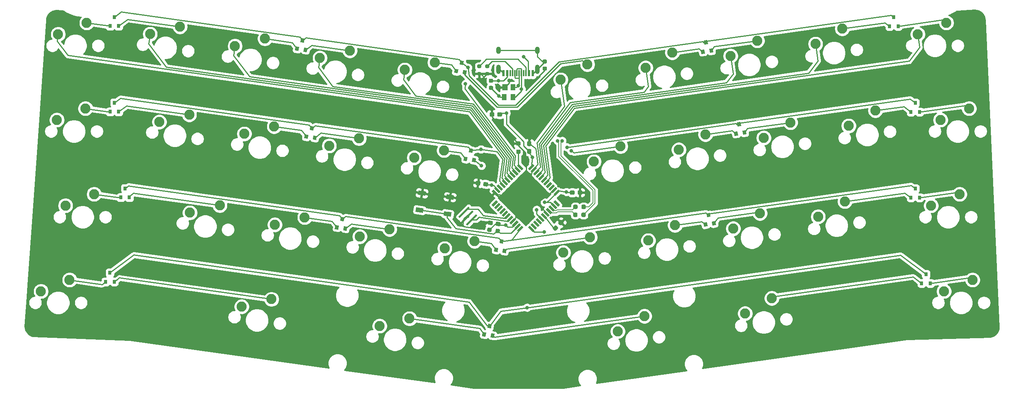
<source format=gbr>
%TF.GenerationSoftware,KiCad,Pcbnew,(5.1.6-0-10_14)*%
%TF.CreationDate,2021-08-16T20:21:43-05:00*%
%TF.ProjectId,Adalyn,4164616c-796e-42e6-9b69-6361645f7063,rev?*%
%TF.SameCoordinates,Original*%
%TF.FileFunction,Copper,L2,Bot*%
%TF.FilePolarity,Positive*%
%FSLAX46Y46*%
G04 Gerber Fmt 4.6, Leading zero omitted, Abs format (unit mm)*
G04 Created by KiCad (PCBNEW (5.1.6-0-10_14)) date 2021-08-16 20:21:43*
%MOMM*%
%LPD*%
G01*
G04 APERTURE LIST*
%TA.AperFunction,ComponentPad*%
%ADD10C,2.250000*%
%TD*%
%TA.AperFunction,SMDPad,CuDef*%
%ADD11R,1.000000X1.400000*%
%TD*%
%TA.AperFunction,SMDPad,CuDef*%
%ADD12R,1.200000X1.400000*%
%TD*%
%TA.AperFunction,SMDPad,CuDef*%
%ADD13R,0.600000X1.450000*%
%TD*%
%TA.AperFunction,SMDPad,CuDef*%
%ADD14R,0.300000X1.450000*%
%TD*%
%TA.AperFunction,ComponentPad*%
%ADD15O,1.000000X2.100000*%
%TD*%
%TA.AperFunction,ComponentPad*%
%ADD16O,1.000000X1.600000*%
%TD*%
%TA.AperFunction,SMDPad,CuDef*%
%ADD17C,0.100000*%
%TD*%
%TA.AperFunction,SMDPad,CuDef*%
%ADD18R,0.800000X0.900000*%
%TD*%
%TA.AperFunction,ViaPad*%
%ADD19C,0.800000*%
%TD*%
%TA.AperFunction,Conductor*%
%ADD20C,0.250000*%
%TD*%
%TA.AperFunction,Conductor*%
%ADD21C,0.200000*%
%TD*%
%TA.AperFunction,Conductor*%
%ADD22C,0.254000*%
%TD*%
G04 APERTURE END LIST*
D10*
%TO.P,MX19,2*%
%TO.N,Net-(D116-Pad1)*%
X121476247Y-113186426D03*
%TO.P,MX19,1*%
%TO.N,Col3*%
X114834545Y-114817958D03*
%TD*%
%TO.P,MX26,2*%
%TO.N,Net-(D116-Pad2)*%
X173677038Y-112629259D03*
%TO.P,MX26,1*%
%TO.N,Col6*%
X167742335Y-116028289D03*
%TD*%
%TO.P,R101,2*%
%TO.N,CC1*%
%TA.AperFunction,SMDPad,CuDef*%
G36*
G01*
X139024578Y-57512762D02*
X138474578Y-57512762D01*
G75*
G02*
X138274578Y-57312762I0J200000D01*
G01*
X138274578Y-56912762D01*
G75*
G02*
X138474578Y-56712762I200000J0D01*
G01*
X139024578Y-56712762D01*
G75*
G02*
X139224578Y-56912762I0J-200000D01*
G01*
X139224578Y-57312762D01*
G75*
G02*
X139024578Y-57512762I-200000J0D01*
G01*
G37*
%TD.AperFunction*%
%TO.P,R101,1*%
%TO.N,GND*%
%TA.AperFunction,SMDPad,CuDef*%
G36*
G01*
X139024578Y-59162762D02*
X138474578Y-59162762D01*
G75*
G02*
X138274578Y-58962762I0J200000D01*
G01*
X138274578Y-58562762D01*
G75*
G02*
X138474578Y-58362762I200000J0D01*
G01*
X139024578Y-58362762D01*
G75*
G02*
X139224578Y-58562762I0J-200000D01*
G01*
X139224578Y-58962762D01*
G75*
G02*
X139024578Y-59162762I-200000J0D01*
G01*
G37*
%TD.AperFunction*%
%TD*%
D11*
%TO.P,U102,4*%
%TO.N,+5V*%
X142549578Y-63977762D03*
%TO.P,U102,3*%
%TO.N,D+*%
X144449578Y-63977762D03*
%TO.P,U102,2*%
%TO.N,D-*%
X144449578Y-61777762D03*
D12*
%TO.P,U102,1*%
%TO.N,GND*%
X142729578Y-61777762D03*
%TD*%
%TO.P,R102,2*%
%TO.N,GND*%
%TA.AperFunction,SMDPad,CuDef*%
G36*
G01*
X136714578Y-58372762D02*
X137264578Y-58372762D01*
G75*
G02*
X137464578Y-58572762I0J-200000D01*
G01*
X137464578Y-58972762D01*
G75*
G02*
X137264578Y-59172762I-200000J0D01*
G01*
X136714578Y-59172762D01*
G75*
G02*
X136514578Y-58972762I0J200000D01*
G01*
X136514578Y-58572762D01*
G75*
G02*
X136714578Y-58372762I200000J0D01*
G01*
G37*
%TD.AperFunction*%
%TO.P,R102,1*%
%TO.N,CC2*%
%TA.AperFunction,SMDPad,CuDef*%
G36*
G01*
X136714578Y-56722762D02*
X137264578Y-56722762D01*
G75*
G02*
X137464578Y-56922762I0J-200000D01*
G01*
X137464578Y-57322762D01*
G75*
G02*
X137264578Y-57522762I-200000J0D01*
G01*
X136714578Y-57522762D01*
G75*
G02*
X136514578Y-57322762I0J200000D01*
G01*
X136514578Y-56922762D01*
G75*
G02*
X136714578Y-56722762I200000J0D01*
G01*
G37*
%TD.AperFunction*%
%TD*%
%TO.P,L101,2*%
%TO.N,Earth*%
%TA.AperFunction,SMDPad,CuDef*%
G36*
G01*
X151785828Y-56480262D02*
X151273328Y-56480262D01*
G75*
G02*
X151054578Y-56261512I0J218750D01*
G01*
X151054578Y-55824012D01*
G75*
G02*
X151273328Y-55605262I218750J0D01*
G01*
X151785828Y-55605262D01*
G75*
G02*
X152004578Y-55824012I0J-218750D01*
G01*
X152004578Y-56261512D01*
G75*
G02*
X151785828Y-56480262I-218750J0D01*
G01*
G37*
%TD.AperFunction*%
%TO.P,L101,1*%
%TO.N,GND*%
%TA.AperFunction,SMDPad,CuDef*%
G36*
G01*
X151785828Y-58055262D02*
X151273328Y-58055262D01*
G75*
G02*
X151054578Y-57836512I0J218750D01*
G01*
X151054578Y-57399012D01*
G75*
G02*
X151273328Y-57180262I218750J0D01*
G01*
X151785828Y-57180262D01*
G75*
G02*
X152004578Y-57399012I0J-218750D01*
G01*
X152004578Y-57836512D01*
G75*
G02*
X151785828Y-58055262I-218750J0D01*
G01*
G37*
%TD.AperFunction*%
%TD*%
%TO.P,F101,2*%
%TO.N,+5V*%
%TA.AperFunction,SMDPad,CuDef*%
G36*
G01*
X139313328Y-61457762D02*
X139825828Y-61457762D01*
G75*
G02*
X140044578Y-61676512I0J-218750D01*
G01*
X140044578Y-62114012D01*
G75*
G02*
X139825828Y-62332762I-218750J0D01*
G01*
X139313328Y-62332762D01*
G75*
G02*
X139094578Y-62114012I0J218750D01*
G01*
X139094578Y-61676512D01*
G75*
G02*
X139313328Y-61457762I218750J0D01*
G01*
G37*
%TD.AperFunction*%
%TO.P,F101,1*%
%TO.N,VBUS*%
%TA.AperFunction,SMDPad,CuDef*%
G36*
G01*
X139313328Y-59882762D02*
X139825828Y-59882762D01*
G75*
G02*
X140044578Y-60101512I0J-218750D01*
G01*
X140044578Y-60539012D01*
G75*
G02*
X139825828Y-60757762I-218750J0D01*
G01*
X139313328Y-60757762D01*
G75*
G02*
X139094578Y-60539012I0J218750D01*
G01*
X139094578Y-60101512D01*
G75*
G02*
X139313328Y-59882762I218750J0D01*
G01*
G37*
%TD.AperFunction*%
%TD*%
D13*
%TO.P,USB101,12*%
%TO.N,Earth*%
X148829099Y-58665796D03*
%TO.P,USB101,1*%
X142379099Y-58665796D03*
%TO.P,USB101,11*%
%TO.N,VBUS*%
X148054099Y-58665796D03*
%TO.P,USB101,2*%
X143154099Y-58665796D03*
D14*
%TO.P,USB101,3*%
%TO.N,Net-(USB101-Pad3)*%
X143854099Y-58665796D03*
%TO.P,USB101,10*%
%TO.N,CC2*%
X147354099Y-58665796D03*
%TO.P,USB101,4*%
%TO.N,CC1*%
X144354099Y-58665796D03*
%TO.P,USB101,9*%
%TO.N,Net-(USB101-Pad9)*%
X146854099Y-58665796D03*
%TO.P,USB101,5*%
%TO.N,D-*%
X144854099Y-58665796D03*
%TO.P,USB101,8*%
%TO.N,D+*%
X146354099Y-58665796D03*
%TO.P,USB101,7*%
%TO.N,D-*%
X145854099Y-58665796D03*
%TO.P,USB101,6*%
%TO.N,D+*%
X145354099Y-58665796D03*
D15*
%TO.P,USB101,13*%
%TO.N,Earth*%
X141284099Y-57750796D03*
X149924099Y-57750796D03*
D16*
X141284099Y-53570796D03*
X149924099Y-53570796D03*
%TD*%
%TA.AperFunction,SMDPad,CuDef*%
D17*
%TO.P,SW1,1*%
%TO.N,GND*%
G36*
X131375578Y-85798712D02*
G01*
X131236405Y-86788980D01*
X129552950Y-86552386D01*
X129692123Y-85562118D01*
X131375578Y-85798712D01*
G37*
%TD.AperFunction*%
%TA.AperFunction,SMDPad,CuDef*%
G36*
X125136889Y-84921921D02*
G01*
X124997716Y-85912189D01*
X123314261Y-85675595D01*
X123453434Y-84685327D01*
X125136889Y-84921921D01*
G37*
%TD.AperFunction*%
%TA.AperFunction,SMDPad,CuDef*%
%TO.P,SW1,2*%
%TO.N,Net-(R4-Pad2)*%
G36*
X130846721Y-89561731D02*
G01*
X130707548Y-90551999D01*
X129024093Y-90315405D01*
X129163266Y-89325137D01*
X130846721Y-89561731D01*
G37*
%TD.AperFunction*%
%TA.AperFunction,SMDPad,CuDef*%
G36*
X124608032Y-88684940D02*
G01*
X124468859Y-89675208D01*
X122785404Y-89438614D01*
X122924577Y-88448346D01*
X124608032Y-88684940D01*
G37*
%TD.AperFunction*%
%TD*%
%TA.AperFunction,SMDPad,CuDef*%
%TO.P,U101,44*%
%TO.N,+5V*%
G36*
X153828249Y-85903061D02*
G01*
X153439341Y-85514153D01*
X154500001Y-84453493D01*
X154888909Y-84842401D01*
X153828249Y-85903061D01*
G37*
%TD.AperFunction*%
%TA.AperFunction,SMDPad,CuDef*%
%TO.P,U101,43*%
%TO.N,GND*%
G36*
X153262563Y-85337376D02*
G01*
X152873655Y-84948468D01*
X153934315Y-83887808D01*
X154323223Y-84276716D01*
X153262563Y-85337376D01*
G37*
%TD.AperFunction*%
%TA.AperFunction,SMDPad,CuDef*%
%TO.P,U101,42*%
%TO.N,Net-(U101-Pad42)*%
G36*
X152696878Y-84771691D02*
G01*
X152307970Y-84382783D01*
X153368630Y-83322123D01*
X153757538Y-83711031D01*
X152696878Y-84771691D01*
G37*
%TD.AperFunction*%
%TA.AperFunction,SMDPad,CuDef*%
%TO.P,U101,41*%
%TO.N,Net-(U101-Pad41)*%
G36*
X152131193Y-84206005D02*
G01*
X151742285Y-83817097D01*
X152802945Y-82756437D01*
X153191853Y-83145345D01*
X152131193Y-84206005D01*
G37*
%TD.AperFunction*%
%TA.AperFunction,SMDPad,CuDef*%
%TO.P,U101,40*%
%TO.N,Col9*%
G36*
X151565507Y-83640320D02*
G01*
X151176599Y-83251412D01*
X152237259Y-82190752D01*
X152626167Y-82579660D01*
X151565507Y-83640320D01*
G37*
%TD.AperFunction*%
%TA.AperFunction,SMDPad,CuDef*%
%TO.P,U101,39*%
%TO.N,Col8*%
G36*
X150999822Y-83074634D02*
G01*
X150610914Y-82685726D01*
X151671574Y-81625066D01*
X152060482Y-82013974D01*
X150999822Y-83074634D01*
G37*
%TD.AperFunction*%
%TA.AperFunction,SMDPad,CuDef*%
%TO.P,U101,38*%
%TO.N,Col7*%
G36*
X150434136Y-82508949D02*
G01*
X150045228Y-82120041D01*
X151105888Y-81059381D01*
X151494796Y-81448289D01*
X150434136Y-82508949D01*
G37*
%TD.AperFunction*%
%TA.AperFunction,SMDPad,CuDef*%
%TO.P,U101,37*%
%TO.N,Col6*%
G36*
X149868451Y-81943263D02*
G01*
X149479543Y-81554355D01*
X150540203Y-80493695D01*
X150929111Y-80882603D01*
X149868451Y-81943263D01*
G37*
%TD.AperFunction*%
%TA.AperFunction,SMDPad,CuDef*%
%TO.P,U101,36*%
%TO.N,Col5*%
G36*
X149302765Y-81377578D02*
G01*
X148913857Y-80988670D01*
X149974517Y-79928010D01*
X150363425Y-80316918D01*
X149302765Y-81377578D01*
G37*
%TD.AperFunction*%
%TA.AperFunction,SMDPad,CuDef*%
%TO.P,U101,35*%
%TO.N,GND*%
G36*
X148737080Y-80811893D02*
G01*
X148348172Y-80422985D01*
X149408832Y-79362325D01*
X149797740Y-79751233D01*
X148737080Y-80811893D01*
G37*
%TD.AperFunction*%
%TA.AperFunction,SMDPad,CuDef*%
%TO.P,U101,34*%
%TO.N,+5V*%
G36*
X148171395Y-80246207D02*
G01*
X147782487Y-79857299D01*
X148843147Y-78796639D01*
X149232055Y-79185547D01*
X148171395Y-80246207D01*
G37*
%TD.AperFunction*%
%TA.AperFunction,SMDPad,CuDef*%
%TO.P,U101,33*%
%TO.N,Net-(R5-Pad1)*%
G36*
X146827891Y-79857299D02*
G01*
X146438983Y-80246207D01*
X145378323Y-79185547D01*
X145767231Y-78796639D01*
X146827891Y-79857299D01*
G37*
%TD.AperFunction*%
%TA.AperFunction,SMDPad,CuDef*%
%TO.P,U101,32*%
%TO.N,ROW0*%
G36*
X146262206Y-80422985D02*
G01*
X145873298Y-80811893D01*
X144812638Y-79751233D01*
X145201546Y-79362325D01*
X146262206Y-80422985D01*
G37*
%TD.AperFunction*%
%TA.AperFunction,SMDPad,CuDef*%
%TO.P,U101,31*%
%TO.N,Col4*%
G36*
X145696521Y-80988670D02*
G01*
X145307613Y-81377578D01*
X144246953Y-80316918D01*
X144635861Y-79928010D01*
X145696521Y-80988670D01*
G37*
%TD.AperFunction*%
%TA.AperFunction,SMDPad,CuDef*%
%TO.P,U101,30*%
%TO.N,Col3*%
G36*
X145130835Y-81554355D02*
G01*
X144741927Y-81943263D01*
X143681267Y-80882603D01*
X144070175Y-80493695D01*
X145130835Y-81554355D01*
G37*
%TD.AperFunction*%
%TA.AperFunction,SMDPad,CuDef*%
%TO.P,U101,29*%
%TO.N,Col2*%
G36*
X144565150Y-82120041D02*
G01*
X144176242Y-82508949D01*
X143115582Y-81448289D01*
X143504490Y-81059381D01*
X144565150Y-82120041D01*
G37*
%TD.AperFunction*%
%TA.AperFunction,SMDPad,CuDef*%
%TO.P,U101,28*%
%TO.N,Col1*%
G36*
X143999464Y-82685726D02*
G01*
X143610556Y-83074634D01*
X142549896Y-82013974D01*
X142938804Y-81625066D01*
X143999464Y-82685726D01*
G37*
%TD.AperFunction*%
%TA.AperFunction,SMDPad,CuDef*%
%TO.P,U101,27*%
%TO.N,Col0*%
G36*
X143433779Y-83251412D02*
G01*
X143044871Y-83640320D01*
X141984211Y-82579660D01*
X142373119Y-82190752D01*
X143433779Y-83251412D01*
G37*
%TD.AperFunction*%
%TA.AperFunction,SMDPad,CuDef*%
%TO.P,U101,26*%
%TO.N,ROW1*%
G36*
X142868093Y-83817097D02*
G01*
X142479185Y-84206005D01*
X141418525Y-83145345D01*
X141807433Y-82756437D01*
X142868093Y-83817097D01*
G37*
%TD.AperFunction*%
%TA.AperFunction,SMDPad,CuDef*%
%TO.P,U101,25*%
%TO.N,Net-(U101-Pad25)*%
G36*
X142302408Y-84382783D02*
G01*
X141913500Y-84771691D01*
X140852840Y-83711031D01*
X141241748Y-83322123D01*
X142302408Y-84382783D01*
G37*
%TD.AperFunction*%
%TA.AperFunction,SMDPad,CuDef*%
%TO.P,U101,24*%
%TO.N,+5V*%
G36*
X141736723Y-84948468D02*
G01*
X141347815Y-85337376D01*
X140287155Y-84276716D01*
X140676063Y-83887808D01*
X141736723Y-84948468D01*
G37*
%TD.AperFunction*%
%TA.AperFunction,SMDPad,CuDef*%
%TO.P,U101,23*%
%TO.N,GND*%
G36*
X141171037Y-85514153D02*
G01*
X140782129Y-85903061D01*
X139721469Y-84842401D01*
X140110377Y-84453493D01*
X141171037Y-85514153D01*
G37*
%TD.AperFunction*%
%TA.AperFunction,SMDPad,CuDef*%
%TO.P,U101,22*%
%TO.N,Net-(U101-Pad22)*%
G36*
X140110377Y-88307225D02*
G01*
X139721469Y-87918317D01*
X140782129Y-86857657D01*
X141171037Y-87246565D01*
X140110377Y-88307225D01*
G37*
%TD.AperFunction*%
%TA.AperFunction,SMDPad,CuDef*%
%TO.P,U101,21*%
%TO.N,Net-(U101-Pad21)*%
G36*
X140676063Y-88872910D02*
G01*
X140287155Y-88484002D01*
X141347815Y-87423342D01*
X141736723Y-87812250D01*
X140676063Y-88872910D01*
G37*
%TD.AperFunction*%
%TA.AperFunction,SMDPad,CuDef*%
%TO.P,U101,20*%
%TO.N,Net-(U101-Pad20)*%
G36*
X141241748Y-89438595D02*
G01*
X140852840Y-89049687D01*
X141913500Y-87989027D01*
X142302408Y-88377935D01*
X141241748Y-89438595D01*
G37*
%TD.AperFunction*%
%TA.AperFunction,SMDPad,CuDef*%
%TO.P,U101,19*%
%TO.N,Net-(U101-Pad19)*%
G36*
X141807433Y-90004281D02*
G01*
X141418525Y-89615373D01*
X142479185Y-88554713D01*
X142868093Y-88943621D01*
X141807433Y-90004281D01*
G37*
%TD.AperFunction*%
%TA.AperFunction,SMDPad,CuDef*%
%TO.P,U101,18*%
%TO.N,Net-(U101-Pad18)*%
G36*
X142373119Y-90569966D02*
G01*
X141984211Y-90181058D01*
X143044871Y-89120398D01*
X143433779Y-89509306D01*
X142373119Y-90569966D01*
G37*
%TD.AperFunction*%
%TA.AperFunction,SMDPad,CuDef*%
%TO.P,U101,17*%
%TO.N,Net-(U101-Pad17)*%
G36*
X142938804Y-91135652D02*
G01*
X142549896Y-90746744D01*
X143610556Y-89686084D01*
X143999464Y-90074992D01*
X142938804Y-91135652D01*
G37*
%TD.AperFunction*%
%TA.AperFunction,SMDPad,CuDef*%
%TO.P,U101,16*%
%TO.N,Net-(U101-Pad16)*%
G36*
X143504490Y-91701337D02*
G01*
X143115582Y-91312429D01*
X144176242Y-90251769D01*
X144565150Y-90640677D01*
X143504490Y-91701337D01*
G37*
%TD.AperFunction*%
%TA.AperFunction,SMDPad,CuDef*%
%TO.P,U101,15*%
%TO.N,GND*%
G36*
X144070175Y-92267023D02*
G01*
X143681267Y-91878115D01*
X144741927Y-90817455D01*
X145130835Y-91206363D01*
X144070175Y-92267023D01*
G37*
%TD.AperFunction*%
%TA.AperFunction,SMDPad,CuDef*%
%TO.P,U101,14*%
%TO.N,+5V*%
G36*
X144635861Y-92832708D02*
G01*
X144246953Y-92443800D01*
X145307613Y-91383140D01*
X145696521Y-91772048D01*
X144635861Y-92832708D01*
G37*
%TD.AperFunction*%
%TA.AperFunction,SMDPad,CuDef*%
%TO.P,U101,13*%
%TO.N,Net-(R4-Pad2)*%
G36*
X145201546Y-93398393D02*
G01*
X144812638Y-93009485D01*
X145873298Y-91948825D01*
X146262206Y-92337733D01*
X145201546Y-93398393D01*
G37*
%TD.AperFunction*%
%TA.AperFunction,SMDPad,CuDef*%
%TO.P,U101,12*%
%TO.N,ROW2*%
G36*
X145767231Y-93964079D02*
G01*
X145378323Y-93575171D01*
X146438983Y-92514511D01*
X146827891Y-92903419D01*
X145767231Y-93964079D01*
G37*
%TD.AperFunction*%
%TA.AperFunction,SMDPad,CuDef*%
%TO.P,U101,11*%
%TO.N,ROW3*%
G36*
X149232055Y-93575171D02*
G01*
X148843147Y-93964079D01*
X147782487Y-92903419D01*
X148171395Y-92514511D01*
X149232055Y-93575171D01*
G37*
%TD.AperFunction*%
%TA.AperFunction,SMDPad,CuDef*%
%TO.P,U101,10*%
%TO.N,Net-(U101-Pad10)*%
G36*
X149797740Y-93009485D02*
G01*
X149408832Y-93398393D01*
X148348172Y-92337733D01*
X148737080Y-91948825D01*
X149797740Y-93009485D01*
G37*
%TD.AperFunction*%
%TA.AperFunction,SMDPad,CuDef*%
%TO.P,U101,9*%
%TO.N,Net-(U101-Pad9)*%
G36*
X150363425Y-92443800D02*
G01*
X149974517Y-92832708D01*
X148913857Y-91772048D01*
X149302765Y-91383140D01*
X150363425Y-92443800D01*
G37*
%TD.AperFunction*%
%TA.AperFunction,SMDPad,CuDef*%
%TO.P,U101,8*%
%TO.N,Net-(U101-Pad8)*%
G36*
X150929111Y-91878115D02*
G01*
X150540203Y-92267023D01*
X149479543Y-91206363D01*
X149868451Y-90817455D01*
X150929111Y-91878115D01*
G37*
%TD.AperFunction*%
%TA.AperFunction,SMDPad,CuDef*%
%TO.P,U101,7*%
%TO.N,+5V*%
G36*
X151494796Y-91312429D02*
G01*
X151105888Y-91701337D01*
X150045228Y-90640677D01*
X150434136Y-90251769D01*
X151494796Y-91312429D01*
G37*
%TD.AperFunction*%
%TA.AperFunction,SMDPad,CuDef*%
%TO.P,U101,6*%
%TO.N,Net-(C6-Pad1)*%
G36*
X152060482Y-90746744D02*
G01*
X151671574Y-91135652D01*
X150610914Y-90074992D01*
X150999822Y-89686084D01*
X152060482Y-90746744D01*
G37*
%TD.AperFunction*%
%TA.AperFunction,SMDPad,CuDef*%
%TO.P,U101,5*%
%TO.N,GND*%
G36*
X152626167Y-90181058D02*
G01*
X152237259Y-90569966D01*
X151176599Y-89509306D01*
X151565507Y-89120398D01*
X152626167Y-90181058D01*
G37*
%TD.AperFunction*%
%TA.AperFunction,SMDPad,CuDef*%
%TO.P,U101,4*%
%TO.N,Net-(R2-Pad1)*%
G36*
X153191853Y-89615373D02*
G01*
X152802945Y-90004281D01*
X151742285Y-88943621D01*
X152131193Y-88554713D01*
X153191853Y-89615373D01*
G37*
%TD.AperFunction*%
%TA.AperFunction,SMDPad,CuDef*%
%TO.P,U101,3*%
%TO.N,Net-(R3-Pad1)*%
G36*
X153757538Y-89049687D02*
G01*
X153368630Y-89438595D01*
X152307970Y-88377935D01*
X152696878Y-87989027D01*
X153757538Y-89049687D01*
G37*
%TD.AperFunction*%
%TA.AperFunction,SMDPad,CuDef*%
%TO.P,U101,2*%
%TO.N,+5V*%
G36*
X154323223Y-88484002D02*
G01*
X153934315Y-88872910D01*
X152873655Y-87812250D01*
X153262563Y-87423342D01*
X154323223Y-88484002D01*
G37*
%TD.AperFunction*%
%TA.AperFunction,SMDPad,CuDef*%
%TO.P,U101,1*%
%TO.N,Net-(U101-Pad1)*%
G36*
X154888909Y-87918317D02*
G01*
X154500001Y-88307225D01*
X153439341Y-87246565D01*
X153828249Y-86857657D01*
X154888909Y-87918317D01*
G37*
%TD.AperFunction*%
%TD*%
%TA.AperFunction,SMDPad,CuDef*%
%TO.P,Y1,3*%
%TO.N,Net-(U101-Pad16)*%
G36*
X134022228Y-92251142D02*
G01*
X136284969Y-89988401D01*
X136567812Y-90271244D01*
X134305071Y-92533985D01*
X134022228Y-92251142D01*
G37*
%TD.AperFunction*%
%TA.AperFunction,SMDPad,CuDef*%
%TO.P,Y1,2*%
%TO.N,GND*%
G36*
X133173700Y-91402614D02*
G01*
X135436441Y-89139873D01*
X135719284Y-89422716D01*
X133456543Y-91685457D01*
X133173700Y-91402614D01*
G37*
%TD.AperFunction*%
%TA.AperFunction,SMDPad,CuDef*%
%TO.P,Y1,1*%
%TO.N,Net-(U101-Pad17)*%
G36*
X132325172Y-90554086D02*
G01*
X134587913Y-88291345D01*
X134870756Y-88574188D01*
X132608015Y-90836929D01*
X132325172Y-90554086D01*
G37*
%TD.AperFunction*%
%TD*%
%TO.P,R5,2*%
%TO.N,GND*%
%TA.AperFunction,SMDPad,CuDef*%
G36*
G01*
X145917078Y-74755262D02*
X145442078Y-74755262D01*
G75*
G02*
X145204578Y-74517762I0J237500D01*
G01*
X145204578Y-74017762D01*
G75*
G02*
X145442078Y-73780262I237500J0D01*
G01*
X145917078Y-73780262D01*
G75*
G02*
X146154578Y-74017762I0J-237500D01*
G01*
X146154578Y-74517762D01*
G75*
G02*
X145917078Y-74755262I-237500J0D01*
G01*
G37*
%TD.AperFunction*%
%TO.P,R5,1*%
%TO.N,Net-(R5-Pad1)*%
%TA.AperFunction,SMDPad,CuDef*%
G36*
G01*
X145917078Y-76580262D02*
X145442078Y-76580262D01*
G75*
G02*
X145204578Y-76342762I0J237500D01*
G01*
X145204578Y-75842762D01*
G75*
G02*
X145442078Y-75605262I237500J0D01*
G01*
X145917078Y-75605262D01*
G75*
G02*
X146154578Y-75842762I0J-237500D01*
G01*
X146154578Y-76342762D01*
G75*
G02*
X145917078Y-76580262I-237500J0D01*
G01*
G37*
%TD.AperFunction*%
%TD*%
%TO.P,R4,2*%
%TO.N,Net-(R4-Pad2)*%
%TA.AperFunction,SMDPad,CuDef*%
G36*
G01*
X140549302Y-93882001D02*
X140615409Y-93411623D01*
G75*
G02*
X140883652Y-93209488I235189J-33054D01*
G01*
X141378786Y-93279075D01*
G75*
G02*
X141580921Y-93547318I-33054J-235189D01*
G01*
X141514813Y-94017695D01*
G75*
G02*
X141246570Y-94219830I-235189J33054D01*
G01*
X140751436Y-94150243D01*
G75*
G02*
X140549301Y-93882000I33054J235189D01*
G01*
G37*
%TD.AperFunction*%
%TO.P,R4,1*%
%TO.N,+5V*%
%TA.AperFunction,SMDPad,CuDef*%
G36*
G01*
X138742062Y-93628011D02*
X138808169Y-93157633D01*
G75*
G02*
X139076412Y-92955498I235189J-33054D01*
G01*
X139571546Y-93025085D01*
G75*
G02*
X139773681Y-93293328I-33054J-235189D01*
G01*
X139707573Y-93763705D01*
G75*
G02*
X139439330Y-93965840I-235189J33054D01*
G01*
X138944196Y-93896253D01*
G75*
G02*
X138742061Y-93628010I33054J235189D01*
G01*
G37*
%TD.AperFunction*%
%TD*%
%TO.P,R3,2*%
%TO.N,D-*%
%TA.AperFunction,SMDPad,CuDef*%
G36*
G01*
X159681273Y-88589710D02*
X159681273Y-88114710D01*
G75*
G02*
X159918773Y-87877210I237500J0D01*
G01*
X160418773Y-87877210D01*
G75*
G02*
X160656273Y-88114710I0J-237500D01*
G01*
X160656273Y-88589710D01*
G75*
G02*
X160418773Y-88827210I-237500J0D01*
G01*
X159918773Y-88827210D01*
G75*
G02*
X159681273Y-88589710I0J237500D01*
G01*
G37*
%TD.AperFunction*%
%TO.P,R3,1*%
%TO.N,Net-(R3-Pad1)*%
%TA.AperFunction,SMDPad,CuDef*%
G36*
G01*
X157856273Y-88589710D02*
X157856273Y-88114710D01*
G75*
G02*
X158093773Y-87877210I237500J0D01*
G01*
X158593773Y-87877210D01*
G75*
G02*
X158831273Y-88114710I0J-237500D01*
G01*
X158831273Y-88589710D01*
G75*
G02*
X158593773Y-88827210I-237500J0D01*
G01*
X158093773Y-88827210D01*
G75*
G02*
X157856273Y-88589710I0J237500D01*
G01*
G37*
%TD.AperFunction*%
%TD*%
%TO.P,R2,2*%
%TO.N,D+*%
%TA.AperFunction,SMDPad,CuDef*%
G36*
G01*
X159657772Y-90367709D02*
X159657772Y-89892709D01*
G75*
G02*
X159895272Y-89655209I237500J0D01*
G01*
X160395272Y-89655209D01*
G75*
G02*
X160632772Y-89892709I0J-237500D01*
G01*
X160632772Y-90367709D01*
G75*
G02*
X160395272Y-90605209I-237500J0D01*
G01*
X159895272Y-90605209D01*
G75*
G02*
X159657772Y-90367709I0J237500D01*
G01*
G37*
%TD.AperFunction*%
%TO.P,R2,1*%
%TO.N,Net-(R2-Pad1)*%
%TA.AperFunction,SMDPad,CuDef*%
G36*
G01*
X157832772Y-90367709D02*
X157832772Y-89892709D01*
G75*
G02*
X158070272Y-89655209I237500J0D01*
G01*
X158570272Y-89655209D01*
G75*
G02*
X158807772Y-89892709I0J-237500D01*
G01*
X158807772Y-90367709D01*
G75*
G02*
X158570272Y-90605209I-237500J0D01*
G01*
X158070272Y-90605209D01*
G75*
G02*
X157832772Y-90367709I0J237500D01*
G01*
G37*
%TD.AperFunction*%
%TD*%
%TO.P,C101,2*%
%TO.N,GND*%
%TA.AperFunction,SMDPad,CuDef*%
G36*
G01*
X158819277Y-85414709D02*
X158819277Y-84939709D01*
G75*
G02*
X159056777Y-84702209I237500J0D01*
G01*
X159656777Y-84702209D01*
G75*
G02*
X159894277Y-84939709I0J-237500D01*
G01*
X159894277Y-85414709D01*
G75*
G02*
X159656777Y-85652209I-237500J0D01*
G01*
X159056777Y-85652209D01*
G75*
G02*
X158819277Y-85414709I0J237500D01*
G01*
G37*
%TD.AperFunction*%
%TO.P,C101,1*%
%TO.N,+5V*%
%TA.AperFunction,SMDPad,CuDef*%
G36*
G01*
X157094277Y-85414709D02*
X157094277Y-84939709D01*
G75*
G02*
X157331777Y-84702209I237500J0D01*
G01*
X157931777Y-84702209D01*
G75*
G02*
X158169277Y-84939709I0J-237500D01*
G01*
X158169277Y-85414709D01*
G75*
G02*
X157931777Y-85652209I-237500J0D01*
G01*
X157331777Y-85652209D01*
G75*
G02*
X157094277Y-85414709I0J237500D01*
G01*
G37*
%TD.AperFunction*%
%TD*%
%TO.P,C6,2*%
%TO.N,GND*%
%TA.AperFunction,SMDPad,CuDef*%
G36*
G01*
X154898616Y-92399403D02*
X154562740Y-92063527D01*
G75*
G02*
X154562740Y-91727651I167938J167938D01*
G01*
X154987004Y-91303387D01*
G75*
G02*
X155322880Y-91303387I167938J-167938D01*
G01*
X155658756Y-91639263D01*
G75*
G02*
X155658756Y-91975139I-167938J-167938D01*
G01*
X155234492Y-92399403D01*
G75*
G02*
X154898616Y-92399403I-167938J167938D01*
G01*
G37*
%TD.AperFunction*%
%TO.P,C6,1*%
%TO.N,Net-(C6-Pad1)*%
%TA.AperFunction,SMDPad,CuDef*%
G36*
G01*
X153678856Y-93619163D02*
X153342980Y-93283287D01*
G75*
G02*
X153342980Y-92947411I167938J167938D01*
G01*
X153767244Y-92523147D01*
G75*
G02*
X154103120Y-92523147I167938J-167938D01*
G01*
X154438996Y-92859023D01*
G75*
G02*
X154438996Y-93194899I-167938J-167938D01*
G01*
X154014732Y-93619163D01*
G75*
G02*
X153678856Y-93619163I-167938J167938D01*
G01*
G37*
%TD.AperFunction*%
%TD*%
%TO.P,C5,2*%
%TO.N,GND*%
%TA.AperFunction,SMDPad,CuDef*%
G36*
G01*
X140334578Y-67570262D02*
X140334578Y-68045262D01*
G75*
G02*
X140097078Y-68282762I-237500J0D01*
G01*
X139497078Y-68282762D01*
G75*
G02*
X139259578Y-68045262I0J237500D01*
G01*
X139259578Y-67570262D01*
G75*
G02*
X139497078Y-67332762I237500J0D01*
G01*
X140097078Y-67332762D01*
G75*
G02*
X140334578Y-67570262I0J-237500D01*
G01*
G37*
%TD.AperFunction*%
%TO.P,C5,1*%
%TO.N,+5V*%
%TA.AperFunction,SMDPad,CuDef*%
G36*
G01*
X142059578Y-67570262D02*
X142059578Y-68045262D01*
G75*
G02*
X141822078Y-68282762I-237500J0D01*
G01*
X141222078Y-68282762D01*
G75*
G02*
X140984578Y-68045262I0J237500D01*
G01*
X140984578Y-67570262D01*
G75*
G02*
X141222078Y-67332762I237500J0D01*
G01*
X141822078Y-67332762D01*
G75*
G02*
X142059578Y-67570262I0J-237500D01*
G01*
G37*
%TD.AperFunction*%
%TD*%
%TO.P,C4,2*%
%TO.N,GND*%
%TA.AperFunction,SMDPad,CuDef*%
G36*
G01*
X148317775Y-74845710D02*
X147842775Y-74845710D01*
G75*
G02*
X147605275Y-74608210I0J237500D01*
G01*
X147605275Y-74008210D01*
G75*
G02*
X147842775Y-73770710I237500J0D01*
G01*
X148317775Y-73770710D01*
G75*
G02*
X148555275Y-74008210I0J-237500D01*
G01*
X148555275Y-74608210D01*
G75*
G02*
X148317775Y-74845710I-237500J0D01*
G01*
G37*
%TD.AperFunction*%
%TO.P,C4,1*%
%TO.N,+5V*%
%TA.AperFunction,SMDPad,CuDef*%
G36*
G01*
X148317775Y-76570710D02*
X147842775Y-76570710D01*
G75*
G02*
X147605275Y-76333210I0J237500D01*
G01*
X147605275Y-75733210D01*
G75*
G02*
X147842775Y-75495710I237500J0D01*
G01*
X148317775Y-75495710D01*
G75*
G02*
X148555275Y-75733210I0J-237500D01*
G01*
X148555275Y-76333210D01*
G75*
G02*
X148317775Y-76570710I-237500J0D01*
G01*
G37*
%TD.AperFunction*%
%TD*%
%TO.P,C2,2*%
%TO.N,GND*%
%TA.AperFunction,SMDPad,CuDef*%
G36*
G01*
X137263907Y-82924942D02*
X137197800Y-83395320D01*
G75*
G02*
X136929557Y-83597455I-235189J33054D01*
G01*
X136335396Y-83513951D01*
G75*
G02*
X136133261Y-83245708I33054J235189D01*
G01*
X136199368Y-82775330D01*
G75*
G02*
X136467611Y-82573195I235189J-33054D01*
G01*
X137061772Y-82656699D01*
G75*
G02*
X137263907Y-82924942I-33054J-235189D01*
G01*
G37*
%TD.AperFunction*%
%TO.P,C2,1*%
%TO.N,+5V*%
%TA.AperFunction,SMDPad,CuDef*%
G36*
G01*
X138972119Y-83165016D02*
X138906012Y-83635394D01*
G75*
G02*
X138637769Y-83837529I-235189J33054D01*
G01*
X138043608Y-83754025D01*
G75*
G02*
X137841473Y-83485782I33054J235189D01*
G01*
X137907580Y-83015404D01*
G75*
G02*
X138175823Y-82813269I235189J-33054D01*
G01*
X138769984Y-82896773D01*
G75*
G02*
X138972119Y-83165016I-33054J-235189D01*
G01*
G37*
%TD.AperFunction*%
%TD*%
%TO.P,C1,2*%
%TO.N,GND*%
%TA.AperFunction,SMDPad,CuDef*%
G36*
G01*
X140009599Y-91754790D02*
X139943492Y-92225168D01*
G75*
G02*
X139675249Y-92427303I-235189J33054D01*
G01*
X139081088Y-92343799D01*
G75*
G02*
X138878953Y-92075556I33054J235189D01*
G01*
X138945060Y-91605178D01*
G75*
G02*
X139213303Y-91403043I235189J-33054D01*
G01*
X139807464Y-91486547D01*
G75*
G02*
X140009599Y-91754790I-33054J-235189D01*
G01*
G37*
%TD.AperFunction*%
%TO.P,C1,1*%
%TO.N,+5V*%
%TA.AperFunction,SMDPad,CuDef*%
G36*
G01*
X141717811Y-91994864D02*
X141651704Y-92465242D01*
G75*
G02*
X141383461Y-92667377I-235189J33054D01*
G01*
X140789300Y-92583873D01*
G75*
G02*
X140587165Y-92315630I33054J235189D01*
G01*
X140653272Y-91845252D01*
G75*
G02*
X140921515Y-91643117I235189J-33054D01*
G01*
X141515676Y-91726621D01*
G75*
G02*
X141717811Y-91994864I-33054J-235189D01*
G01*
G37*
%TD.AperFunction*%
%TD*%
%TA.AperFunction,SMDPad,CuDef*%
%TO.P,D118,3*%
%TO.N,ROW2*%
G36*
X142256054Y-96539454D02*
G01*
X141463840Y-96428115D01*
X141589096Y-95536874D01*
X142381310Y-95648213D01*
X142256054Y-96539454D01*
G37*
%TD.AperFunction*%
%TA.AperFunction,SMDPad,CuDef*%
%TO.P,D118,1*%
%TO.N,Net-(D118-Pad1)*%
G36*
X141036953Y-98387776D02*
G01*
X140244739Y-98276437D01*
X140369995Y-97385196D01*
X141162209Y-97496535D01*
X141036953Y-98387776D01*
G37*
%TD.AperFunction*%
%TA.AperFunction,SMDPad,CuDef*%
%TO.P,D118,2*%
%TO.N,Net-(D118-Pad2)*%
G36*
X142918463Y-98652205D02*
G01*
X142126249Y-98540866D01*
X142251505Y-97649625D01*
X143043719Y-97760964D01*
X142918463Y-98652205D01*
G37*
%TD.AperFunction*%
%TD*%
D10*
%TO.P,MX30,2*%
%TO.N,Net-(D117-Pad1)*%
X201973943Y-108652387D03*
%TO.P,MX30,1*%
%TO.N,Col7*%
X196039240Y-112051417D03*
%TD*%
D18*
%TO.P,D117,3*%
%TO.N,ROW3*%
X236216181Y-103349227D03*
%TO.P,D117,1*%
%TO.N,Net-(D117-Pad1)*%
X235266181Y-105349227D03*
%TO.P,D117,2*%
%TO.N,Net-(D117-Pad2)*%
X237166181Y-105349227D03*
%TD*%
%TA.AperFunction,SMDPad,CuDef*%
D17*
%TO.P,D116,3*%
%TO.N,ROW3*%
G36*
X139611381Y-115357292D02*
G01*
X138819167Y-115245953D01*
X138944423Y-114354712D01*
X139736637Y-114466051D01*
X139611381Y-115357292D01*
G37*
%TD.AperFunction*%
%TA.AperFunction,SMDPad,CuDef*%
%TO.P,D116,1*%
%TO.N,Net-(D116-Pad1)*%
G36*
X138392280Y-117205614D02*
G01*
X137600066Y-117094275D01*
X137725322Y-116203034D01*
X138517536Y-116314373D01*
X138392280Y-117205614D01*
G37*
%TD.AperFunction*%
%TA.AperFunction,SMDPad,CuDef*%
%TO.P,D116,2*%
%TO.N,Net-(D116-Pad2)*%
G36*
X140273790Y-117470043D02*
G01*
X139481576Y-117358704D01*
X139606832Y-116467463D01*
X140399046Y-116578802D01*
X140273790Y-117470043D01*
G37*
%TD.AperFunction*%
%TD*%
D18*
%TO.P,D115,3*%
%TO.N,ROW3*%
X54916811Y-103009652D03*
%TO.P,D115,1*%
%TO.N,Net-(D115-Pad1)*%
X53966811Y-105009652D03*
%TO.P,D115,2*%
%TO.N,Net-(D115-Pad2)*%
X55866811Y-105009652D03*
%TD*%
%TO.P,D114,3*%
%TO.N,ROW2*%
X233834929Y-84299226D03*
%TO.P,D114,1*%
%TO.N,Net-(D114-Pad1)*%
X232884929Y-86299226D03*
%TO.P,D114,2*%
%TO.N,Net-(D114-Pad2)*%
X234784929Y-86299226D03*
%TD*%
%TA.AperFunction,SMDPad,CuDef*%
D17*
%TO.P,D113,3*%
%TO.N,ROW2*%
G36*
X188361190Y-90550275D02*
G01*
X187568976Y-90661614D01*
X187443720Y-89770373D01*
X188235934Y-89659034D01*
X188361190Y-90550275D01*
G37*
%TD.AperFunction*%
%TA.AperFunction,SMDPad,CuDef*%
%TO.P,D113,1*%
%TO.N,Net-(D113-Pad1)*%
G36*
X187698781Y-92663026D02*
G01*
X186906567Y-92774365D01*
X186781311Y-91883124D01*
X187573525Y-91771785D01*
X187698781Y-92663026D01*
G37*
%TD.AperFunction*%
%TA.AperFunction,SMDPad,CuDef*%
%TO.P,D113,2*%
%TO.N,Net-(D113-Pad2)*%
G36*
X189580291Y-92398597D02*
G01*
X188788077Y-92509936D01*
X188662821Y-91618695D01*
X189455035Y-91507356D01*
X189580291Y-92398597D01*
G37*
%TD.AperFunction*%
%TD*%
%TA.AperFunction,SMDPad,CuDef*%
%TO.P,D112,3*%
%TO.N,ROW2*%
G36*
X106884917Y-91568364D02*
G01*
X106092703Y-91457025D01*
X106217959Y-90565784D01*
X107010173Y-90677123D01*
X106884917Y-91568364D01*
G37*
%TD.AperFunction*%
%TA.AperFunction,SMDPad,CuDef*%
%TO.P,D112,1*%
%TO.N,Net-(D112-Pad1)*%
G36*
X105665816Y-93416686D02*
G01*
X104873602Y-93305347D01*
X104998858Y-92414106D01*
X105791072Y-92525445D01*
X105665816Y-93416686D01*
G37*
%TD.AperFunction*%
%TA.AperFunction,SMDPad,CuDef*%
%TO.P,D112,2*%
%TO.N,Net-(D112-Pad2)*%
G36*
X107547326Y-93681115D02*
G01*
X106755112Y-93569776D01*
X106880368Y-92678535D01*
X107672582Y-92789874D01*
X107547326Y-93681115D01*
G37*
%TD.AperFunction*%
%TD*%
D18*
%TO.P,D111,3*%
%TO.N,ROW2*%
X58297818Y-84251999D03*
%TO.P,D111,1*%
%TO.N,Net-(D111-Pad1)*%
X57347818Y-86251999D03*
%TO.P,D111,2*%
%TO.N,Net-(D111-Pad2)*%
X59247818Y-86251999D03*
%TD*%
%TO.P,D110,3*%
%TO.N,ROW1*%
X233834927Y-65249229D03*
%TO.P,D110,1*%
%TO.N,Net-(D110-Pad1)*%
X232884927Y-67249229D03*
%TO.P,D110,2*%
%TO.N,Net-(D110-Pad2)*%
X234784927Y-67249229D03*
%TD*%
%TA.AperFunction,SMDPad,CuDef*%
D17*
%TO.P,D109,3*%
%TO.N,ROW1*%
G36*
X195142240Y-70360048D02*
G01*
X194350026Y-70471387D01*
X194224770Y-69580146D01*
X195016984Y-69468807D01*
X195142240Y-70360048D01*
G37*
%TD.AperFunction*%
%TA.AperFunction,SMDPad,CuDef*%
%TO.P,D109,1*%
%TO.N,Net-(D109-Pad1)*%
G36*
X194479831Y-72472799D02*
G01*
X193687617Y-72584138D01*
X193562361Y-71692897D01*
X194354575Y-71581558D01*
X194479831Y-72472799D01*
G37*
%TD.AperFunction*%
%TA.AperFunction,SMDPad,CuDef*%
%TO.P,D109,2*%
%TO.N,Net-(D109-Pad2)*%
G36*
X196361341Y-72208370D02*
G01*
X195569127Y-72319709D01*
X195443871Y-71428468D01*
X196236085Y-71317129D01*
X196361341Y-72208370D01*
G37*
%TD.AperFunction*%
%TD*%
%TA.AperFunction,SMDPad,CuDef*%
%TO.P,D108,3*%
%TO.N,ROW1*%
G36*
X135474999Y-76349226D02*
G01*
X134682785Y-76237887D01*
X134808041Y-75346646D01*
X135600255Y-75457985D01*
X135474999Y-76349226D01*
G37*
%TD.AperFunction*%
%TA.AperFunction,SMDPad,CuDef*%
%TO.P,D108,1*%
%TO.N,Net-(D108-Pad1)*%
G36*
X134255898Y-78197548D02*
G01*
X133463684Y-78086209D01*
X133588940Y-77194968D01*
X134381154Y-77306307D01*
X134255898Y-78197548D01*
G37*
%TD.AperFunction*%
%TA.AperFunction,SMDPad,CuDef*%
%TO.P,D108,2*%
%TO.N,Net-(D108-Pad2)*%
G36*
X136137408Y-78461977D02*
G01*
X135345194Y-78350638D01*
X135470450Y-77459397D01*
X136262664Y-77570736D01*
X136137408Y-78461977D01*
G37*
%TD.AperFunction*%
%TD*%
%TA.AperFunction,SMDPad,CuDef*%
%TO.P,D107,3*%
%TO.N,ROW1*%
G36*
X100103861Y-71378138D02*
G01*
X99311647Y-71266799D01*
X99436903Y-70375558D01*
X100229117Y-70486897D01*
X100103861Y-71378138D01*
G37*
%TD.AperFunction*%
%TA.AperFunction,SMDPad,CuDef*%
%TO.P,D107,1*%
%TO.N,Net-(D107-Pad1)*%
G36*
X98884760Y-73226460D02*
G01*
X98092546Y-73115121D01*
X98217802Y-72223880D01*
X99010016Y-72335219D01*
X98884760Y-73226460D01*
G37*
%TD.AperFunction*%
%TA.AperFunction,SMDPad,CuDef*%
%TO.P,D107,2*%
%TO.N,Net-(D107-Pad2)*%
G36*
X100766270Y-73490889D02*
G01*
X99974056Y-73379550D01*
X100099312Y-72488309D01*
X100891526Y-72599648D01*
X100766270Y-73490889D01*
G37*
%TD.AperFunction*%
%TD*%
D18*
%TO.P,D106,3*%
%TO.N,ROW1*%
X55916566Y-65202001D03*
%TO.P,D106,1*%
%TO.N,Net-(D106-Pad1)*%
X54966566Y-67202001D03*
%TO.P,D106,2*%
%TO.N,Net-(D106-Pad2)*%
X56866566Y-67202001D03*
%TD*%
%TO.P,D105,3*%
%TO.N,ROW0*%
X229072429Y-46199230D03*
%TO.P,D105,1*%
%TO.N,Net-(D105-Pad1)*%
X228122429Y-48199230D03*
%TO.P,D105,2*%
%TO.N,Net-(D105-Pad2)*%
X230022429Y-48199230D03*
%TD*%
%TA.AperFunction,SMDPad,CuDef*%
D17*
%TO.P,D104,3*%
%TO.N,ROW0*%
G36*
X187774847Y-52158254D02*
G01*
X186982633Y-52269593D01*
X186857377Y-51378352D01*
X187649591Y-51267013D01*
X187774847Y-52158254D01*
G37*
%TD.AperFunction*%
%TA.AperFunction,SMDPad,CuDef*%
%TO.P,D104,1*%
%TO.N,Net-(D104-Pad1)*%
G36*
X187112438Y-54271005D02*
G01*
X186320224Y-54382344D01*
X186194968Y-53491103D01*
X186987182Y-53379764D01*
X187112438Y-54271005D01*
G37*
%TD.AperFunction*%
%TA.AperFunction,SMDPad,CuDef*%
%TO.P,D104,2*%
%TO.N,Net-(D104-Pad2)*%
G36*
X188993948Y-54006576D02*
G01*
X188201734Y-54117915D01*
X188076478Y-53226674D01*
X188868692Y-53115335D01*
X188993948Y-54006576D01*
G37*
%TD.AperFunction*%
%TD*%
%TA.AperFunction,SMDPad,CuDef*%
%TO.P,D103,3*%
%TO.N,ROW0*%
G36*
X133410095Y-56821804D02*
G01*
X132617881Y-56710465D01*
X132743137Y-55819224D01*
X133535351Y-55930563D01*
X133410095Y-56821804D01*
G37*
%TD.AperFunction*%
%TA.AperFunction,SMDPad,CuDef*%
%TO.P,D103,1*%
%TO.N,Net-(D103-Pad1)*%
G36*
X132190994Y-58670126D02*
G01*
X131398780Y-58558787D01*
X131524036Y-57667546D01*
X132316250Y-57778885D01*
X132190994Y-58670126D01*
G37*
%TD.AperFunction*%
%TA.AperFunction,SMDPad,CuDef*%
%TO.P,D103,2*%
%TO.N,Net-(D103-Pad2)*%
G36*
X134072504Y-58934555D02*
G01*
X133280290Y-58823216D01*
X133405546Y-57931975D01*
X134197760Y-58043314D01*
X134072504Y-58934555D01*
G37*
%TD.AperFunction*%
%TD*%
%TA.AperFunction,SMDPad,CuDef*%
%TO.P,D102,3*%
%TO.N,ROW0*%
G36*
X98038958Y-51850714D02*
G01*
X97246744Y-51739375D01*
X97372000Y-50848134D01*
X98164214Y-50959473D01*
X98038958Y-51850714D01*
G37*
%TD.AperFunction*%
%TA.AperFunction,SMDPad,CuDef*%
%TO.P,D102,1*%
%TO.N,Net-(D102-Pad1)*%
G36*
X96819857Y-53699036D02*
G01*
X96027643Y-53587697D01*
X96152899Y-52696456D01*
X96945113Y-52807795D01*
X96819857Y-53699036D01*
G37*
%TD.AperFunction*%
%TA.AperFunction,SMDPad,CuDef*%
%TO.P,D102,2*%
%TO.N,Net-(D102-Pad2)*%
G36*
X98701367Y-53963465D02*
G01*
X97909153Y-53852126D01*
X98034409Y-52960885D01*
X98826623Y-53072224D01*
X98701367Y-53963465D01*
G37*
%TD.AperFunction*%
%TD*%
D18*
%TO.P,D101,3*%
%TO.N,ROW0*%
X55916566Y-46152002D03*
%TO.P,D101,1*%
%TO.N,Net-(D101-Pad1)*%
X54966566Y-48152002D03*
%TO.P,D101,2*%
%TO.N,Net-(D101-Pad2)*%
X56866566Y-48152002D03*
%TD*%
D10*
%TO.P,MX38,2*%
%TO.N,Net-(D114-Pad2)*%
X243693100Y-85525798D03*
%TO.P,MX38,1*%
%TO.N,Col9*%
X237343100Y-88065798D03*
%TD*%
%TO.P,MX37,2*%
%TO.N,Net-(D110-Pad2)*%
X245788600Y-66475795D03*
%TO.P,MX37,1*%
%TO.N,Col9*%
X239438600Y-69015795D03*
%TD*%
%TO.P,MX36,2*%
%TO.N,Net-(D105-Pad2)*%
X240740348Y-47425797D03*
%TO.P,MX36,1*%
%TO.N,Col9*%
X234390348Y-49965797D03*
%TD*%
%TO.P,MX35,2*%
%TO.N,Net-(D117-Pad2)*%
X246550597Y-104575797D03*
%TO.P,MX35,1*%
%TO.N,Col9*%
X240200597Y-107115797D03*
%TD*%
%TO.P,MX34,2*%
%TO.N,Net-(D114-Pad1)*%
X218187304Y-87136535D03*
%TO.P,MX34,1*%
%TO.N,Col8*%
X212252601Y-90535565D03*
%TD*%
%TO.P,MX33,2*%
%TO.N,Net-(D110-Pad1)*%
X224968359Y-66946306D03*
%TO.P,MX33,1*%
%TO.N,Col8*%
X219033656Y-70345336D03*
%TD*%
%TO.P,MX32,2*%
%TO.N,Net-(D105-Pad1)*%
X217600962Y-48744509D03*
%TO.P,MX32,1*%
%TO.N,Col8*%
X211666259Y-52143539D03*
%TD*%
%TO.P,MX29,2*%
%TO.N,Net-(D113-Pad2)*%
X199322700Y-89787778D03*
%TO.P,MX29,1*%
%TO.N,Col7*%
X193387997Y-93186808D03*
%TD*%
%TO.P,MX28,2*%
%TO.N,Net-(D109-Pad2)*%
X206103750Y-69597552D03*
%TO.P,MX28,1*%
%TO.N,Col7*%
X200169047Y-72996582D03*
%TD*%
%TO.P,MX27,2*%
%TO.N,Net-(D104-Pad2)*%
X198736352Y-51395753D03*
%TO.P,MX27,1*%
%TO.N,Col7*%
X192801649Y-54794783D03*
%TD*%
%TO.P,MX25,2*%
%TO.N,Net-(D113-Pad1)*%
X180458090Y-92439030D03*
%TO.P,MX25,1*%
%TO.N,Col6*%
X174523387Y-95838060D03*
%TD*%
%TO.P,MX24,2*%
%TO.N,Net-(D109-Pad1)*%
X187239146Y-72248801D03*
%TO.P,MX24,1*%
%TO.N,Col6*%
X181304443Y-75647831D03*
%TD*%
%TO.P,MX23,2*%
%TO.N,Net-(D104-Pad1)*%
X179871751Y-54047006D03*
%TO.P,MX23,1*%
%TO.N,Col6*%
X173937048Y-57446036D03*
%TD*%
%TO.P,MX22,2*%
%TO.N,Net-(D118-Pad2)*%
X161593486Y-95090275D03*
%TO.P,MX22,1*%
%TO.N,Col5*%
X155658783Y-98489305D03*
%TD*%
%TO.P,MX21,2*%
%TO.N,Net-(D108-Pad2)*%
X168374538Y-74900047D03*
%TO.P,MX21,1*%
%TO.N,Col5*%
X162439835Y-78299077D03*
%TD*%
%TO.P,MX20,2*%
%TO.N,Net-(D103-Pad2)*%
X161007141Y-56698250D03*
%TO.P,MX20,1*%
%TO.N,Col5*%
X155072438Y-60097280D03*
%TD*%
%TO.P,MX18,2*%
%TO.N,Net-(D118-Pad1)*%
X135917872Y-95978849D03*
%TO.P,MX18,1*%
%TO.N,Col4*%
X129276170Y-97610381D03*
%TD*%
%TO.P,MX17,2*%
%TO.N,Net-(D108-Pad1)*%
X129136816Y-75788624D03*
%TO.P,MX17,1*%
%TO.N,Col4*%
X122495114Y-77420156D03*
%TD*%
%TO.P,MX16,2*%
%TO.N,Net-(D103-Pad1)*%
X127071913Y-56261201D03*
%TO.P,MX16,1*%
%TO.N,Col4*%
X120430211Y-57892733D03*
%TD*%
%TO.P,MX15,2*%
%TO.N,Net-(D115-Pad2)*%
X90821260Y-108878154D03*
%TO.P,MX15,1*%
%TO.N,Col1*%
X84179558Y-110509686D03*
%TD*%
%TO.P,MX13,2*%
%TO.N,Net-(D112-Pad2)*%
X117053264Y-93327605D03*
%TO.P,MX13,1*%
%TO.N,Col3*%
X110411562Y-94959137D03*
%TD*%
%TO.P,MX12,2*%
%TO.N,Net-(D107-Pad2)*%
X110272212Y-73137372D03*
%TO.P,MX12,1*%
%TO.N,Col3*%
X103630510Y-74768904D03*
%TD*%
%TO.P,MX11,2*%
%TO.N,Net-(D102-Pad2)*%
X108207306Y-53609953D03*
%TO.P,MX11,1*%
%TO.N,Col3*%
X101565604Y-55241485D03*
%TD*%
%TO.P,MX10,2*%
%TO.N,Net-(D115-Pad1)*%
X45954097Y-104575795D03*
%TO.P,MX10,1*%
%TO.N,Col0*%
X39604097Y-107115795D03*
%TD*%
%TO.P,MX9,2*%
%TO.N,Net-(D112-Pad1)*%
X98188657Y-90676359D03*
%TO.P,MX9,1*%
%TO.N,Col2*%
X91546955Y-92307891D03*
%TD*%
%TO.P,MX8,2*%
%TO.N,Net-(D107-Pad1)*%
X91407604Y-70486128D03*
%TO.P,MX8,1*%
%TO.N,Col2*%
X84765902Y-72117660D03*
%TD*%
%TO.P,MX7,2*%
%TO.N,Net-(D102-Pad1)*%
X89342699Y-50958710D03*
%TO.P,MX7,1*%
%TO.N,Col2*%
X82700997Y-52590242D03*
%TD*%
%TO.P,MX6,2*%
%TO.N,Net-(D111-Pad2)*%
X79324053Y-88025105D03*
%TO.P,MX6,1*%
%TO.N,Col1*%
X72682351Y-89656637D03*
%TD*%
%TO.P,MX5,2*%
%TO.N,Net-(D106-Pad2)*%
X72542998Y-67834877D03*
%TO.P,MX5,1*%
%TO.N,Col1*%
X65901296Y-69466409D03*
%TD*%
%TO.P,MX4,2*%
%TO.N,Net-(D101-Pad2)*%
X70478093Y-48307457D03*
%TO.P,MX4,1*%
%TO.N,Col1*%
X63836391Y-49938989D03*
%TD*%
%TO.P,MX3,2*%
%TO.N,Net-(D111-Pad1)*%
X51383349Y-85525792D03*
%TO.P,MX3,1*%
%TO.N,Col0*%
X45033349Y-88065792D03*
%TD*%
%TO.P,MX2,2*%
%TO.N,Net-(D106-Pad1)*%
X49478345Y-66475792D03*
%TO.P,MX2,1*%
%TO.N,Col0*%
X43128345Y-69015792D03*
%TD*%
%TO.P,MX1,2*%
%TO.N,Net-(D101-Pad1)*%
X49764098Y-47425797D03*
%TO.P,MX1,1*%
%TO.N,Col0*%
X43414098Y-49965797D03*
%TD*%
D19*
%TO.N,ROW0*%
X133918407Y-60969271D03*
X134456947Y-57398883D03*
%TO.N,ROW1*%
X137368195Y-75545004D03*
X156492530Y-75105706D03*
%TO.N,Net-(D108-Pad2)*%
X137464393Y-79211940D03*
X157416878Y-75906883D03*
%TO.N,ROW3*%
X151391557Y-93975261D03*
X147610737Y-110744746D03*
%TO.N,+5V*%
X148818096Y-77309779D03*
X139715202Y-83509284D03*
X156358084Y-85027401D03*
X142873276Y-92416210D03*
X149731276Y-88987210D03*
X151509276Y-87336207D03*
X141360828Y-63686512D03*
X142999578Y-67517762D03*
%TO.N,GND*%
X136986490Y-110478663D03*
X135208491Y-112637664D03*
X143463491Y-110224663D03*
X143590491Y-112637664D03*
X148799578Y-60517762D03*
X143659578Y-60217762D03*
X141069578Y-61347762D03*
X138009578Y-60467762D03*
X137659578Y-64947762D03*
X148989578Y-72717762D03*
X153279578Y-74307762D03*
%TO.N,D+*%
X155404578Y-73667762D03*
X146354099Y-62163241D03*
%TO.N,D-*%
X154354578Y-73667762D03*
X145614578Y-61422762D03*
%TO.N,VBUS*%
X146819578Y-54957762D03*
X141247078Y-60320262D03*
%TD*%
D20*
%TO.N,ROW0*%
X57432383Y-45009749D02*
X55916565Y-46151999D01*
X97132654Y-50589262D02*
X57432383Y-45009749D01*
X97705481Y-51349424D02*
X97132654Y-50589262D01*
X132503793Y-55560353D02*
X133076613Y-56320514D01*
X98465644Y-50776601D02*
X132503793Y-55560353D01*
X97705481Y-51349424D02*
X98465644Y-50776601D01*
X228478329Y-45751541D02*
X187511463Y-51509060D01*
X187511463Y-51509060D02*
X187316110Y-51768302D01*
X229072430Y-46199230D02*
X228478329Y-45751541D01*
X133759333Y-62101152D02*
X133918407Y-60969271D01*
X145000589Y-77018804D02*
X133759333Y-62101152D01*
X145537422Y-80087109D02*
X144721532Y-79004390D01*
X144721532Y-79004390D02*
X145000589Y-77018804D01*
X133441864Y-56595749D02*
X133076615Y-56320514D01*
X187316111Y-51768302D02*
X186855925Y-51832976D01*
X145094860Y-65747762D02*
X141256065Y-65747762D01*
X186596683Y-51637621D02*
X154871196Y-56096347D01*
X186855925Y-51832976D02*
X186596683Y-51637621D01*
X134754099Y-59245796D02*
X134492977Y-57387820D01*
X154746275Y-56096347D02*
X145094860Y-65747762D01*
X141256065Y-65747762D02*
X134754099Y-59245796D01*
X154871196Y-56096347D02*
X154746275Y-56096347D01*
X134492977Y-57387820D02*
X133441864Y-56595749D01*
%TO.N,Net-(D101-Pad1)*%
X54961026Y-48156177D02*
X54966568Y-48151997D01*
X49764098Y-47425794D02*
X54961026Y-48156177D01*
%TO.N,Net-(D101-Pad2)*%
X58832261Y-46670741D02*
X70478094Y-48307456D01*
X56866565Y-48152004D02*
X58832261Y-46670741D01*
%TO.N,Net-(D102-Pad1)*%
X95445454Y-51816393D02*
X96486378Y-53197748D01*
X89342696Y-50958706D02*
X95445454Y-51816393D01*
%TO.N,Net-(D102-Pad2)*%
X99749241Y-52421252D02*
X108207305Y-53609952D01*
X98367887Y-53462178D02*
X99749241Y-52421252D01*
%TO.N,Net-(D103-Pad1)*%
X130816586Y-56787483D02*
X131857516Y-58168838D01*
X127071910Y-56261203D02*
X130816586Y-56787483D01*
%TO.N,Net-(D103-Pad2)*%
X155078026Y-56525928D02*
X159882424Y-55850715D01*
X159882424Y-55850715D02*
X161007141Y-56698249D01*
X133739025Y-58433266D02*
X133739025Y-59000722D01*
X140936076Y-66197773D02*
X145406181Y-66197773D01*
X145406181Y-66197773D02*
X155078026Y-56525928D01*
X133739025Y-59000722D02*
X140936076Y-66197773D01*
%TO.N,Net-(D104-Pad1)*%
X185773270Y-53217602D02*
X186653698Y-53881053D01*
X179871751Y-54047005D02*
X185773270Y-53217602D01*
%TO.N,Net-(D104-Pad2)*%
X189198664Y-52736188D02*
X188535211Y-53616623D01*
X198736353Y-51395753D02*
X189198664Y-52736188D01*
%TO.N,Net-(D105-Pad1)*%
X227078450Y-47412530D02*
X228122430Y-48199229D01*
X217600960Y-48744505D02*
X227078450Y-47412530D01*
%TO.N,Net-(D105-Pad2)*%
X230022430Y-48199229D02*
X239920667Y-46808120D01*
X239920667Y-46808120D02*
X240740349Y-47425797D01*
%TO.N,ROW1*%
X57222987Y-64217539D02*
X55916566Y-65202001D01*
X99197559Y-70116680D02*
X57222987Y-64217539D01*
X99770381Y-70876847D02*
X99197559Y-70116680D01*
X100530547Y-70304019D02*
X99770381Y-70876847D01*
X134568692Y-75087771D02*
X100530547Y-70304019D01*
X135141520Y-75847936D02*
X134568692Y-75087771D01*
X137368195Y-75545004D02*
X135152711Y-75856369D01*
X135152711Y-75856369D02*
X135141520Y-75847936D01*
X142171152Y-77750540D02*
X141536030Y-82269670D01*
X141536819Y-82270716D02*
X141488770Y-82612620D01*
X141536030Y-82269670D02*
X141536819Y-82270716D01*
X141488770Y-82612620D02*
X142143310Y-83481221D01*
X140881209Y-76038727D02*
X142171152Y-77750540D01*
X137368195Y-75545004D02*
X140881209Y-76038727D01*
X193964087Y-69839421D02*
X156492530Y-75105706D01*
X194878858Y-69710858D02*
X194683510Y-69970095D01*
X194683510Y-69970095D02*
X194223327Y-70034773D01*
X232701614Y-64395217D02*
X194878858Y-69710858D01*
X194223327Y-70034773D02*
X193964087Y-69839421D01*
X233834929Y-65249229D02*
X232701614Y-64395217D01*
%TO.N,Net-(D106-Pad1)*%
X54916112Y-67240020D02*
X54966564Y-67202001D01*
X49478348Y-66475795D02*
X54916112Y-67240020D01*
%TO.N,Net-(D106-Pad2)*%
X58622869Y-65878531D02*
X72542996Y-67834881D01*
X56866565Y-67202000D02*
X58622869Y-65878531D01*
%TO.N,Net-(D107-Pad1)*%
X97510355Y-71343812D02*
X98551283Y-72725171D01*
X91407605Y-70486122D02*
X97510355Y-71343812D01*
%TO.N,Net-(D107-Pad2)*%
X101814145Y-71948671D02*
X110272209Y-73137375D01*
X100432791Y-72989595D02*
X101814145Y-71948671D01*
%TO.N,Net-(D108-Pad1)*%
X132881492Y-76314902D02*
X133922418Y-77696255D01*
X129136815Y-75788624D02*
X132881492Y-76314902D01*
%TO.N,Net-(D108-Pad2)*%
X137500463Y-79239115D02*
X137464393Y-79211940D01*
X137464393Y-79211940D02*
X135803929Y-77960684D01*
X158013192Y-76356240D02*
X157416878Y-75906883D01*
X168374538Y-74900049D02*
X158013192Y-76356240D01*
%TO.N,Net-(D109-Pad1)*%
X193140667Y-71419394D02*
X194021100Y-72082847D01*
X187239143Y-72248800D02*
X193140667Y-71419394D01*
%TO.N,Net-(D109-Pad2)*%
X196566061Y-70937985D02*
X195902609Y-71818418D01*
X206103751Y-69597550D02*
X196566061Y-70937985D01*
%TO.N,Net-(D110-Pad1)*%
X231301735Y-66056207D02*
X232884931Y-67249227D01*
X224968360Y-66946307D02*
X231301735Y-66056207D01*
%TO.N,Net-(D110-Pad2)*%
X244924001Y-65824276D02*
X245788600Y-66475794D01*
X234784932Y-67249227D02*
X244924001Y-65824276D01*
%TO.N,ROW2*%
X107311605Y-90494248D02*
X106551439Y-91067073D01*
X141349749Y-95277997D02*
X107311605Y-90494248D01*
X141922574Y-96038165D02*
X141349749Y-95277997D01*
X59020546Y-83707383D02*
X58297815Y-84251998D01*
X105978613Y-90306906D02*
X59020546Y-83707383D01*
X106551439Y-91067073D02*
X105978613Y-90306906D01*
X188097806Y-89901086D02*
X187902453Y-90160326D01*
X232911005Y-83603000D02*
X188097806Y-89901086D01*
X233834929Y-84299226D02*
X232911005Y-83603000D01*
X187287635Y-89662524D02*
X141922575Y-96038164D01*
X187293058Y-89701111D02*
X187287635Y-89662524D01*
X187902455Y-90160325D02*
X187293058Y-89701111D01*
X144239369Y-95712562D02*
X146103108Y-93239297D01*
X141922575Y-96038164D02*
X144239369Y-95712562D01*
%TO.N,Net-(D111-Pad1)*%
X57222499Y-86346433D02*
X57347817Y-86252001D01*
X51383349Y-85525795D02*
X57222499Y-86346433D01*
%TO.N,Net-(D111-Pad2)*%
X59290784Y-85946245D02*
X59247817Y-86252000D01*
X60114669Y-85325405D02*
X59290784Y-85946245D01*
X79324049Y-88025105D02*
X60114669Y-85325405D01*
%TO.N,Net-(D112-Pad1)*%
X104291413Y-91534047D02*
X105332340Y-92915395D01*
X98188659Y-90676360D02*
X104291413Y-91534047D01*
%TO.N,Net-(D112-Pad2)*%
X108595202Y-92138899D02*
X117053263Y-93327602D01*
X107213850Y-93179825D02*
X108595202Y-92138899D01*
%TO.N,Net-(D113-Pad1)*%
X186359616Y-91609628D02*
X187240044Y-92273078D01*
X180458090Y-92439031D02*
X186359616Y-91609628D01*
%TO.N,Net-(D113-Pad2)*%
X198967009Y-89519747D02*
X199322698Y-89787780D01*
X190053040Y-90772524D02*
X198967009Y-89519747D01*
X189121555Y-92008649D02*
X190053040Y-90772524D01*
%TO.N,Net-(D114-Pad1)*%
X231511124Y-85263993D02*
X232884930Y-86299229D01*
X218187302Y-87136531D02*
X231511124Y-85263993D01*
%TO.N,Net-(D114-Pad2)*%
X243157891Y-85122482D02*
X243693104Y-85525797D01*
X234784930Y-86299228D02*
X243157891Y-85122482D01*
%TO.N,Net-(D115-Pad1)*%
X53192558Y-105593095D02*
X53966811Y-105009655D01*
X45954098Y-104575798D02*
X53192558Y-105593095D01*
%TO.N,Net-(D115-Pad2)*%
X57034510Y-104129732D02*
X55866811Y-105009655D01*
X90821258Y-108878150D02*
X57034510Y-104129732D01*
%TO.N,ROW3*%
X230559997Y-99086987D02*
X236216181Y-103349226D01*
X139277901Y-114856004D02*
X141755900Y-111567590D01*
X60201976Y-99026996D02*
X54916811Y-103009652D01*
X134730328Y-109501273D02*
X60201976Y-99026996D01*
X138704703Y-114775445D02*
X134730328Y-109501273D01*
X139277901Y-114856004D02*
X138704703Y-114775445D01*
X149243235Y-93975260D02*
X151391557Y-93975261D01*
X148507271Y-93239295D02*
X149243235Y-93975260D01*
X147610737Y-110744746D02*
X230559997Y-99086987D01*
X141755900Y-111567590D02*
X147610737Y-110744746D01*
%TO.N,Net-(D116-Pad1)*%
X137058071Y-115376312D02*
X138058801Y-116704328D01*
X121476245Y-113186428D02*
X137058071Y-115376312D01*
%TO.N,Net-(D116-Pad2)*%
X140389806Y-117307472D02*
X139940311Y-116968757D01*
X173677035Y-112629258D02*
X140389806Y-117307472D01*
%TO.N,Net-(D117-Pad1)*%
X233371772Y-103921691D02*
X235266178Y-105349229D01*
X202241977Y-108296699D02*
X233371772Y-103921691D01*
X201973943Y-108652387D02*
X202241977Y-108296699D01*
%TO.N,Net-(D117-Pad2)*%
X245940522Y-104116072D02*
X246550596Y-104575795D01*
X237166181Y-105349230D02*
X245940522Y-104116072D01*
%TO.N,Net-(D118-Pad1)*%
X139662549Y-96505131D02*
X140703475Y-97886487D01*
X135917875Y-95978848D02*
X139662549Y-96505131D01*
%TO.N,Net-(D118-Pad2)*%
X142912978Y-97715649D02*
X142584986Y-98150914D01*
X161593483Y-95090277D02*
X142912978Y-97715649D01*
%TO.N,+5V*%
X140235653Y-83582428D02*
X141011939Y-84612592D01*
X138406796Y-83325399D02*
X139715202Y-83509284D01*
X154677738Y-84791244D02*
X154164125Y-85178278D01*
X157573591Y-85198228D02*
X156358084Y-85027401D01*
X148507272Y-79521424D02*
X148818096Y-77309779D01*
X148818096Y-77309779D02*
X148040385Y-76277724D01*
X148040385Y-76277724D02*
X148083511Y-75970875D01*
X148818096Y-77309779D02*
X148818096Y-77309779D01*
X139715202Y-83509284D02*
X140235653Y-83582428D01*
X156358084Y-85027401D02*
X154677738Y-84791244D01*
X143273274Y-92816207D02*
X142873276Y-92416210D01*
X144263454Y-92816210D02*
X143273274Y-92816207D01*
X144971737Y-92107926D02*
X144263454Y-92816210D01*
X141413451Y-92416210D02*
X141152488Y-92155247D01*
X142873276Y-92416210D02*
X141413451Y-92416210D01*
X149731276Y-89937819D02*
X149731276Y-88987210D01*
X150770011Y-90976556D02*
X149731276Y-89937819D01*
X152786521Y-87336209D02*
X153598440Y-88148126D01*
X151509276Y-87336207D02*
X152786521Y-87336209D01*
X152006192Y-87336211D02*
X154164125Y-85178277D01*
X151509276Y-87336207D02*
X152006192Y-87336211D01*
X140563293Y-92155246D02*
X139257870Y-93460668D01*
X141152488Y-92155247D02*
X140563293Y-92155246D01*
X141652078Y-63977762D02*
X141360828Y-63686512D01*
X142549578Y-63977762D02*
X141652078Y-63977762D01*
X141360828Y-63686512D02*
X139569578Y-61895262D01*
X141812078Y-67517762D02*
X141522078Y-67807762D01*
X142999578Y-67517762D02*
X141812078Y-67517762D01*
X146869578Y-73837762D02*
X142999578Y-69967762D01*
X146869578Y-74822513D02*
X146869578Y-73837762D01*
X142999578Y-69967762D02*
X142999578Y-67517762D01*
X148080275Y-76033210D02*
X146869578Y-74822513D01*
%TO.N,Col0*%
X45540560Y-54657053D02*
X43192677Y-51541305D01*
X143139650Y-83336660D02*
X142044715Y-81883631D01*
X43192677Y-51541305D02*
X43414100Y-49965794D01*
X134783743Y-67199365D02*
X45540560Y-54657053D01*
X142642724Y-77628582D02*
X134783743Y-67199365D01*
X142044715Y-81883631D02*
X142642724Y-77628582D01*
%TO.N,Col1*%
X142565829Y-81409176D02*
X143114297Y-77506627D01*
X143274679Y-82349852D02*
X142565829Y-81409176D01*
X63535502Y-52079924D02*
X63836391Y-49938990D01*
X143114297Y-77506627D02*
X135030959Y-66779673D01*
X67456030Y-57282635D02*
X63535502Y-52079924D01*
X135030959Y-66779673D02*
X67456030Y-57282635D01*
%TO.N,Col2*%
X85937628Y-59425623D02*
X82400108Y-54731173D01*
X143104756Y-80807980D02*
X143585871Y-77384672D01*
X143840366Y-81784164D02*
X143104756Y-80807980D01*
X143585871Y-77384672D02*
X135278175Y-66359984D01*
X82400108Y-54731173D02*
X82700996Y-52590239D01*
X135278175Y-66359984D02*
X85937628Y-59425623D01*
%TO.N,Col3*%
X144406051Y-81218480D02*
X143643679Y-80206784D01*
X143643679Y-80206784D02*
X144057444Y-77262713D01*
X135525387Y-65940294D02*
X104419237Y-61568609D01*
X144057444Y-77262713D02*
X135525387Y-65940294D01*
X101264716Y-57382419D02*
X101565602Y-55241487D01*
X104419237Y-61568609D02*
X101264716Y-57382419D01*
%TO.N,Col4*%
X144971736Y-80652794D02*
X144182608Y-79605585D01*
X144182608Y-79605585D02*
X144529015Y-77140758D01*
X135772603Y-65520607D02*
X135784432Y-65536305D01*
X120430212Y-57892735D02*
X120129322Y-60033667D01*
X122900843Y-63711599D02*
X135772603Y-65520607D01*
X120129322Y-60033667D02*
X122900843Y-63711599D01*
X144529015Y-77140758D02*
X135784432Y-65536305D01*
%TO.N,Col5*%
X149788962Y-74094413D02*
X155899896Y-65984931D01*
X150542172Y-79453769D02*
X149788962Y-74094413D01*
X149638641Y-80652796D02*
X150542172Y-79453769D01*
X155899896Y-65984931D02*
X155072439Y-60097278D01*
%TO.N,Col6*%
X174517054Y-61572986D02*
X173554423Y-62850441D01*
X150277817Y-74339347D02*
X151081093Y-80054969D01*
X157203700Y-65148386D02*
X150277817Y-74339347D01*
X173937049Y-57446036D02*
X174517054Y-61572986D01*
X173554423Y-62850441D02*
X157203700Y-65148386D01*
X151081093Y-80054969D02*
X150204326Y-81218482D01*
%TO.N,Col7*%
X191910261Y-60725131D02*
X157573885Y-65550796D01*
X157573885Y-65550796D02*
X150766670Y-74584272D01*
X151620020Y-80656166D02*
X150770012Y-81784167D01*
X150766670Y-74584272D02*
X151620020Y-80656166D01*
X193363979Y-58795983D02*
X191910261Y-60725131D01*
X192801651Y-54794784D02*
X193363979Y-58795983D01*
%TO.N,Col8*%
X152158946Y-81257363D02*
X151335697Y-82349851D01*
X212193240Y-55893206D02*
X210140340Y-58617495D01*
X157821100Y-65970483D02*
X151238244Y-74706228D01*
X151238244Y-74706228D02*
X152158946Y-81257363D01*
X210140340Y-58617495D02*
X157821100Y-65970483D01*
X211666259Y-52143541D02*
X212193240Y-55893206D01*
%TO.N,Col9*%
X232520630Y-55926583D02*
X234802503Y-52898434D01*
X234802503Y-52898434D02*
X234390348Y-49965797D01*
X151709818Y-74828183D02*
X158068313Y-66390173D01*
X152697872Y-81858560D02*
X151709818Y-74828183D01*
X158068313Y-66390173D02*
X232520630Y-55926583D01*
X151901380Y-82915536D02*
X152697872Y-81858560D01*
%TO.N,Net-(R4-Pad2)*%
X141632519Y-94194211D02*
X144016823Y-94194210D01*
X144016823Y-94194210D02*
X145537422Y-92673609D01*
X140997516Y-93559205D02*
X141632519Y-94194211D01*
X123696718Y-89061777D02*
X129935406Y-89938569D01*
X140161545Y-94395544D02*
X141065111Y-93714660D01*
X131737817Y-93211666D02*
X140161545Y-94395544D01*
X129831026Y-90681269D02*
X131737817Y-93211666D01*
X129935406Y-89938569D02*
X129831026Y-90681269D01*
%TO.N,GND*%
X148057795Y-84744569D02*
X151901383Y-89845183D01*
X149055143Y-80213852D02*
X148651833Y-80517768D01*
X149072957Y-80087111D02*
X149055143Y-80213852D01*
X140750169Y-85581589D02*
X140446253Y-85178279D01*
X153598439Y-84612595D02*
X150495074Y-86951144D01*
X145385200Y-88423259D02*
X147834895Y-86577280D01*
X145010913Y-91086442D02*
X145385200Y-88423259D01*
X144406049Y-91542238D02*
X145010913Y-91086442D01*
X147834895Y-86577280D02*
X140750169Y-85581589D01*
X150495074Y-86951144D02*
X147834895Y-86577280D01*
X149997002Y-78860860D02*
X149508416Y-75384390D01*
X149508416Y-75384390D02*
X148080276Y-74308208D01*
X149072957Y-80087111D02*
X149997002Y-78860860D01*
X148530306Y-81382479D02*
X147457476Y-80309651D01*
X147457476Y-80309651D02*
X147457477Y-78531650D01*
X148651833Y-80517768D02*
X148530306Y-81382479D01*
X148530306Y-81382479D02*
X148057795Y-84744569D01*
X147457477Y-78531650D02*
X147273492Y-78347663D01*
X138848118Y-91831389D02*
X139444276Y-91915173D01*
X136981108Y-93238281D02*
X138848118Y-91831389D01*
X133587308Y-92761314D02*
X136981108Y-93238281D01*
X133316300Y-92401672D02*
X133587308Y-92761314D01*
X133529930Y-90881616D02*
X133316300Y-92401672D01*
X134198502Y-90377811D02*
X133529930Y-90881616D01*
X134446492Y-90412665D02*
X134198502Y-90377811D01*
X149067078Y-60517762D02*
X148799578Y-60517762D01*
X151529578Y-58055262D02*
X149067078Y-60517762D01*
X151529578Y-57617762D02*
X151529578Y-58055262D01*
X143659578Y-60847762D02*
X142729578Y-61777762D01*
X143659578Y-60217762D02*
X143659578Y-60847762D01*
X141499578Y-61777762D02*
X141069578Y-61347762D01*
X142729578Y-61777762D02*
X141499578Y-61777762D01*
X138009578Y-59502762D02*
X138749578Y-58762762D01*
X138009578Y-60467762D02*
X138009578Y-59502762D01*
X137279578Y-58772762D02*
X138009578Y-59502762D01*
X136989578Y-58772762D02*
X137279578Y-58772762D01*
X139797078Y-67085262D02*
X137659578Y-64947762D01*
X139797078Y-67807762D02*
X139797078Y-67085262D01*
X139797078Y-68385262D02*
X145679578Y-74267762D01*
X139797078Y-67807762D02*
X139797078Y-68385262D01*
X147273492Y-76349176D02*
X147273492Y-78347663D01*
X145679578Y-74755262D02*
X147273492Y-76349176D01*
X145679578Y-74267762D02*
X145679578Y-74755262D01*
X148080275Y-73627065D02*
X148989578Y-72717762D01*
X148080275Y-74308210D02*
X148080275Y-73627065D01*
%TO.N,D+*%
X145444098Y-57615795D02*
X146264100Y-57615795D01*
X146354099Y-57705794D02*
X146354099Y-58665796D01*
X146264100Y-57615795D02*
X146354099Y-57705794D01*
X145354099Y-57705794D02*
X145444098Y-57615795D01*
X145354099Y-58665796D02*
X145354099Y-57705794D01*
X144949578Y-63977762D02*
X144449578Y-63977762D01*
X146354099Y-62573241D02*
X144949578Y-63977762D01*
X146354099Y-58665796D02*
X146354099Y-62163241D01*
D21*
X162664578Y-87610903D02*
X162664578Y-84544562D01*
X160145272Y-90130209D02*
X162664578Y-87610903D01*
X155104578Y-76984562D02*
X155104578Y-73967762D01*
X162664578Y-84544562D02*
X155104578Y-76984562D01*
X155104578Y-73967762D02*
X155404578Y-73667762D01*
D20*
X146354099Y-62163241D02*
X146354099Y-62573241D01*
%TO.N,D-*%
X144944098Y-59715797D02*
X145764100Y-59715797D01*
X144854099Y-59625798D02*
X144944098Y-59715797D01*
X145854099Y-59625798D02*
X145854099Y-58665796D01*
X145764100Y-59715797D02*
X145854099Y-59625798D01*
X144854099Y-58665796D02*
X144854099Y-59625798D01*
X144449578Y-61777762D02*
X144854099Y-61373241D01*
X145259578Y-61777762D02*
X144449578Y-61777762D01*
X145854099Y-61183241D02*
X145614578Y-61422762D01*
X145854099Y-58665796D02*
X145854099Y-61183241D01*
D21*
X160168773Y-88352210D02*
X161286874Y-88352210D01*
X161286874Y-88352210D02*
X162214578Y-87424506D01*
X162214578Y-87424506D02*
X162214578Y-84730962D01*
X154654578Y-73967762D02*
X154354578Y-73667762D01*
X154654578Y-77170962D02*
X154654578Y-73967762D01*
X162214578Y-84730962D02*
X154654578Y-77170962D01*
D20*
X145614578Y-61422762D02*
X145259578Y-61777762D01*
%TO.N,Net-(R5-Pad1)*%
X145679578Y-79097894D02*
X146103107Y-79521423D01*
X145679578Y-76092762D02*
X145679578Y-79097894D01*
%TO.N,Net-(U101-Pad17)*%
X137867696Y-90264977D02*
X137029950Y-89153253D01*
X142587940Y-90928363D02*
X137867696Y-90264977D01*
X143274677Y-90410867D02*
X142587940Y-90928363D01*
X134347237Y-88814861D02*
X136691559Y-88814862D01*
X136691559Y-88814862D02*
X137029950Y-89153253D01*
X133597963Y-89564135D02*
X134347237Y-88814861D01*
%TO.N,Net-(U101-Pad16)*%
X143265031Y-91523419D02*
X136966256Y-90638184D01*
X143822553Y-91103292D02*
X143265031Y-91523419D01*
X143840366Y-90976554D02*
X143822553Y-91103292D01*
X136343247Y-91261192D02*
X136966256Y-90638184D01*
X135295019Y-91261192D02*
X136343247Y-91261192D01*
%TO.N,Net-(C6-Pad1)*%
X151512747Y-90435755D02*
X151335697Y-90410867D01*
X153452190Y-93009483D02*
X151512747Y-90435755D01*
X153890990Y-93071152D02*
X153452190Y-93009483D01*
%TO.N,VBUS*%
X143154099Y-59500798D02*
X143154099Y-58665796D01*
X142334635Y-60320262D02*
X143154099Y-59500798D01*
X147844098Y-55982282D02*
X146819578Y-54957762D01*
X147844098Y-58455795D02*
X147844098Y-55982282D01*
X148054099Y-58665796D02*
X147844098Y-58455795D01*
X141247078Y-60320262D02*
X142334635Y-60320262D01*
X139569578Y-60320262D02*
X141247078Y-60320262D01*
%TO.N,Earth*%
X141464099Y-57750796D02*
X142379099Y-58665796D01*
X141284099Y-57750796D02*
X141464099Y-57750796D01*
X149009099Y-58665796D02*
X149924099Y-57750796D01*
X148829099Y-58665796D02*
X149009099Y-58665796D01*
X151529578Y-56145317D02*
X149924099Y-57750796D01*
X151529578Y-56042762D02*
X151529578Y-56145317D01*
X150966076Y-56042762D02*
X149924099Y-55000785D01*
X149924099Y-55000785D02*
X149924099Y-53570796D01*
X151529578Y-56042762D02*
X150966076Y-56042762D01*
X149924099Y-53570796D02*
X141284099Y-53570796D01*
%TO.N,CC1*%
X144379098Y-58640797D02*
X144354099Y-58665796D01*
X142676067Y-56027762D02*
X144379098Y-57730793D01*
X139834578Y-56027762D02*
X142676067Y-56027762D01*
X144379098Y-57730793D02*
X144379098Y-58640797D01*
X138749578Y-57112762D02*
X139834578Y-56027762D01*
%TO.N,CC2*%
X145549578Y-55537762D02*
X147354099Y-57342283D01*
X147354099Y-57342283D02*
X147354099Y-58665796D01*
X138574578Y-55537762D02*
X145549578Y-55537762D01*
X136989578Y-57122762D02*
X138574578Y-55537762D01*
D21*
%TO.N,Net-(R2-Pad1)*%
X152714554Y-89279499D02*
X152467069Y-89279496D01*
X158320276Y-90130207D02*
X157668026Y-89477958D01*
X153173663Y-89738605D02*
X152714554Y-89279499D01*
X154389929Y-89477957D02*
X154129283Y-89738608D01*
X154129283Y-89738608D02*
X153173663Y-89738605D01*
X157668026Y-89477958D02*
X154389929Y-89477957D01*
%TO.N,Net-(R3-Pad1)*%
X154203547Y-89027957D02*
X154058585Y-89172921D01*
X153810045Y-89172920D02*
X153665082Y-89027960D01*
X157668026Y-89027960D02*
X154203547Y-89027957D01*
X153099411Y-89027959D02*
X153032753Y-88961300D01*
X154058585Y-89172921D02*
X153810045Y-89172920D01*
X158343776Y-88352210D02*
X157668026Y-89027960D01*
X153665082Y-89027960D02*
X153099411Y-89027959D01*
X153032753Y-88961300D02*
X153032754Y-88713811D01*
%TD*%
D22*
%TO.N,GND*%
G36*
X247534038Y-44636829D02*
G01*
X247955887Y-44764193D01*
X248344954Y-44971063D01*
X248686441Y-45249572D01*
X248967318Y-45589095D01*
X249176906Y-45976718D01*
X249307211Y-46397666D01*
X249356484Y-46866467D01*
X252446872Y-115033328D01*
X252401337Y-115497729D01*
X252271501Y-115927766D01*
X252060610Y-116324393D01*
X251776699Y-116672504D01*
X251430573Y-116958844D01*
X251035433Y-117172496D01*
X250580585Y-117313295D01*
X232206436Y-117794461D01*
X232201135Y-117793638D01*
X232141554Y-117796160D01*
X232114414Y-117796871D01*
X232109113Y-117797534D01*
X232103789Y-117797759D01*
X232076967Y-117801552D01*
X232017733Y-117808956D01*
X232012638Y-117810648D01*
X186569099Y-124236691D01*
X186707289Y-123903070D01*
X186790259Y-123485956D01*
X186790259Y-123060670D01*
X186707289Y-122643556D01*
X186544540Y-122250643D01*
X186308263Y-121897031D01*
X186007541Y-121596309D01*
X185653929Y-121360032D01*
X185261016Y-121197283D01*
X184843902Y-121114313D01*
X184418616Y-121114313D01*
X184001502Y-121197283D01*
X183608589Y-121360032D01*
X183254977Y-121596309D01*
X182954255Y-121897031D01*
X182717978Y-122250643D01*
X182555229Y-122643556D01*
X182472259Y-123060670D01*
X182472259Y-123485956D01*
X182555229Y-123903070D01*
X182717978Y-124295983D01*
X182954255Y-124649595D01*
X183040343Y-124735683D01*
X162979353Y-127572451D01*
X163126531Y-127217129D01*
X163209501Y-126800015D01*
X163209501Y-126374729D01*
X163126531Y-125957615D01*
X162963782Y-125564702D01*
X162727505Y-125211090D01*
X162426783Y-124910368D01*
X162073171Y-124674091D01*
X161680258Y-124511342D01*
X161263144Y-124428372D01*
X160837858Y-124428372D01*
X160420744Y-124511342D01*
X160027831Y-124674091D01*
X159674219Y-124910368D01*
X159373497Y-125211090D01*
X159137220Y-125564702D01*
X158974471Y-125957615D01*
X158891501Y-126374729D01*
X158891501Y-126800015D01*
X158974471Y-127217129D01*
X159137220Y-127610042D01*
X159373497Y-127963654D01*
X159477483Y-128067640D01*
X155609060Y-128614663D01*
X135762035Y-128614665D01*
X130656238Y-127906810D01*
X130749226Y-127813822D01*
X130985503Y-127460210D01*
X131148252Y-127067297D01*
X131231222Y-126650183D01*
X131231222Y-126224897D01*
X131148252Y-125807783D01*
X130985503Y-125414870D01*
X130749226Y-125061258D01*
X130448504Y-124760536D01*
X130094892Y-124524259D01*
X129701979Y-124361510D01*
X129284865Y-124278540D01*
X128859579Y-124278540D01*
X128442465Y-124361510D01*
X128049552Y-124524259D01*
X127695940Y-124760536D01*
X127395218Y-125061258D01*
X127158941Y-125414870D01*
X126996192Y-125807783D01*
X126913222Y-126224897D01*
X126913222Y-126650183D01*
X126996192Y-127067297D01*
X127142130Y-127419624D01*
X107036061Y-124632170D01*
X107168468Y-124499763D01*
X107404745Y-124146151D01*
X107567494Y-123753238D01*
X107650464Y-123336124D01*
X107650464Y-122910838D01*
X107567494Y-122493724D01*
X107404745Y-122100811D01*
X107168468Y-121747199D01*
X106867746Y-121446477D01*
X106514134Y-121210200D01*
X106121221Y-121047451D01*
X105704107Y-120964481D01*
X105278821Y-120964481D01*
X104861707Y-121047451D01*
X104468794Y-121210200D01*
X104115182Y-121446477D01*
X103814460Y-121747199D01*
X103578183Y-122100811D01*
X103415434Y-122493724D01*
X103332464Y-122910838D01*
X103332464Y-123336124D01*
X103415434Y-123753238D01*
X103578183Y-124146151D01*
X103583064Y-124153455D01*
X59285457Y-118012149D01*
X59253859Y-118007708D01*
X59253233Y-118007682D01*
X59252620Y-118007597D01*
X59221223Y-118006353D01*
X37780350Y-117116448D01*
X37453725Y-117007767D01*
X111713405Y-117007767D01*
X111713405Y-117305211D01*
X111771434Y-117596940D01*
X111885261Y-117871742D01*
X112050512Y-118119058D01*
X112260836Y-118329382D01*
X112508152Y-118494633D01*
X112782954Y-118608460D01*
X113074683Y-118666489D01*
X113372127Y-118666489D01*
X113663856Y-118608460D01*
X113938658Y-118494633D01*
X114185974Y-118329382D01*
X114396298Y-118119058D01*
X114561549Y-117871742D01*
X114672218Y-117604564D01*
X115625067Y-117604564D01*
X115625067Y-118122412D01*
X115726094Y-118630310D01*
X115924266Y-119108739D01*
X116211967Y-119539314D01*
X116578141Y-119905488D01*
X117008716Y-120193189D01*
X117487145Y-120391361D01*
X117995043Y-120492388D01*
X118512891Y-120492388D01*
X119020789Y-120391361D01*
X119499218Y-120193189D01*
X119929793Y-119905488D01*
X120295967Y-119539314D01*
X120583668Y-119108739D01*
X120781840Y-118630310D01*
X120823322Y-118421765D01*
X121774529Y-118421765D01*
X121774529Y-118719209D01*
X121832558Y-119010938D01*
X121946385Y-119285740D01*
X122111636Y-119533056D01*
X122321960Y-119743380D01*
X122569276Y-119908631D01*
X122844078Y-120022458D01*
X123135807Y-120080487D01*
X123433251Y-120080487D01*
X123724980Y-120022458D01*
X123999782Y-119908631D01*
X124247098Y-119743380D01*
X124457422Y-119533056D01*
X124622673Y-119285740D01*
X124736500Y-119010938D01*
X124794529Y-118719209D01*
X124794529Y-118571597D01*
X165328194Y-118571597D01*
X165328194Y-118869041D01*
X165386223Y-119160770D01*
X165500050Y-119435572D01*
X165665301Y-119682888D01*
X165875625Y-119893212D01*
X166122941Y-120058463D01*
X166397743Y-120172290D01*
X166689472Y-120230319D01*
X166986916Y-120230319D01*
X167278645Y-120172290D01*
X167553447Y-120058463D01*
X167800763Y-119893212D01*
X168011087Y-119682888D01*
X168176338Y-119435572D01*
X168290165Y-119160770D01*
X168348194Y-118869041D01*
X168348194Y-118571597D01*
X168290165Y-118279868D01*
X168176338Y-118005066D01*
X168017906Y-117767955D01*
X168086071Y-117754396D01*
X169239856Y-117754396D01*
X169239856Y-118272244D01*
X169340883Y-118780142D01*
X169539055Y-119258571D01*
X169826756Y-119689146D01*
X170192930Y-120055320D01*
X170623505Y-120343021D01*
X171101934Y-120541193D01*
X171609832Y-120642220D01*
X172127680Y-120642220D01*
X172635578Y-120541193D01*
X173114007Y-120343021D01*
X173544582Y-120055320D01*
X173910756Y-119689146D01*
X174198457Y-119258571D01*
X174396629Y-118780142D01*
X174497656Y-118272244D01*
X174497656Y-117754396D01*
X174396629Y-117246498D01*
X174359806Y-117157599D01*
X175389318Y-117157599D01*
X175389318Y-117455043D01*
X175447347Y-117746772D01*
X175561174Y-118021574D01*
X175726425Y-118268890D01*
X175936749Y-118479214D01*
X176184065Y-118644465D01*
X176458867Y-118758292D01*
X176750596Y-118816321D01*
X177048040Y-118816321D01*
X177339769Y-118758292D01*
X177614571Y-118644465D01*
X177861887Y-118479214D01*
X178072211Y-118268890D01*
X178237462Y-118021574D01*
X178351289Y-117746772D01*
X178409318Y-117455043D01*
X178409318Y-117157599D01*
X178351289Y-116865870D01*
X178237462Y-116591068D01*
X178072211Y-116343752D01*
X177861887Y-116133428D01*
X177614571Y-115968177D01*
X177339769Y-115854350D01*
X177048040Y-115796321D01*
X176750596Y-115796321D01*
X176458867Y-115854350D01*
X176184065Y-115968177D01*
X175936749Y-116133428D01*
X175726425Y-116343752D01*
X175561174Y-116591068D01*
X175447347Y-116865870D01*
X175389318Y-117157599D01*
X174359806Y-117157599D01*
X174198457Y-116768069D01*
X173910756Y-116337494D01*
X173544582Y-115971320D01*
X173114007Y-115683619D01*
X172635578Y-115485447D01*
X172127680Y-115384420D01*
X171609832Y-115384420D01*
X171101934Y-115485447D01*
X170623505Y-115683619D01*
X170192930Y-115971320D01*
X169826756Y-116337494D01*
X169539055Y-116768069D01*
X169340883Y-117246498D01*
X169239856Y-117754396D01*
X168086071Y-117754396D01*
X168255708Y-117720653D01*
X168576008Y-117587981D01*
X168864270Y-117395370D01*
X169109416Y-117150224D01*
X169302027Y-116861962D01*
X169434699Y-116541662D01*
X169502335Y-116201634D01*
X169502335Y-115854944D01*
X169434699Y-115514916D01*
X169302027Y-115194616D01*
X169109416Y-114906354D01*
X168864270Y-114661208D01*
X168764772Y-114594725D01*
X193625099Y-114594725D01*
X193625099Y-114892169D01*
X193683128Y-115183898D01*
X193796955Y-115458700D01*
X193962206Y-115706016D01*
X194172530Y-115916340D01*
X194419846Y-116081591D01*
X194694648Y-116195418D01*
X194986377Y-116253447D01*
X195283821Y-116253447D01*
X195575550Y-116195418D01*
X195850352Y-116081591D01*
X196097668Y-115916340D01*
X196307992Y-115706016D01*
X196473243Y-115458700D01*
X196587070Y-115183898D01*
X196645099Y-114892169D01*
X196645099Y-114594725D01*
X196587070Y-114302996D01*
X196473243Y-114028194D01*
X196314811Y-113791083D01*
X196382976Y-113777524D01*
X197536761Y-113777524D01*
X197536761Y-114295372D01*
X197637788Y-114803270D01*
X197835960Y-115281699D01*
X198123661Y-115712274D01*
X198489835Y-116078448D01*
X198920410Y-116366149D01*
X199398839Y-116564321D01*
X199906737Y-116665348D01*
X200424585Y-116665348D01*
X200932483Y-116564321D01*
X201410912Y-116366149D01*
X201841487Y-116078448D01*
X202207661Y-115712274D01*
X202495362Y-115281699D01*
X202693534Y-114803270D01*
X202794561Y-114295372D01*
X202794561Y-113777524D01*
X202693534Y-113269626D01*
X202656711Y-113180727D01*
X203686223Y-113180727D01*
X203686223Y-113478171D01*
X203744252Y-113769900D01*
X203858079Y-114044702D01*
X204023330Y-114292018D01*
X204233654Y-114502342D01*
X204480970Y-114667593D01*
X204755772Y-114781420D01*
X205047501Y-114839449D01*
X205344945Y-114839449D01*
X205636674Y-114781420D01*
X205911476Y-114667593D01*
X206158792Y-114502342D01*
X206369116Y-114292018D01*
X206534367Y-114044702D01*
X206648194Y-113769900D01*
X206706223Y-113478171D01*
X206706223Y-113180727D01*
X206648194Y-112888998D01*
X206534367Y-112614196D01*
X206369116Y-112366880D01*
X206158792Y-112156556D01*
X205911476Y-111991305D01*
X205636674Y-111877478D01*
X205344945Y-111819449D01*
X205047501Y-111819449D01*
X204755772Y-111877478D01*
X204480970Y-111991305D01*
X204233654Y-112156556D01*
X204023330Y-112366880D01*
X203858079Y-112614196D01*
X203744252Y-112888998D01*
X203686223Y-113180727D01*
X202656711Y-113180727D01*
X202495362Y-112791197D01*
X202207661Y-112360622D01*
X201841487Y-111994448D01*
X201410912Y-111706747D01*
X200932483Y-111508575D01*
X200424585Y-111407548D01*
X199906737Y-111407548D01*
X199398839Y-111508575D01*
X198920410Y-111706747D01*
X198489835Y-111994448D01*
X198123661Y-112360622D01*
X197835960Y-112791197D01*
X197637788Y-113269626D01*
X197536761Y-113777524D01*
X196382976Y-113777524D01*
X196552613Y-113743781D01*
X196872913Y-113611109D01*
X197161175Y-113418498D01*
X197406321Y-113173352D01*
X197598932Y-112885090D01*
X197731604Y-112564790D01*
X197799240Y-112224762D01*
X197799240Y-111878072D01*
X197731604Y-111538044D01*
X197598932Y-111217744D01*
X197406321Y-110929482D01*
X197161175Y-110684336D01*
X196872913Y-110491725D01*
X196552613Y-110359053D01*
X196212585Y-110291417D01*
X195865895Y-110291417D01*
X195525867Y-110359053D01*
X195205567Y-110491725D01*
X194917305Y-110684336D01*
X194672159Y-110929482D01*
X194479548Y-111217744D01*
X194346876Y-111538044D01*
X194279240Y-111878072D01*
X194279240Y-112224762D01*
X194346876Y-112564790D01*
X194479548Y-112885090D01*
X194672159Y-113173352D01*
X194774416Y-113275609D01*
X194694648Y-113291476D01*
X194419846Y-113405303D01*
X194172530Y-113570554D01*
X193962206Y-113780878D01*
X193796955Y-114028194D01*
X193683128Y-114302996D01*
X193625099Y-114594725D01*
X168764772Y-114594725D01*
X168576008Y-114468597D01*
X168255708Y-114335925D01*
X167915680Y-114268289D01*
X167568990Y-114268289D01*
X167228962Y-114335925D01*
X166908662Y-114468597D01*
X166620400Y-114661208D01*
X166375254Y-114906354D01*
X166182643Y-115194616D01*
X166049971Y-115514916D01*
X165982335Y-115854944D01*
X165982335Y-116201634D01*
X166049971Y-116541662D01*
X166182643Y-116861962D01*
X166375254Y-117150224D01*
X166477511Y-117252481D01*
X166397743Y-117268348D01*
X166122941Y-117382175D01*
X165875625Y-117547426D01*
X165665301Y-117757750D01*
X165500050Y-118005066D01*
X165386223Y-118279868D01*
X165328194Y-118571597D01*
X124794529Y-118571597D01*
X124794529Y-118421765D01*
X124736500Y-118130036D01*
X124622673Y-117855234D01*
X124457422Y-117607918D01*
X124247098Y-117397594D01*
X123999782Y-117232343D01*
X123724980Y-117118516D01*
X123433251Y-117060487D01*
X123135807Y-117060487D01*
X122844078Y-117118516D01*
X122569276Y-117232343D01*
X122321960Y-117397594D01*
X122111636Y-117607918D01*
X121946385Y-117855234D01*
X121832558Y-118130036D01*
X121774529Y-118421765D01*
X120823322Y-118421765D01*
X120882867Y-118122412D01*
X120882867Y-117604564D01*
X120781840Y-117096666D01*
X120583668Y-116618237D01*
X120295967Y-116187662D01*
X119929793Y-115821488D01*
X119499218Y-115533787D01*
X119020789Y-115335615D01*
X118512891Y-115234588D01*
X117995043Y-115234588D01*
X117487145Y-115335615D01*
X117008716Y-115533787D01*
X116578141Y-115821488D01*
X116211967Y-116187662D01*
X115924266Y-116618237D01*
X115726094Y-117096666D01*
X115625067Y-117604564D01*
X114672218Y-117604564D01*
X114675376Y-117596940D01*
X114733405Y-117305211D01*
X114733405Y-117007767D01*
X114675376Y-116716038D01*
X114614319Y-116568633D01*
X114661200Y-116577958D01*
X115007890Y-116577958D01*
X115347918Y-116510322D01*
X115668218Y-116377650D01*
X115956480Y-116185039D01*
X116201626Y-115939893D01*
X116394237Y-115651631D01*
X116526909Y-115331331D01*
X116594545Y-114991303D01*
X116594545Y-114644613D01*
X116526909Y-114304585D01*
X116394237Y-113984285D01*
X116201626Y-113696023D01*
X115956480Y-113450877D01*
X115668218Y-113258266D01*
X115347918Y-113125594D01*
X115007890Y-113057958D01*
X114661200Y-113057958D01*
X114321172Y-113125594D01*
X114000872Y-113258266D01*
X113712610Y-113450877D01*
X113467464Y-113696023D01*
X113274853Y-113984285D01*
X113142181Y-114304585D01*
X113074545Y-114644613D01*
X113074545Y-114991303D01*
X113142181Y-115331331D01*
X113272723Y-115646489D01*
X113074683Y-115646489D01*
X112782954Y-115704518D01*
X112508152Y-115818345D01*
X112260836Y-115983596D01*
X112050512Y-116193920D01*
X111885261Y-116441236D01*
X111771434Y-116716038D01*
X111713405Y-117007767D01*
X37453725Y-117007767D01*
X37388992Y-116986228D01*
X37005868Y-116768545D01*
X36672319Y-116480592D01*
X36401050Y-116133330D01*
X36202399Y-115739997D01*
X36082989Y-115312200D01*
X36048516Y-114917995D01*
X36204355Y-112699495D01*
X81058418Y-112699495D01*
X81058418Y-112996939D01*
X81116447Y-113288668D01*
X81230274Y-113563470D01*
X81395525Y-113810786D01*
X81605849Y-114021110D01*
X81853165Y-114186361D01*
X82127967Y-114300188D01*
X82419696Y-114358217D01*
X82717140Y-114358217D01*
X83008869Y-114300188D01*
X83283671Y-114186361D01*
X83530987Y-114021110D01*
X83741311Y-113810786D01*
X83906562Y-113563470D01*
X84017231Y-113296292D01*
X84970080Y-113296292D01*
X84970080Y-113814140D01*
X85071107Y-114322038D01*
X85269279Y-114800467D01*
X85556980Y-115231042D01*
X85923154Y-115597216D01*
X86353729Y-115884917D01*
X86832158Y-116083089D01*
X87340056Y-116184116D01*
X87857904Y-116184116D01*
X88365802Y-116083089D01*
X88844231Y-115884917D01*
X89274806Y-115597216D01*
X89640980Y-115231042D01*
X89928681Y-114800467D01*
X90126853Y-114322038D01*
X90168335Y-114113493D01*
X91119542Y-114113493D01*
X91119542Y-114410937D01*
X91177571Y-114702666D01*
X91291398Y-114977468D01*
X91456649Y-115224784D01*
X91666973Y-115435108D01*
X91914289Y-115600359D01*
X92189091Y-115714186D01*
X92480820Y-115772215D01*
X92778264Y-115772215D01*
X93069993Y-115714186D01*
X93344795Y-115600359D01*
X93592111Y-115435108D01*
X93802435Y-115224784D01*
X93967686Y-114977468D01*
X94081513Y-114702666D01*
X94139542Y-114410937D01*
X94139542Y-114113493D01*
X94081513Y-113821764D01*
X93967686Y-113546962D01*
X93802435Y-113299646D01*
X93592111Y-113089322D01*
X93344795Y-112924071D01*
X93069993Y-112810244D01*
X92778264Y-112752215D01*
X92480820Y-112752215D01*
X92189091Y-112810244D01*
X91914289Y-112924071D01*
X91666973Y-113089322D01*
X91456649Y-113299646D01*
X91291398Y-113546962D01*
X91177571Y-113821764D01*
X91119542Y-114113493D01*
X90168335Y-114113493D01*
X90227880Y-113814140D01*
X90227880Y-113296292D01*
X90126853Y-112788394D01*
X89928681Y-112309965D01*
X89640980Y-111879390D01*
X89274806Y-111513216D01*
X88844231Y-111225515D01*
X88365802Y-111027343D01*
X87857904Y-110926316D01*
X87340056Y-110926316D01*
X86832158Y-111027343D01*
X86353729Y-111225515D01*
X85923154Y-111513216D01*
X85556980Y-111879390D01*
X85269279Y-112309965D01*
X85071107Y-112788394D01*
X84970080Y-113296292D01*
X84017231Y-113296292D01*
X84020389Y-113288668D01*
X84078418Y-112996939D01*
X84078418Y-112699495D01*
X84020389Y-112407766D01*
X83959332Y-112260361D01*
X84006213Y-112269686D01*
X84352903Y-112269686D01*
X84692931Y-112202050D01*
X85013231Y-112069378D01*
X85301493Y-111876767D01*
X85546639Y-111631621D01*
X85739250Y-111343359D01*
X85871922Y-111023059D01*
X85939558Y-110683031D01*
X85939558Y-110336341D01*
X85871922Y-109996313D01*
X85739250Y-109676013D01*
X85546639Y-109387751D01*
X85301493Y-109142605D01*
X85013231Y-108949994D01*
X84692931Y-108817322D01*
X84352903Y-108749686D01*
X84006213Y-108749686D01*
X83666185Y-108817322D01*
X83345885Y-108949994D01*
X83057623Y-109142605D01*
X82812477Y-109387751D01*
X82619866Y-109676013D01*
X82487194Y-109996313D01*
X82419558Y-110336341D01*
X82419558Y-110683031D01*
X82487194Y-111023059D01*
X82617736Y-111338217D01*
X82419696Y-111338217D01*
X82127967Y-111396246D01*
X81853165Y-111510073D01*
X81605849Y-111675324D01*
X81395525Y-111885648D01*
X81230274Y-112132964D01*
X81116447Y-112407766D01*
X81058418Y-112699495D01*
X36204355Y-112699495D01*
X36428609Y-109507073D01*
X36824097Y-109507073D01*
X36824097Y-109804517D01*
X36882126Y-110096246D01*
X36995953Y-110371048D01*
X37161204Y-110618364D01*
X37371528Y-110828688D01*
X37618844Y-110993939D01*
X37893646Y-111107766D01*
X38185375Y-111165795D01*
X38482819Y-111165795D01*
X38774548Y-111107766D01*
X39049350Y-110993939D01*
X39296666Y-110828688D01*
X39506990Y-110618364D01*
X39672241Y-110371048D01*
X39786068Y-110096246D01*
X39844097Y-109804517D01*
X39844097Y-109507073D01*
X39822177Y-109396871D01*
X40785197Y-109396871D01*
X40785197Y-109914719D01*
X40886224Y-110422617D01*
X41084396Y-110901046D01*
X41372097Y-111331621D01*
X41738271Y-111697795D01*
X42168846Y-111985496D01*
X42647275Y-112183668D01*
X43155173Y-112284695D01*
X43673021Y-112284695D01*
X44180919Y-112183668D01*
X44659348Y-111985496D01*
X45089923Y-111697795D01*
X45456097Y-111331621D01*
X45743798Y-110901046D01*
X45941970Y-110422617D01*
X46042997Y-109914719D01*
X46042997Y-109507073D01*
X46984097Y-109507073D01*
X46984097Y-109804517D01*
X47042126Y-110096246D01*
X47155953Y-110371048D01*
X47321204Y-110618364D01*
X47531528Y-110828688D01*
X47778844Y-110993939D01*
X48053646Y-111107766D01*
X48345375Y-111165795D01*
X48642819Y-111165795D01*
X48934548Y-111107766D01*
X49209350Y-110993939D01*
X49456666Y-110828688D01*
X49666990Y-110618364D01*
X49832241Y-110371048D01*
X49946068Y-110096246D01*
X50004097Y-109804517D01*
X50004097Y-109507073D01*
X49946068Y-109215344D01*
X49832241Y-108940542D01*
X49666990Y-108693226D01*
X49456666Y-108482902D01*
X49209350Y-108317651D01*
X48934548Y-108203824D01*
X48642819Y-108145795D01*
X48345375Y-108145795D01*
X48053646Y-108203824D01*
X47778844Y-108317651D01*
X47531528Y-108482902D01*
X47321204Y-108693226D01*
X47155953Y-108940542D01*
X47042126Y-109215344D01*
X46984097Y-109507073D01*
X46042997Y-109507073D01*
X46042997Y-109396871D01*
X45941970Y-108888973D01*
X45743798Y-108410544D01*
X45456097Y-107979969D01*
X45089923Y-107613795D01*
X44659348Y-107326094D01*
X44180919Y-107127922D01*
X43673021Y-107026895D01*
X43155173Y-107026895D01*
X42647275Y-107127922D01*
X42168846Y-107326094D01*
X41738271Y-107613795D01*
X41372097Y-107979969D01*
X41084396Y-108410544D01*
X40886224Y-108888973D01*
X40785197Y-109396871D01*
X39822177Y-109396871D01*
X39786068Y-109215344D01*
X39672241Y-108940542D01*
X39628979Y-108875795D01*
X39777442Y-108875795D01*
X40117470Y-108808159D01*
X40437770Y-108675487D01*
X40726032Y-108482876D01*
X40971178Y-108237730D01*
X41163789Y-107949468D01*
X41296461Y-107629168D01*
X41364097Y-107289140D01*
X41364097Y-106942450D01*
X41296461Y-106602422D01*
X41163789Y-106282122D01*
X40971178Y-105993860D01*
X40726032Y-105748714D01*
X40437770Y-105556103D01*
X40117470Y-105423431D01*
X39777442Y-105355795D01*
X39430752Y-105355795D01*
X39090724Y-105423431D01*
X38770424Y-105556103D01*
X38482162Y-105748714D01*
X38237016Y-105993860D01*
X38044405Y-106282122D01*
X37911733Y-106602422D01*
X37844097Y-106942450D01*
X37844097Y-107289140D01*
X37911733Y-107629168D01*
X38044405Y-107949468D01*
X38176735Y-108147514D01*
X37893646Y-108203824D01*
X37618844Y-108317651D01*
X37371528Y-108482902D01*
X37161204Y-108693226D01*
X36995953Y-108940542D01*
X36882126Y-109215344D01*
X36824097Y-109507073D01*
X36428609Y-109507073D01*
X36787186Y-104402450D01*
X44194097Y-104402450D01*
X44194097Y-104749140D01*
X44261733Y-105089168D01*
X44394405Y-105409468D01*
X44587016Y-105697730D01*
X44832162Y-105942876D01*
X45120424Y-106135487D01*
X45440724Y-106268159D01*
X45780752Y-106335795D01*
X46127442Y-106335795D01*
X46467470Y-106268159D01*
X46787770Y-106135487D01*
X47076032Y-105942876D01*
X47321178Y-105697730D01*
X47420334Y-105549332D01*
X53049821Y-106340503D01*
X53086274Y-106349339D01*
X53123752Y-106350893D01*
X53123756Y-106350894D01*
X53224575Y-106355075D01*
X53235852Y-106355543D01*
X53235853Y-106355543D01*
X53383767Y-106332447D01*
X53524333Y-106280937D01*
X53574390Y-106250412D01*
X53620121Y-106222526D01*
X53620126Y-106222523D01*
X53652150Y-106202994D01*
X53679749Y-106177593D01*
X53785739Y-106097724D01*
X54366811Y-106097724D01*
X54491293Y-106085464D01*
X54610991Y-106049154D01*
X54721305Y-105990189D01*
X54817996Y-105910837D01*
X54897348Y-105814146D01*
X54916811Y-105777734D01*
X54936274Y-105814146D01*
X55015626Y-105910837D01*
X55112317Y-105990189D01*
X55222631Y-106049154D01*
X55342329Y-106085464D01*
X55466811Y-106097724D01*
X56266811Y-106097724D01*
X56391293Y-106085464D01*
X56510991Y-106049154D01*
X56621305Y-105990189D01*
X56717996Y-105910837D01*
X56797348Y-105814146D01*
X56856313Y-105703832D01*
X56892623Y-105584134D01*
X56904883Y-105459652D01*
X56904883Y-105179035D01*
X57240478Y-104926147D01*
X89136041Y-109408777D01*
X89261568Y-109711827D01*
X89454179Y-110000089D01*
X89699325Y-110245235D01*
X89987587Y-110437846D01*
X90307887Y-110570518D01*
X90647915Y-110638154D01*
X90994605Y-110638154D01*
X91334633Y-110570518D01*
X91654933Y-110437846D01*
X91943195Y-110245235D01*
X92188341Y-110000089D01*
X92380952Y-109711827D01*
X92513624Y-109391527D01*
X92581260Y-109051499D01*
X92581260Y-108704809D01*
X92513624Y-108364781D01*
X92380952Y-108044481D01*
X92188341Y-107756219D01*
X91943195Y-107511073D01*
X91654933Y-107318462D01*
X91334633Y-107185790D01*
X90994605Y-107118154D01*
X90647915Y-107118154D01*
X90307887Y-107185790D01*
X89987587Y-107318462D01*
X89699325Y-107511073D01*
X89454179Y-107756219D01*
X89355024Y-107904615D01*
X57177247Y-103382324D01*
X57140793Y-103373488D01*
X57103315Y-103371934D01*
X57103311Y-103371933D01*
X56991215Y-103367284D01*
X56843301Y-103390379D01*
X56702734Y-103441890D01*
X56629347Y-103486642D01*
X56574918Y-103519833D01*
X56547318Y-103545235D01*
X56047891Y-103921580D01*
X55754906Y-103921580D01*
X55767996Y-103910837D01*
X55847348Y-103814146D01*
X55906313Y-103703832D01*
X55942623Y-103584134D01*
X55954883Y-103459652D01*
X55954883Y-103179031D01*
X60407945Y-99823411D01*
X105732999Y-106193432D01*
X105570462Y-106355969D01*
X105282761Y-106786544D01*
X105084589Y-107264973D01*
X104983562Y-107772871D01*
X104983562Y-108290719D01*
X105084589Y-108798617D01*
X105282761Y-109277046D01*
X105570462Y-109707621D01*
X105936636Y-110073795D01*
X106367211Y-110361496D01*
X106845640Y-110559668D01*
X107353538Y-110660695D01*
X107871386Y-110660695D01*
X108379284Y-110559668D01*
X108857713Y-110361496D01*
X109288288Y-110073795D01*
X109654462Y-109707621D01*
X109942163Y-109277046D01*
X110140335Y-108798617D01*
X110241362Y-108290719D01*
X110241362Y-107772871D01*
X110140335Y-107264973D01*
X109942163Y-106786544D01*
X109941018Y-106784831D01*
X129313757Y-109507492D01*
X129151220Y-109670029D01*
X128863519Y-110100604D01*
X128665347Y-110579033D01*
X128564320Y-111086931D01*
X128564320Y-111604779D01*
X128665347Y-112112677D01*
X128863519Y-112591106D01*
X129151220Y-113021681D01*
X129517394Y-113387855D01*
X129822935Y-113592011D01*
X123161465Y-112655802D01*
X123035939Y-112352753D01*
X122843328Y-112064491D01*
X122598182Y-111819345D01*
X122309920Y-111626734D01*
X121989620Y-111494062D01*
X121649592Y-111426426D01*
X121302902Y-111426426D01*
X120962874Y-111494062D01*
X120642574Y-111626734D01*
X120354312Y-111819345D01*
X120109166Y-112064491D01*
X119916555Y-112352753D01*
X119783883Y-112673053D01*
X119716247Y-113013081D01*
X119716247Y-113359771D01*
X119783883Y-113699799D01*
X119916555Y-114020099D01*
X120109166Y-114308361D01*
X120354312Y-114553507D01*
X120642574Y-114746118D01*
X120962874Y-114878790D01*
X121302902Y-114946426D01*
X121649592Y-114946426D01*
X121989620Y-114878790D01*
X122309920Y-114746118D01*
X122598182Y-114553507D01*
X122843328Y-114308361D01*
X122942485Y-114159963D01*
X136640561Y-116085103D01*
X137025720Y-116596227D01*
X136968204Y-117005472D01*
X136963020Y-117130449D01*
X136982318Y-117254035D01*
X137025355Y-117371482D01*
X137090479Y-117478276D01*
X137175185Y-117570313D01*
X137276220Y-117644056D01*
X137389699Y-117696672D01*
X137511263Y-117726137D01*
X138303477Y-117837476D01*
X138428454Y-117842660D01*
X138552040Y-117823362D01*
X138669487Y-117780324D01*
X138776281Y-117715201D01*
X138868318Y-117630495D01*
X138892660Y-117597145D01*
X138906865Y-117635911D01*
X138971989Y-117742705D01*
X139056695Y-117834742D01*
X139157730Y-117908485D01*
X139271209Y-117961101D01*
X139392773Y-117990566D01*
X140184987Y-118101905D01*
X140309964Y-118107089D01*
X140433550Y-118087791D01*
X140505424Y-118061453D01*
X140532540Y-118054880D01*
X172210798Y-113602793D01*
X172309957Y-113751194D01*
X172555103Y-113996340D01*
X172843365Y-114188951D01*
X173163665Y-114321623D01*
X173503693Y-114389259D01*
X173850383Y-114389259D01*
X174190411Y-114321623D01*
X174510711Y-114188951D01*
X174798973Y-113996340D01*
X175044119Y-113751194D01*
X175236730Y-113462932D01*
X175369402Y-113142632D01*
X175437038Y-112802604D01*
X175437038Y-112455914D01*
X175369402Y-112115886D01*
X175236730Y-111795586D01*
X175044119Y-111507324D01*
X174798973Y-111262178D01*
X174510711Y-111069567D01*
X174190411Y-110936895D01*
X173850383Y-110869259D01*
X173503693Y-110869259D01*
X173163665Y-110936895D01*
X172843365Y-111069567D01*
X172555103Y-111262178D01*
X172309957Y-111507324D01*
X172117346Y-111795586D01*
X171991821Y-112098631D01*
X160299796Y-113741838D01*
X160605329Y-113537687D01*
X160971503Y-113171513D01*
X161259204Y-112740938D01*
X161457376Y-112262509D01*
X161558403Y-111754611D01*
X161558403Y-111236763D01*
X161457376Y-110728865D01*
X161259204Y-110250436D01*
X160971503Y-109819861D01*
X160808966Y-109657324D01*
X180181704Y-106934663D01*
X180180560Y-106936376D01*
X179982388Y-107414805D01*
X179881361Y-107922703D01*
X179881361Y-108440551D01*
X179982388Y-108948449D01*
X180180560Y-109426878D01*
X180468261Y-109857453D01*
X180834435Y-110223627D01*
X181265010Y-110511328D01*
X181743439Y-110709500D01*
X182251337Y-110810527D01*
X182769185Y-110810527D01*
X183277083Y-110709500D01*
X183755512Y-110511328D01*
X184186087Y-110223627D01*
X184552261Y-109857453D01*
X184839962Y-109426878D01*
X185038134Y-108948449D01*
X185139161Y-108440551D01*
X185139161Y-107922703D01*
X185038134Y-107414805D01*
X184839962Y-106936376D01*
X184552261Y-106505801D01*
X184389725Y-106343265D01*
X230354031Y-99883403D01*
X235178109Y-103518605D01*
X235178109Y-103799227D01*
X235190369Y-103923709D01*
X235226679Y-104043407D01*
X235285644Y-104153721D01*
X235364996Y-104250412D01*
X235378086Y-104261155D01*
X235085102Y-104261155D01*
X233858960Y-103337191D01*
X233831363Y-103311792D01*
X233799341Y-103292265D01*
X233799336Y-103292261D01*
X233703547Y-103233849D01*
X233562981Y-103182339D01*
X233415067Y-103159243D01*
X233415066Y-103159243D01*
X233302969Y-103163892D01*
X233302964Y-103163893D01*
X233265489Y-103165447D01*
X233229038Y-103174282D01*
X203204526Y-107393954D01*
X203095878Y-107285306D01*
X202807616Y-107092695D01*
X202487316Y-106960023D01*
X202147288Y-106892387D01*
X201800598Y-106892387D01*
X201460570Y-106960023D01*
X201140270Y-107092695D01*
X200852008Y-107285306D01*
X200606862Y-107530452D01*
X200414251Y-107818714D01*
X200281579Y-108139014D01*
X200213943Y-108479042D01*
X200213943Y-108825732D01*
X200281579Y-109165760D01*
X200414251Y-109486060D01*
X200606862Y-109774322D01*
X200852008Y-110019468D01*
X201140270Y-110212079D01*
X201460570Y-110344751D01*
X201800598Y-110412387D01*
X202147288Y-110412387D01*
X202487316Y-110344751D01*
X202807616Y-110212079D01*
X203095878Y-110019468D01*
X203341024Y-109774322D01*
X203533635Y-109486060D01*
X203666307Y-109165760D01*
X203728059Y-108855312D01*
X233165806Y-104718107D01*
X234228109Y-105518610D01*
X234228109Y-105799227D01*
X234240369Y-105923709D01*
X234276679Y-106043407D01*
X234335644Y-106153721D01*
X234414996Y-106250412D01*
X234511687Y-106329764D01*
X234622001Y-106388729D01*
X234741699Y-106425039D01*
X234866181Y-106437299D01*
X235666181Y-106437299D01*
X235790663Y-106425039D01*
X235910361Y-106388729D01*
X236020675Y-106329764D01*
X236117366Y-106250412D01*
X236196718Y-106153721D01*
X236216181Y-106117309D01*
X236235644Y-106153721D01*
X236314996Y-106250412D01*
X236411687Y-106329764D01*
X236522001Y-106388729D01*
X236641699Y-106425039D01*
X236766181Y-106437299D01*
X237566181Y-106437299D01*
X237690663Y-106425039D01*
X237810361Y-106388729D01*
X237920675Y-106329764D01*
X238017366Y-106250412D01*
X238096718Y-106153721D01*
X238155683Y-106043407D01*
X238176524Y-105974704D01*
X238963241Y-105864137D01*
X238833516Y-105993862D01*
X238640905Y-106282124D01*
X238508233Y-106602424D01*
X238440597Y-106942452D01*
X238440597Y-107289142D01*
X238508233Y-107629170D01*
X238640905Y-107949470D01*
X238773235Y-108147516D01*
X238490146Y-108203826D01*
X238215344Y-108317653D01*
X237968028Y-108482904D01*
X237757704Y-108693228D01*
X237592453Y-108940544D01*
X237478626Y-109215346D01*
X237420597Y-109507075D01*
X237420597Y-109804519D01*
X237478626Y-110096248D01*
X237592453Y-110371050D01*
X237757704Y-110618366D01*
X237968028Y-110828690D01*
X238215344Y-110993941D01*
X238490146Y-111107768D01*
X238781875Y-111165797D01*
X239079319Y-111165797D01*
X239371048Y-111107768D01*
X239645850Y-110993941D01*
X239893166Y-110828690D01*
X240103490Y-110618366D01*
X240268741Y-110371050D01*
X240382568Y-110096248D01*
X240440597Y-109804519D01*
X240440597Y-109507075D01*
X240418677Y-109396873D01*
X241381697Y-109396873D01*
X241381697Y-109914721D01*
X241482724Y-110422619D01*
X241680896Y-110901048D01*
X241968597Y-111331623D01*
X242334771Y-111697797D01*
X242765346Y-111985498D01*
X243243775Y-112183670D01*
X243751673Y-112284697D01*
X244269521Y-112284697D01*
X244777419Y-112183670D01*
X245255848Y-111985498D01*
X245686423Y-111697797D01*
X246052597Y-111331623D01*
X246340298Y-110901048D01*
X246538470Y-110422619D01*
X246639497Y-109914721D01*
X246639497Y-109507075D01*
X247580597Y-109507075D01*
X247580597Y-109804519D01*
X247638626Y-110096248D01*
X247752453Y-110371050D01*
X247917704Y-110618366D01*
X248128028Y-110828690D01*
X248375344Y-110993941D01*
X248650146Y-111107768D01*
X248941875Y-111165797D01*
X249239319Y-111165797D01*
X249531048Y-111107768D01*
X249805850Y-110993941D01*
X250053166Y-110828690D01*
X250263490Y-110618366D01*
X250428741Y-110371050D01*
X250542568Y-110096248D01*
X250600597Y-109804519D01*
X250600597Y-109507075D01*
X250542568Y-109215346D01*
X250428741Y-108940544D01*
X250263490Y-108693228D01*
X250053166Y-108482904D01*
X249805850Y-108317653D01*
X249531048Y-108203826D01*
X249239319Y-108145797D01*
X248941875Y-108145797D01*
X248650146Y-108203826D01*
X248375344Y-108317653D01*
X248128028Y-108482904D01*
X247917704Y-108693228D01*
X247752453Y-108940544D01*
X247638626Y-109215346D01*
X247580597Y-109507075D01*
X246639497Y-109507075D01*
X246639497Y-109396873D01*
X246538470Y-108888975D01*
X246340298Y-108410546D01*
X246052597Y-107979971D01*
X245686423Y-107613797D01*
X245255848Y-107326096D01*
X244777419Y-107127924D01*
X244269521Y-107026897D01*
X243751673Y-107026897D01*
X243243775Y-107127924D01*
X242765346Y-107326096D01*
X242334771Y-107613797D01*
X241968597Y-107979971D01*
X241680896Y-108410546D01*
X241482724Y-108888975D01*
X241381697Y-109396873D01*
X240418677Y-109396873D01*
X240382568Y-109215346D01*
X240268741Y-108940544D01*
X240225479Y-108875797D01*
X240373942Y-108875797D01*
X240713970Y-108808161D01*
X241034270Y-108675489D01*
X241322532Y-108482878D01*
X241567678Y-108237732D01*
X241760289Y-107949470D01*
X241892961Y-107629170D01*
X241960597Y-107289142D01*
X241960597Y-106942452D01*
X241892961Y-106602424D01*
X241760289Y-106282124D01*
X241567678Y-105993862D01*
X241322532Y-105748716D01*
X241055250Y-105570124D01*
X244847876Y-105037103D01*
X244858233Y-105089170D01*
X244990905Y-105409470D01*
X245183516Y-105697732D01*
X245428662Y-105942878D01*
X245716924Y-106135489D01*
X246037224Y-106268161D01*
X246377252Y-106335797D01*
X246723942Y-106335797D01*
X247063970Y-106268161D01*
X247384270Y-106135489D01*
X247672532Y-105942878D01*
X247917678Y-105697732D01*
X248110289Y-105409470D01*
X248242961Y-105089170D01*
X248310597Y-104749142D01*
X248310597Y-104402452D01*
X248242961Y-104062424D01*
X248110289Y-103742124D01*
X247917678Y-103453862D01*
X247672532Y-103208716D01*
X247384270Y-103016105D01*
X247063970Y-102883433D01*
X246723942Y-102815797D01*
X246377252Y-102815797D01*
X246037224Y-102883433D01*
X245716924Y-103016105D01*
X245428662Y-103208716D01*
X245183516Y-103453862D01*
X245182681Y-103455111D01*
X238027736Y-104460678D01*
X238017366Y-104448042D01*
X237920675Y-104368690D01*
X237810361Y-104309725D01*
X237690663Y-104273415D01*
X237566181Y-104261155D01*
X237054276Y-104261155D01*
X237067366Y-104250412D01*
X237146718Y-104153721D01*
X237205683Y-104043407D01*
X237241993Y-103923709D01*
X237254253Y-103799227D01*
X237254253Y-102899227D01*
X237241993Y-102774745D01*
X237205683Y-102655047D01*
X237146718Y-102544733D01*
X237067366Y-102448042D01*
X236970675Y-102368690D01*
X236860361Y-102309725D01*
X236740663Y-102273415D01*
X236616181Y-102261155D01*
X236035108Y-102261155D01*
X231047194Y-98502494D01*
X231019589Y-98477088D01*
X230891772Y-98399145D01*
X230751206Y-98347635D01*
X230603292Y-98324539D01*
X230603291Y-98324539D01*
X230592805Y-98324974D01*
X230491195Y-98329188D01*
X230491191Y-98329189D01*
X230453714Y-98330743D01*
X230417261Y-98339579D01*
X148200949Y-109894329D01*
X148100993Y-109827541D01*
X147912635Y-109749520D01*
X147712676Y-109709746D01*
X147508798Y-109709746D01*
X147308839Y-109749520D01*
X147120481Y-109827541D01*
X146950963Y-109940809D01*
X146806800Y-110084972D01*
X146802898Y-110090812D01*
X141687100Y-110809791D01*
X141649616Y-110811346D01*
X141504122Y-110846612D01*
X141368304Y-110909584D01*
X141247381Y-110997844D01*
X141171404Y-111080396D01*
X141171401Y-111080400D01*
X141146001Y-111107998D01*
X141126473Y-111140021D01*
X139166099Y-113741524D01*
X139033226Y-113722850D01*
X138908249Y-113717666D01*
X138864392Y-113724514D01*
X135359762Y-109073715D01*
X135340227Y-109041680D01*
X135238846Y-108931526D01*
X135117924Y-108843266D01*
X134982105Y-108780294D01*
X134873069Y-108753865D01*
X134873059Y-108753864D01*
X134836611Y-108745029D01*
X134799139Y-108743475D01*
X60344713Y-98279588D01*
X60308259Y-98270752D01*
X60270781Y-98269198D01*
X60270777Y-98269197D01*
X60158681Y-98264548D01*
X60010767Y-98287644D01*
X59870200Y-98339154D01*
X59800975Y-98381368D01*
X59742384Y-98417097D01*
X59714784Y-98442499D01*
X55097886Y-101921580D01*
X54516811Y-101921580D01*
X54392329Y-101933840D01*
X54272631Y-101970150D01*
X54162317Y-102029115D01*
X54065626Y-102108467D01*
X53986274Y-102205158D01*
X53927309Y-102315472D01*
X53890999Y-102435170D01*
X53878739Y-102559652D01*
X53878739Y-103459652D01*
X53890999Y-103584134D01*
X53927309Y-103703832D01*
X53986274Y-103814146D01*
X54065626Y-103910837D01*
X54078716Y-103921580D01*
X53566811Y-103921580D01*
X53442329Y-103933840D01*
X53322631Y-103970150D01*
X53212317Y-104029115D01*
X53115626Y-104108467D01*
X53036274Y-104205158D01*
X52977309Y-104315472D01*
X52940999Y-104435170D01*
X52928739Y-104559652D01*
X52928739Y-104788548D01*
X47639315Y-104045171D01*
X47513789Y-103742122D01*
X47321178Y-103453860D01*
X47076032Y-103208714D01*
X46787770Y-103016103D01*
X46467470Y-102883431D01*
X46127442Y-102815795D01*
X45780752Y-102815795D01*
X45440724Y-102883431D01*
X45120424Y-103016103D01*
X44832162Y-103208714D01*
X44587016Y-103453860D01*
X44394405Y-103742122D01*
X44261733Y-104062422D01*
X44194097Y-104402450D01*
X36787186Y-104402450D01*
X37766787Y-90457070D01*
X42253349Y-90457070D01*
X42253349Y-90754514D01*
X42311378Y-91046243D01*
X42425205Y-91321045D01*
X42590456Y-91568361D01*
X42800780Y-91778685D01*
X43048096Y-91943936D01*
X43322898Y-92057763D01*
X43614627Y-92115792D01*
X43912071Y-92115792D01*
X44203800Y-92057763D01*
X44478602Y-91943936D01*
X44725918Y-91778685D01*
X44936242Y-91568361D01*
X45101493Y-91321045D01*
X45215320Y-91046243D01*
X45273349Y-90754514D01*
X45273349Y-90457070D01*
X45251429Y-90346868D01*
X46214449Y-90346868D01*
X46214449Y-90864716D01*
X46315476Y-91372614D01*
X46513648Y-91851043D01*
X46801349Y-92281618D01*
X47167523Y-92647792D01*
X47598098Y-92935493D01*
X48076527Y-93133665D01*
X48584425Y-93234692D01*
X49102273Y-93234692D01*
X49610171Y-93133665D01*
X50088600Y-92935493D01*
X50519175Y-92647792D01*
X50885349Y-92281618D01*
X51173050Y-91851043D01*
X51371222Y-91372614D01*
X51472249Y-90864716D01*
X51472249Y-90457070D01*
X52413349Y-90457070D01*
X52413349Y-90754514D01*
X52471378Y-91046243D01*
X52585205Y-91321045D01*
X52750456Y-91568361D01*
X52960780Y-91778685D01*
X53208096Y-91943936D01*
X53482898Y-92057763D01*
X53774627Y-92115792D01*
X54072071Y-92115792D01*
X54363800Y-92057763D01*
X54638602Y-91943936D01*
X54784506Y-91846446D01*
X69561211Y-91846446D01*
X69561211Y-92143890D01*
X69619240Y-92435619D01*
X69733067Y-92710421D01*
X69898318Y-92957737D01*
X70108642Y-93168061D01*
X70355958Y-93333312D01*
X70630760Y-93447139D01*
X70922489Y-93505168D01*
X71219933Y-93505168D01*
X71511662Y-93447139D01*
X71786464Y-93333312D01*
X72033780Y-93168061D01*
X72244104Y-92957737D01*
X72409355Y-92710421D01*
X72520024Y-92443243D01*
X73472873Y-92443243D01*
X73472873Y-92961091D01*
X73573900Y-93468989D01*
X73772072Y-93947418D01*
X74059773Y-94377993D01*
X74425947Y-94744167D01*
X74856522Y-95031868D01*
X75334951Y-95230040D01*
X75842849Y-95331067D01*
X76360697Y-95331067D01*
X76868595Y-95230040D01*
X77347024Y-95031868D01*
X77777599Y-94744167D01*
X78143773Y-94377993D01*
X78431474Y-93947418D01*
X78629646Y-93468989D01*
X78671128Y-93260444D01*
X79622335Y-93260444D01*
X79622335Y-93557888D01*
X79680364Y-93849617D01*
X79794191Y-94124419D01*
X79959442Y-94371735D01*
X80169766Y-94582059D01*
X80417082Y-94747310D01*
X80691884Y-94861137D01*
X80983613Y-94919166D01*
X81281057Y-94919166D01*
X81572786Y-94861137D01*
X81847588Y-94747310D01*
X82094904Y-94582059D01*
X82179263Y-94497700D01*
X88425815Y-94497700D01*
X88425815Y-94795144D01*
X88483844Y-95086873D01*
X88597671Y-95361675D01*
X88762922Y-95608991D01*
X88973246Y-95819315D01*
X89220562Y-95984566D01*
X89495364Y-96098393D01*
X89787093Y-96156422D01*
X90084537Y-96156422D01*
X90376266Y-96098393D01*
X90651068Y-95984566D01*
X90898384Y-95819315D01*
X91108708Y-95608991D01*
X91273959Y-95361675D01*
X91384628Y-95094497D01*
X92337477Y-95094497D01*
X92337477Y-95612345D01*
X92438504Y-96120243D01*
X92636676Y-96598672D01*
X92924377Y-97029247D01*
X93290551Y-97395421D01*
X93721126Y-97683122D01*
X94199555Y-97881294D01*
X94707453Y-97982321D01*
X95225301Y-97982321D01*
X95733199Y-97881294D01*
X96211628Y-97683122D01*
X96642203Y-97395421D01*
X97008377Y-97029247D01*
X97296078Y-96598672D01*
X97494250Y-96120243D01*
X97535732Y-95911698D01*
X98486939Y-95911698D01*
X98486939Y-96209142D01*
X98544968Y-96500871D01*
X98658795Y-96775673D01*
X98824046Y-97022989D01*
X99034370Y-97233313D01*
X99281686Y-97398564D01*
X99556488Y-97512391D01*
X99848217Y-97570420D01*
X100145661Y-97570420D01*
X100437390Y-97512391D01*
X100712192Y-97398564D01*
X100959508Y-97233313D01*
X101043875Y-97148946D01*
X107290422Y-97148946D01*
X107290422Y-97446390D01*
X107348451Y-97738119D01*
X107462278Y-98012921D01*
X107627529Y-98260237D01*
X107837853Y-98470561D01*
X108085169Y-98635812D01*
X108359971Y-98749639D01*
X108651700Y-98807668D01*
X108949144Y-98807668D01*
X109240873Y-98749639D01*
X109515675Y-98635812D01*
X109762991Y-98470561D01*
X109973315Y-98260237D01*
X110138566Y-98012921D01*
X110249235Y-97745743D01*
X111202084Y-97745743D01*
X111202084Y-98263591D01*
X111303111Y-98771489D01*
X111501283Y-99249918D01*
X111788984Y-99680493D01*
X112155158Y-100046667D01*
X112585733Y-100334368D01*
X113064162Y-100532540D01*
X113572060Y-100633567D01*
X114089908Y-100633567D01*
X114597806Y-100532540D01*
X115076235Y-100334368D01*
X115506810Y-100046667D01*
X115872984Y-99680493D01*
X116160685Y-99249918D01*
X116358857Y-98771489D01*
X116400339Y-98562944D01*
X117351546Y-98562944D01*
X117351546Y-98860388D01*
X117409575Y-99152117D01*
X117523402Y-99426919D01*
X117688653Y-99674235D01*
X117898977Y-99884559D01*
X118146293Y-100049810D01*
X118421095Y-100163637D01*
X118712824Y-100221666D01*
X119010268Y-100221666D01*
X119301997Y-100163637D01*
X119576799Y-100049810D01*
X119824115Y-99884559D01*
X119908484Y-99800190D01*
X126155030Y-99800190D01*
X126155030Y-100097634D01*
X126213059Y-100389363D01*
X126326886Y-100664165D01*
X126492137Y-100911481D01*
X126702461Y-101121805D01*
X126949777Y-101287056D01*
X127224579Y-101400883D01*
X127516308Y-101458912D01*
X127813752Y-101458912D01*
X128105481Y-101400883D01*
X128380283Y-101287056D01*
X128627599Y-101121805D01*
X128837923Y-100911481D01*
X129003174Y-100664165D01*
X129113843Y-100396987D01*
X130066692Y-100396987D01*
X130066692Y-100914835D01*
X130167719Y-101422733D01*
X130365891Y-101901162D01*
X130653592Y-102331737D01*
X131019766Y-102697911D01*
X131450341Y-102985612D01*
X131928770Y-103183784D01*
X132436668Y-103284811D01*
X132954516Y-103284811D01*
X133462414Y-103183784D01*
X133940843Y-102985612D01*
X134371418Y-102697911D01*
X134737592Y-102331737D01*
X135025293Y-101901162D01*
X135223465Y-101422733D01*
X135264947Y-101214188D01*
X136216154Y-101214188D01*
X136216154Y-101511632D01*
X136274183Y-101803361D01*
X136388010Y-102078163D01*
X136553261Y-102325479D01*
X136763585Y-102535803D01*
X137010901Y-102701054D01*
X137285703Y-102814881D01*
X137577432Y-102872910D01*
X137874876Y-102872910D01*
X138166605Y-102814881D01*
X138441407Y-102701054D01*
X138688723Y-102535803D01*
X138899047Y-102325479D01*
X139064298Y-102078163D01*
X139178125Y-101803361D01*
X139236154Y-101511632D01*
X139236154Y-101214188D01*
X139200037Y-101032613D01*
X153244642Y-101032613D01*
X153244642Y-101330057D01*
X153302671Y-101621786D01*
X153416498Y-101896588D01*
X153581749Y-102143904D01*
X153792073Y-102354228D01*
X154039389Y-102519479D01*
X154314191Y-102633306D01*
X154605920Y-102691335D01*
X154903364Y-102691335D01*
X155195093Y-102633306D01*
X155469895Y-102519479D01*
X155717211Y-102354228D01*
X155927535Y-102143904D01*
X156092786Y-101896588D01*
X156206613Y-101621786D01*
X156264642Y-101330057D01*
X156264642Y-101032613D01*
X156206613Y-100740884D01*
X156092786Y-100466082D01*
X155934354Y-100228971D01*
X156002519Y-100215412D01*
X157156304Y-100215412D01*
X157156304Y-100733260D01*
X157257331Y-101241158D01*
X157455503Y-101719587D01*
X157743204Y-102150162D01*
X158109378Y-102516336D01*
X158539953Y-102804037D01*
X159018382Y-103002209D01*
X159526280Y-103103236D01*
X160044128Y-103103236D01*
X160552026Y-103002209D01*
X161030455Y-102804037D01*
X161461030Y-102516336D01*
X161827204Y-102150162D01*
X162114905Y-101719587D01*
X162313077Y-101241158D01*
X162414104Y-100733260D01*
X162414104Y-100215412D01*
X162313077Y-99707514D01*
X162276254Y-99618615D01*
X163305766Y-99618615D01*
X163305766Y-99916059D01*
X163363795Y-100207788D01*
X163477622Y-100482590D01*
X163642873Y-100729906D01*
X163853197Y-100940230D01*
X164100513Y-101105481D01*
X164375315Y-101219308D01*
X164667044Y-101277337D01*
X164964488Y-101277337D01*
X165256217Y-101219308D01*
X165531019Y-101105481D01*
X165778335Y-100940230D01*
X165988659Y-100729906D01*
X166153910Y-100482590D01*
X166267737Y-100207788D01*
X166325766Y-99916059D01*
X166325766Y-99618615D01*
X166267737Y-99326886D01*
X166153910Y-99052084D01*
X165988659Y-98804768D01*
X165778335Y-98594444D01*
X165531019Y-98429193D01*
X165415560Y-98381368D01*
X172109246Y-98381368D01*
X172109246Y-98678812D01*
X172167275Y-98970541D01*
X172281102Y-99245343D01*
X172446353Y-99492659D01*
X172656677Y-99702983D01*
X172903993Y-99868234D01*
X173178795Y-99982061D01*
X173470524Y-100040090D01*
X173767968Y-100040090D01*
X174059697Y-99982061D01*
X174334499Y-99868234D01*
X174581815Y-99702983D01*
X174792139Y-99492659D01*
X174957390Y-99245343D01*
X175071217Y-98970541D01*
X175129246Y-98678812D01*
X175129246Y-98381368D01*
X175071217Y-98089639D01*
X174957390Y-97814837D01*
X174798958Y-97577726D01*
X174867123Y-97564167D01*
X176020908Y-97564167D01*
X176020908Y-98082015D01*
X176121935Y-98589913D01*
X176320107Y-99068342D01*
X176607808Y-99498917D01*
X176973982Y-99865091D01*
X177404557Y-100152792D01*
X177882986Y-100350964D01*
X178390884Y-100451991D01*
X178908732Y-100451991D01*
X179416630Y-100350964D01*
X179895059Y-100152792D01*
X180325634Y-99865091D01*
X180691808Y-99498917D01*
X180979509Y-99068342D01*
X181177681Y-98589913D01*
X181278708Y-98082015D01*
X181278708Y-97564167D01*
X181177681Y-97056269D01*
X181140858Y-96967370D01*
X182170370Y-96967370D01*
X182170370Y-97264814D01*
X182228399Y-97556543D01*
X182342226Y-97831345D01*
X182507477Y-98078661D01*
X182717801Y-98288985D01*
X182965117Y-98454236D01*
X183239919Y-98568063D01*
X183531648Y-98626092D01*
X183829092Y-98626092D01*
X184120821Y-98568063D01*
X184395623Y-98454236D01*
X184642939Y-98288985D01*
X184853263Y-98078661D01*
X185018514Y-97831345D01*
X185132341Y-97556543D01*
X185190370Y-97264814D01*
X185190370Y-96967370D01*
X185132341Y-96675641D01*
X185018514Y-96400839D01*
X184853263Y-96153523D01*
X184642939Y-95943199D01*
X184395623Y-95777948D01*
X184280147Y-95730116D01*
X190973856Y-95730116D01*
X190973856Y-96027560D01*
X191031885Y-96319289D01*
X191145712Y-96594091D01*
X191310963Y-96841407D01*
X191521287Y-97051731D01*
X191768603Y-97216982D01*
X192043405Y-97330809D01*
X192335134Y-97388838D01*
X192632578Y-97388838D01*
X192924307Y-97330809D01*
X193199109Y-97216982D01*
X193446425Y-97051731D01*
X193656749Y-96841407D01*
X193822000Y-96594091D01*
X193935827Y-96319289D01*
X193993856Y-96027560D01*
X193993856Y-95730116D01*
X193935827Y-95438387D01*
X193822000Y-95163585D01*
X193663568Y-94926474D01*
X193731733Y-94912915D01*
X194885518Y-94912915D01*
X194885518Y-95430763D01*
X194986545Y-95938661D01*
X195184717Y-96417090D01*
X195472418Y-96847665D01*
X195838592Y-97213839D01*
X196269167Y-97501540D01*
X196747596Y-97699712D01*
X197255494Y-97800739D01*
X197773342Y-97800739D01*
X198281240Y-97699712D01*
X198759669Y-97501540D01*
X199190244Y-97213839D01*
X199556418Y-96847665D01*
X199844119Y-96417090D01*
X200042291Y-95938661D01*
X200143318Y-95430763D01*
X200143318Y-94912915D01*
X200042291Y-94405017D01*
X200005468Y-94316118D01*
X201034980Y-94316118D01*
X201034980Y-94613562D01*
X201093009Y-94905291D01*
X201206836Y-95180093D01*
X201372087Y-95427409D01*
X201582411Y-95637733D01*
X201829727Y-95802984D01*
X202104529Y-95916811D01*
X202396258Y-95974840D01*
X202693702Y-95974840D01*
X202985431Y-95916811D01*
X203260233Y-95802984D01*
X203507549Y-95637733D01*
X203717873Y-95427409D01*
X203883124Y-95180093D01*
X203996951Y-94905291D01*
X204054980Y-94613562D01*
X204054980Y-94316118D01*
X203996951Y-94024389D01*
X203883124Y-93749587D01*
X203717873Y-93502271D01*
X203507549Y-93291947D01*
X203260233Y-93126696D01*
X203144779Y-93078873D01*
X209838460Y-93078873D01*
X209838460Y-93376317D01*
X209896489Y-93668046D01*
X210010316Y-93942848D01*
X210175567Y-94190164D01*
X210385891Y-94400488D01*
X210633207Y-94565739D01*
X210908009Y-94679566D01*
X211199738Y-94737595D01*
X211497182Y-94737595D01*
X211788911Y-94679566D01*
X212063713Y-94565739D01*
X212311029Y-94400488D01*
X212521353Y-94190164D01*
X212686604Y-93942848D01*
X212800431Y-93668046D01*
X212858460Y-93376317D01*
X212858460Y-93078873D01*
X212800431Y-92787144D01*
X212686604Y-92512342D01*
X212528172Y-92275231D01*
X212596337Y-92261672D01*
X213750122Y-92261672D01*
X213750122Y-92779520D01*
X213851149Y-93287418D01*
X214049321Y-93765847D01*
X214337022Y-94196422D01*
X214703196Y-94562596D01*
X215133771Y-94850297D01*
X215612200Y-95048469D01*
X216120098Y-95149496D01*
X216637946Y-95149496D01*
X217145844Y-95048469D01*
X217624273Y-94850297D01*
X218054848Y-94562596D01*
X218421022Y-94196422D01*
X218708723Y-93765847D01*
X218906895Y-93287418D01*
X219007922Y-92779520D01*
X219007922Y-92261672D01*
X218906895Y-91753774D01*
X218870072Y-91664875D01*
X219899584Y-91664875D01*
X219899584Y-91962319D01*
X219957613Y-92254048D01*
X220071440Y-92528850D01*
X220236691Y-92776166D01*
X220447015Y-92986490D01*
X220694331Y-93151741D01*
X220969133Y-93265568D01*
X221260862Y-93323597D01*
X221558306Y-93323597D01*
X221850035Y-93265568D01*
X222124837Y-93151741D01*
X222372153Y-92986490D01*
X222582477Y-92776166D01*
X222747728Y-92528850D01*
X222861555Y-92254048D01*
X222919584Y-91962319D01*
X222919584Y-91664875D01*
X222861555Y-91373146D01*
X222747728Y-91098344D01*
X222582477Y-90851028D01*
X222372153Y-90640704D01*
X222124837Y-90475453D01*
X221850035Y-90361626D01*
X221558306Y-90303597D01*
X221260862Y-90303597D01*
X220969133Y-90361626D01*
X220694331Y-90475453D01*
X220447015Y-90640704D01*
X220236691Y-90851028D01*
X220071440Y-91098344D01*
X219957613Y-91373146D01*
X219899584Y-91664875D01*
X218870072Y-91664875D01*
X218708723Y-91275345D01*
X218421022Y-90844770D01*
X218054848Y-90478596D01*
X217624273Y-90190895D01*
X217145844Y-89992723D01*
X216637946Y-89891696D01*
X216120098Y-89891696D01*
X215612200Y-89992723D01*
X215133771Y-90190895D01*
X214703196Y-90478596D01*
X214337022Y-90844770D01*
X214049321Y-91275345D01*
X213851149Y-91753774D01*
X213750122Y-92261672D01*
X212596337Y-92261672D01*
X212765974Y-92227929D01*
X213086274Y-92095257D01*
X213374536Y-91902646D01*
X213619682Y-91657500D01*
X213812293Y-91369238D01*
X213944965Y-91048938D01*
X214012601Y-90708910D01*
X214012601Y-90362220D01*
X213944965Y-90022192D01*
X213812293Y-89701892D01*
X213619682Y-89413630D01*
X213374536Y-89168484D01*
X213086274Y-88975873D01*
X212765974Y-88843201D01*
X212425946Y-88775565D01*
X212079256Y-88775565D01*
X211739228Y-88843201D01*
X211418928Y-88975873D01*
X211130666Y-89168484D01*
X210885520Y-89413630D01*
X210692909Y-89701892D01*
X210560237Y-90022192D01*
X210492601Y-90362220D01*
X210492601Y-90708910D01*
X210560237Y-91048938D01*
X210692909Y-91369238D01*
X210885520Y-91657500D01*
X210987777Y-91759757D01*
X210908009Y-91775624D01*
X210633207Y-91889451D01*
X210385891Y-92054702D01*
X210175567Y-92265026D01*
X210010316Y-92512342D01*
X209896489Y-92787144D01*
X209838460Y-93078873D01*
X203144779Y-93078873D01*
X202985431Y-93012869D01*
X202693702Y-92954840D01*
X202396258Y-92954840D01*
X202104529Y-93012869D01*
X201829727Y-93126696D01*
X201582411Y-93291947D01*
X201372087Y-93502271D01*
X201206836Y-93749587D01*
X201093009Y-94024389D01*
X201034980Y-94316118D01*
X200005468Y-94316118D01*
X199844119Y-93926588D01*
X199556418Y-93496013D01*
X199190244Y-93129839D01*
X198759669Y-92842138D01*
X198281240Y-92643966D01*
X197773342Y-92542939D01*
X197255494Y-92542939D01*
X196747596Y-92643966D01*
X196269167Y-92842138D01*
X195838592Y-93129839D01*
X195472418Y-93496013D01*
X195184717Y-93926588D01*
X194986545Y-94405017D01*
X194885518Y-94912915D01*
X193731733Y-94912915D01*
X193901370Y-94879172D01*
X194221670Y-94746500D01*
X194509932Y-94553889D01*
X194755078Y-94308743D01*
X194947689Y-94020481D01*
X195080361Y-93700181D01*
X195147997Y-93360153D01*
X195147997Y-93013463D01*
X195080361Y-92673435D01*
X194947689Y-92353135D01*
X194755078Y-92064873D01*
X194509932Y-91819727D01*
X194221670Y-91627116D01*
X193901370Y-91494444D01*
X193561342Y-91426808D01*
X193214652Y-91426808D01*
X192874624Y-91494444D01*
X192554324Y-91627116D01*
X192266062Y-91819727D01*
X192020916Y-92064873D01*
X191828305Y-92353135D01*
X191695633Y-92673435D01*
X191627997Y-93013463D01*
X191627997Y-93360153D01*
X191695633Y-93700181D01*
X191828305Y-94020481D01*
X192020916Y-94308743D01*
X192123173Y-94411000D01*
X192043405Y-94426867D01*
X191768603Y-94540694D01*
X191521287Y-94705945D01*
X191310963Y-94916269D01*
X191145712Y-95163585D01*
X191031885Y-95438387D01*
X190973856Y-95730116D01*
X184280147Y-95730116D01*
X184120821Y-95664121D01*
X183829092Y-95606092D01*
X183531648Y-95606092D01*
X183239919Y-95664121D01*
X182965117Y-95777948D01*
X182717801Y-95943199D01*
X182507477Y-96153523D01*
X182342226Y-96400839D01*
X182228399Y-96675641D01*
X182170370Y-96967370D01*
X181140858Y-96967370D01*
X180979509Y-96577840D01*
X180691808Y-96147265D01*
X180325634Y-95781091D01*
X179895059Y-95493390D01*
X179416630Y-95295218D01*
X178908732Y-95194191D01*
X178390884Y-95194191D01*
X177882986Y-95295218D01*
X177404557Y-95493390D01*
X176973982Y-95781091D01*
X176607808Y-96147265D01*
X176320107Y-96577840D01*
X176121935Y-97056269D01*
X176020908Y-97564167D01*
X174867123Y-97564167D01*
X175036760Y-97530424D01*
X175357060Y-97397752D01*
X175645322Y-97205141D01*
X175890468Y-96959995D01*
X176083079Y-96671733D01*
X176215751Y-96351433D01*
X176283387Y-96011405D01*
X176283387Y-95664715D01*
X176215751Y-95324687D01*
X176083079Y-95004387D01*
X175890468Y-94716125D01*
X175645322Y-94470979D01*
X175357060Y-94278368D01*
X175036760Y-94145696D01*
X174696732Y-94078060D01*
X174350042Y-94078060D01*
X174010014Y-94145696D01*
X173689714Y-94278368D01*
X173401452Y-94470979D01*
X173156306Y-94716125D01*
X172963695Y-95004387D01*
X172831023Y-95324687D01*
X172763387Y-95664715D01*
X172763387Y-96011405D01*
X172831023Y-96351433D01*
X172963695Y-96671733D01*
X173156306Y-96959995D01*
X173258563Y-97062252D01*
X173178795Y-97078119D01*
X172903993Y-97191946D01*
X172656677Y-97357197D01*
X172446353Y-97567521D01*
X172281102Y-97814837D01*
X172167275Y-98089639D01*
X172109246Y-98381368D01*
X165415560Y-98381368D01*
X165256217Y-98315366D01*
X164964488Y-98257337D01*
X164667044Y-98257337D01*
X164375315Y-98315366D01*
X164100513Y-98429193D01*
X163853197Y-98594444D01*
X163642873Y-98804768D01*
X163477622Y-99052084D01*
X163363795Y-99326886D01*
X163305766Y-99618615D01*
X162276254Y-99618615D01*
X162114905Y-99229085D01*
X161827204Y-98798510D01*
X161461030Y-98432336D01*
X161030455Y-98144635D01*
X160552026Y-97946463D01*
X160044128Y-97845436D01*
X159526280Y-97845436D01*
X159018382Y-97946463D01*
X158539953Y-98144635D01*
X158109378Y-98432336D01*
X157743204Y-98798510D01*
X157455503Y-99229085D01*
X157257331Y-99707514D01*
X157156304Y-100215412D01*
X156002519Y-100215412D01*
X156172156Y-100181669D01*
X156492456Y-100048997D01*
X156780718Y-99856386D01*
X157025864Y-99611240D01*
X157218475Y-99322978D01*
X157351147Y-99002678D01*
X157418783Y-98662650D01*
X157418783Y-98315960D01*
X157351147Y-97975932D01*
X157218475Y-97655632D01*
X157025864Y-97367370D01*
X156780718Y-97122224D01*
X156492456Y-96929613D01*
X156172156Y-96796941D01*
X155832128Y-96729305D01*
X155485438Y-96729305D01*
X155145410Y-96796941D01*
X154825110Y-96929613D01*
X154536848Y-97122224D01*
X154291702Y-97367370D01*
X154099091Y-97655632D01*
X153966419Y-97975932D01*
X153898783Y-98315960D01*
X153898783Y-98662650D01*
X153966419Y-99002678D01*
X154099091Y-99322978D01*
X154291702Y-99611240D01*
X154393959Y-99713497D01*
X154314191Y-99729364D01*
X154039389Y-99843191D01*
X153792073Y-100008442D01*
X153581749Y-100218766D01*
X153416498Y-100466082D01*
X153302671Y-100740884D01*
X153244642Y-101032613D01*
X139200037Y-101032613D01*
X139178125Y-100922459D01*
X139064298Y-100647657D01*
X138899047Y-100400341D01*
X138688723Y-100190017D01*
X138441407Y-100024766D01*
X138166605Y-99910939D01*
X137874876Y-99852910D01*
X137577432Y-99852910D01*
X137285703Y-99910939D01*
X137010901Y-100024766D01*
X136763585Y-100190017D01*
X136553261Y-100400341D01*
X136388010Y-100647657D01*
X136274183Y-100922459D01*
X136216154Y-101214188D01*
X135264947Y-101214188D01*
X135324492Y-100914835D01*
X135324492Y-100396987D01*
X135223465Y-99889089D01*
X135025293Y-99410660D01*
X134737592Y-98980085D01*
X134371418Y-98613911D01*
X133940843Y-98326210D01*
X133462414Y-98128038D01*
X132954516Y-98027011D01*
X132436668Y-98027011D01*
X131928770Y-98128038D01*
X131450341Y-98326210D01*
X131019766Y-98613911D01*
X130653592Y-98980085D01*
X130365891Y-99410660D01*
X130167719Y-99889089D01*
X130066692Y-100396987D01*
X129113843Y-100396987D01*
X129117001Y-100389363D01*
X129175030Y-100097634D01*
X129175030Y-99800190D01*
X129117001Y-99508461D01*
X129055944Y-99361056D01*
X129102825Y-99370381D01*
X129449515Y-99370381D01*
X129789543Y-99302745D01*
X130109843Y-99170073D01*
X130398105Y-98977462D01*
X130643251Y-98732316D01*
X130835862Y-98444054D01*
X130968534Y-98123754D01*
X131036170Y-97783726D01*
X131036170Y-97437036D01*
X130968534Y-97097008D01*
X130835862Y-96776708D01*
X130643251Y-96488446D01*
X130398105Y-96243300D01*
X130109843Y-96050689D01*
X129789543Y-95918017D01*
X129449515Y-95850381D01*
X129102825Y-95850381D01*
X128762797Y-95918017D01*
X128442497Y-96050689D01*
X128154235Y-96243300D01*
X127909089Y-96488446D01*
X127716478Y-96776708D01*
X127583806Y-97097008D01*
X127516170Y-97437036D01*
X127516170Y-97783726D01*
X127583806Y-98123754D01*
X127714348Y-98438912D01*
X127516308Y-98438912D01*
X127224579Y-98496941D01*
X126949777Y-98610768D01*
X126702461Y-98776019D01*
X126492137Y-98986343D01*
X126326886Y-99233659D01*
X126213059Y-99508461D01*
X126155030Y-99800190D01*
X119908484Y-99800190D01*
X120034439Y-99674235D01*
X120199690Y-99426919D01*
X120313517Y-99152117D01*
X120371546Y-98860388D01*
X120371546Y-98562944D01*
X120313517Y-98271215D01*
X120199690Y-97996413D01*
X120034439Y-97749097D01*
X119824115Y-97538773D01*
X119576799Y-97373522D01*
X119301997Y-97259695D01*
X119010268Y-97201666D01*
X118712824Y-97201666D01*
X118421095Y-97259695D01*
X118146293Y-97373522D01*
X117898977Y-97538773D01*
X117688653Y-97749097D01*
X117523402Y-97996413D01*
X117409575Y-98271215D01*
X117351546Y-98562944D01*
X116400339Y-98562944D01*
X116459884Y-98263591D01*
X116459884Y-97745743D01*
X116358857Y-97237845D01*
X116160685Y-96759416D01*
X115872984Y-96328841D01*
X115506810Y-95962667D01*
X115076235Y-95674966D01*
X114597806Y-95476794D01*
X114089908Y-95375767D01*
X113572060Y-95375767D01*
X113064162Y-95476794D01*
X112585733Y-95674966D01*
X112155158Y-95962667D01*
X111788984Y-96328841D01*
X111501283Y-96759416D01*
X111303111Y-97237845D01*
X111202084Y-97745743D01*
X110249235Y-97745743D01*
X110252393Y-97738119D01*
X110310422Y-97446390D01*
X110310422Y-97148946D01*
X110252393Y-96857217D01*
X110191336Y-96709812D01*
X110238217Y-96719137D01*
X110584907Y-96719137D01*
X110924935Y-96651501D01*
X111245235Y-96518829D01*
X111533497Y-96326218D01*
X111778643Y-96081072D01*
X111971254Y-95792810D01*
X112103926Y-95472510D01*
X112171562Y-95132482D01*
X112171562Y-94785792D01*
X112103926Y-94445764D01*
X111971254Y-94125464D01*
X111778643Y-93837202D01*
X111533497Y-93592056D01*
X111245235Y-93399445D01*
X110924935Y-93266773D01*
X110584907Y-93199137D01*
X110238217Y-93199137D01*
X109898189Y-93266773D01*
X109577889Y-93399445D01*
X109289627Y-93592056D01*
X109044481Y-93837202D01*
X108851870Y-94125464D01*
X108719198Y-94445764D01*
X108651562Y-94785792D01*
X108651562Y-95132482D01*
X108719198Y-95472510D01*
X108849740Y-95787668D01*
X108651700Y-95787668D01*
X108359971Y-95845697D01*
X108085169Y-95959524D01*
X107837853Y-96124775D01*
X107627529Y-96335099D01*
X107462278Y-96582415D01*
X107348451Y-96857217D01*
X107290422Y-97148946D01*
X101043875Y-97148946D01*
X101169832Y-97022989D01*
X101335083Y-96775673D01*
X101448910Y-96500871D01*
X101506939Y-96209142D01*
X101506939Y-95911698D01*
X101448910Y-95619969D01*
X101335083Y-95345167D01*
X101169832Y-95097851D01*
X100959508Y-94887527D01*
X100712192Y-94722276D01*
X100437390Y-94608449D01*
X100145661Y-94550420D01*
X99848217Y-94550420D01*
X99556488Y-94608449D01*
X99281686Y-94722276D01*
X99034370Y-94887527D01*
X98824046Y-95097851D01*
X98658795Y-95345167D01*
X98544968Y-95619969D01*
X98486939Y-95911698D01*
X97535732Y-95911698D01*
X97595277Y-95612345D01*
X97595277Y-95094497D01*
X97494250Y-94586599D01*
X97296078Y-94108170D01*
X97008377Y-93677595D01*
X96642203Y-93311421D01*
X96211628Y-93023720D01*
X95733199Y-92825548D01*
X95225301Y-92724521D01*
X94707453Y-92724521D01*
X94199555Y-92825548D01*
X93721126Y-93023720D01*
X93290551Y-93311421D01*
X92924377Y-93677595D01*
X92636676Y-94108170D01*
X92438504Y-94586599D01*
X92337477Y-95094497D01*
X91384628Y-95094497D01*
X91387786Y-95086873D01*
X91445815Y-94795144D01*
X91445815Y-94497700D01*
X91387786Y-94205971D01*
X91326729Y-94058566D01*
X91373610Y-94067891D01*
X91720300Y-94067891D01*
X92060328Y-94000255D01*
X92380628Y-93867583D01*
X92668890Y-93674972D01*
X92914036Y-93429826D01*
X93106647Y-93141564D01*
X93239319Y-92821264D01*
X93306955Y-92481236D01*
X93306955Y-92134546D01*
X93239319Y-91794518D01*
X93106647Y-91474218D01*
X92914036Y-91185956D01*
X92668890Y-90940810D01*
X92380628Y-90748199D01*
X92060328Y-90615527D01*
X91720300Y-90547891D01*
X91373610Y-90547891D01*
X91033582Y-90615527D01*
X90713282Y-90748199D01*
X90425020Y-90940810D01*
X90179874Y-91185956D01*
X89987263Y-91474218D01*
X89854591Y-91794518D01*
X89786955Y-92134546D01*
X89786955Y-92481236D01*
X89854591Y-92821264D01*
X89985133Y-93136422D01*
X89787093Y-93136422D01*
X89495364Y-93194451D01*
X89220562Y-93308278D01*
X88973246Y-93473529D01*
X88762922Y-93683853D01*
X88597671Y-93931169D01*
X88483844Y-94205971D01*
X88425815Y-94497700D01*
X82179263Y-94497700D01*
X82305228Y-94371735D01*
X82470479Y-94124419D01*
X82584306Y-93849617D01*
X82642335Y-93557888D01*
X82642335Y-93260444D01*
X82584306Y-92968715D01*
X82470479Y-92693913D01*
X82305228Y-92446597D01*
X82094904Y-92236273D01*
X81847588Y-92071022D01*
X81572786Y-91957195D01*
X81281057Y-91899166D01*
X80983613Y-91899166D01*
X80691884Y-91957195D01*
X80417082Y-92071022D01*
X80169766Y-92236273D01*
X79959442Y-92446597D01*
X79794191Y-92693913D01*
X79680364Y-92968715D01*
X79622335Y-93260444D01*
X78671128Y-93260444D01*
X78730673Y-92961091D01*
X78730673Y-92443243D01*
X78629646Y-91935345D01*
X78431474Y-91456916D01*
X78143773Y-91026341D01*
X77777599Y-90660167D01*
X77347024Y-90372466D01*
X76868595Y-90174294D01*
X76360697Y-90073267D01*
X75842849Y-90073267D01*
X75334951Y-90174294D01*
X74856522Y-90372466D01*
X74425947Y-90660167D01*
X74059773Y-91026341D01*
X73772072Y-91456916D01*
X73573900Y-91935345D01*
X73472873Y-92443243D01*
X72520024Y-92443243D01*
X72523182Y-92435619D01*
X72581211Y-92143890D01*
X72581211Y-91846446D01*
X72523182Y-91554717D01*
X72462125Y-91407312D01*
X72509006Y-91416637D01*
X72855696Y-91416637D01*
X73195724Y-91349001D01*
X73516024Y-91216329D01*
X73804286Y-91023718D01*
X74049432Y-90778572D01*
X74242043Y-90490310D01*
X74374715Y-90170010D01*
X74442351Y-89829982D01*
X74442351Y-89483292D01*
X74374715Y-89143264D01*
X74242043Y-88822964D01*
X74049432Y-88534702D01*
X73804286Y-88289556D01*
X73516024Y-88096945D01*
X73195724Y-87964273D01*
X72855696Y-87896637D01*
X72509006Y-87896637D01*
X72168978Y-87964273D01*
X71848678Y-88096945D01*
X71560416Y-88289556D01*
X71315270Y-88534702D01*
X71122659Y-88822964D01*
X70989987Y-89143264D01*
X70922351Y-89483292D01*
X70922351Y-89829982D01*
X70989987Y-90170010D01*
X71120529Y-90485168D01*
X70922489Y-90485168D01*
X70630760Y-90543197D01*
X70355958Y-90657024D01*
X70108642Y-90822275D01*
X69898318Y-91032599D01*
X69733067Y-91279915D01*
X69619240Y-91554717D01*
X69561211Y-91846446D01*
X54784506Y-91846446D01*
X54885918Y-91778685D01*
X55096242Y-91568361D01*
X55261493Y-91321045D01*
X55375320Y-91046243D01*
X55433349Y-90754514D01*
X55433349Y-90457070D01*
X55375320Y-90165341D01*
X55261493Y-89890539D01*
X55096242Y-89643223D01*
X54885918Y-89432899D01*
X54638602Y-89267648D01*
X54363800Y-89153821D01*
X54072071Y-89095792D01*
X53774627Y-89095792D01*
X53482898Y-89153821D01*
X53208096Y-89267648D01*
X52960780Y-89432899D01*
X52750456Y-89643223D01*
X52585205Y-89890539D01*
X52471378Y-90165341D01*
X52413349Y-90457070D01*
X51472249Y-90457070D01*
X51472249Y-90346868D01*
X51371222Y-89838970D01*
X51173050Y-89360541D01*
X50885349Y-88929966D01*
X50519175Y-88563792D01*
X50088600Y-88276091D01*
X49610171Y-88077919D01*
X49102273Y-87976892D01*
X48584425Y-87976892D01*
X48076527Y-88077919D01*
X47598098Y-88276091D01*
X47167523Y-88563792D01*
X46801349Y-88929966D01*
X46513648Y-89360541D01*
X46315476Y-89838970D01*
X46214449Y-90346868D01*
X45251429Y-90346868D01*
X45215320Y-90165341D01*
X45101493Y-89890539D01*
X45058231Y-89825792D01*
X45206694Y-89825792D01*
X45546722Y-89758156D01*
X45867022Y-89625484D01*
X46155284Y-89432873D01*
X46400430Y-89187727D01*
X46593041Y-88899465D01*
X46725713Y-88579165D01*
X46793349Y-88239137D01*
X46793349Y-87892447D01*
X46725713Y-87552419D01*
X46593041Y-87232119D01*
X46400430Y-86943857D01*
X46155284Y-86698711D01*
X45867022Y-86506100D01*
X45546722Y-86373428D01*
X45206694Y-86305792D01*
X44860004Y-86305792D01*
X44519976Y-86373428D01*
X44199676Y-86506100D01*
X43911414Y-86698711D01*
X43666268Y-86943857D01*
X43473657Y-87232119D01*
X43340985Y-87552419D01*
X43273349Y-87892447D01*
X43273349Y-88239137D01*
X43340985Y-88579165D01*
X43473657Y-88899465D01*
X43605987Y-89097511D01*
X43322898Y-89153821D01*
X43048096Y-89267648D01*
X42800780Y-89432899D01*
X42590456Y-89643223D01*
X42425205Y-89890539D01*
X42311378Y-90165341D01*
X42253349Y-90457070D01*
X37766787Y-90457070D01*
X39104965Y-71407070D01*
X40348345Y-71407070D01*
X40348345Y-71704514D01*
X40406374Y-71996243D01*
X40520201Y-72271045D01*
X40685452Y-72518361D01*
X40895776Y-72728685D01*
X41143092Y-72893936D01*
X41417894Y-73007763D01*
X41709623Y-73065792D01*
X42007067Y-73065792D01*
X42298796Y-73007763D01*
X42573598Y-72893936D01*
X42820914Y-72728685D01*
X43031238Y-72518361D01*
X43196489Y-72271045D01*
X43310316Y-71996243D01*
X43368345Y-71704514D01*
X43368345Y-71407070D01*
X43346425Y-71296868D01*
X44309445Y-71296868D01*
X44309445Y-71814716D01*
X44410472Y-72322614D01*
X44608644Y-72801043D01*
X44896345Y-73231618D01*
X45262519Y-73597792D01*
X45693094Y-73885493D01*
X46171523Y-74083665D01*
X46679421Y-74184692D01*
X47197269Y-74184692D01*
X47705167Y-74083665D01*
X48183596Y-73885493D01*
X48614171Y-73597792D01*
X48980345Y-73231618D01*
X49268046Y-72801043D01*
X49466218Y-72322614D01*
X49567245Y-71814716D01*
X49567245Y-71407070D01*
X50508345Y-71407070D01*
X50508345Y-71704514D01*
X50566374Y-71996243D01*
X50680201Y-72271045D01*
X50845452Y-72518361D01*
X51055776Y-72728685D01*
X51303092Y-72893936D01*
X51577894Y-73007763D01*
X51869623Y-73065792D01*
X52167067Y-73065792D01*
X52458796Y-73007763D01*
X52733598Y-72893936D01*
X52980914Y-72728685D01*
X53191238Y-72518361D01*
X53356489Y-72271045D01*
X53470316Y-71996243D01*
X53528345Y-71704514D01*
X53528345Y-71656218D01*
X62780156Y-71656218D01*
X62780156Y-71953662D01*
X62838185Y-72245391D01*
X62952012Y-72520193D01*
X63117263Y-72767509D01*
X63327587Y-72977833D01*
X63574903Y-73143084D01*
X63849705Y-73256911D01*
X64141434Y-73314940D01*
X64438878Y-73314940D01*
X64730607Y-73256911D01*
X65005409Y-73143084D01*
X65252725Y-72977833D01*
X65463049Y-72767509D01*
X65628300Y-72520193D01*
X65738969Y-72253015D01*
X66691818Y-72253015D01*
X66691818Y-72770863D01*
X66792845Y-73278761D01*
X66991017Y-73757190D01*
X67278718Y-74187765D01*
X67644892Y-74553939D01*
X68075467Y-74841640D01*
X68553896Y-75039812D01*
X69061794Y-75140839D01*
X69579642Y-75140839D01*
X70087540Y-75039812D01*
X70565969Y-74841640D01*
X70996544Y-74553939D01*
X71362718Y-74187765D01*
X71650419Y-73757190D01*
X71848591Y-73278761D01*
X71890073Y-73070216D01*
X72841280Y-73070216D01*
X72841280Y-73367660D01*
X72899309Y-73659389D01*
X73013136Y-73934191D01*
X73178387Y-74181507D01*
X73388711Y-74391831D01*
X73636027Y-74557082D01*
X73910829Y-74670909D01*
X74202558Y-74728938D01*
X74500002Y-74728938D01*
X74791731Y-74670909D01*
X75066533Y-74557082D01*
X75313849Y-74391831D01*
X75398211Y-74307469D01*
X81644762Y-74307469D01*
X81644762Y-74604913D01*
X81702791Y-74896642D01*
X81816618Y-75171444D01*
X81981869Y-75418760D01*
X82192193Y-75629084D01*
X82439509Y-75794335D01*
X82714311Y-75908162D01*
X83006040Y-75966191D01*
X83303484Y-75966191D01*
X83595213Y-75908162D01*
X83870015Y-75794335D01*
X84117331Y-75629084D01*
X84327655Y-75418760D01*
X84492906Y-75171444D01*
X84603575Y-74904266D01*
X85556424Y-74904266D01*
X85556424Y-75422114D01*
X85657451Y-75930012D01*
X85855623Y-76408441D01*
X86143324Y-76839016D01*
X86509498Y-77205190D01*
X86940073Y-77492891D01*
X87418502Y-77691063D01*
X87926400Y-77792090D01*
X88444248Y-77792090D01*
X88952146Y-77691063D01*
X89430575Y-77492891D01*
X89861150Y-77205190D01*
X90227324Y-76839016D01*
X90515025Y-76408441D01*
X90713197Y-75930012D01*
X90754679Y-75721467D01*
X91705886Y-75721467D01*
X91705886Y-76018911D01*
X91763915Y-76310640D01*
X91877742Y-76585442D01*
X92042993Y-76832758D01*
X92253317Y-77043082D01*
X92500633Y-77208333D01*
X92775435Y-77322160D01*
X93067164Y-77380189D01*
X93364608Y-77380189D01*
X93656337Y-77322160D01*
X93931139Y-77208333D01*
X94178455Y-77043082D01*
X94262824Y-76958713D01*
X100509370Y-76958713D01*
X100509370Y-77256157D01*
X100567399Y-77547886D01*
X100681226Y-77822688D01*
X100846477Y-78070004D01*
X101056801Y-78280328D01*
X101304117Y-78445579D01*
X101578919Y-78559406D01*
X101870648Y-78617435D01*
X102168092Y-78617435D01*
X102459821Y-78559406D01*
X102734623Y-78445579D01*
X102981939Y-78280328D01*
X103192263Y-78070004D01*
X103357514Y-77822688D01*
X103468183Y-77555510D01*
X104421032Y-77555510D01*
X104421032Y-78073358D01*
X104522059Y-78581256D01*
X104720231Y-79059685D01*
X105007932Y-79490260D01*
X105374106Y-79856434D01*
X105804681Y-80144135D01*
X106283110Y-80342307D01*
X106791008Y-80443334D01*
X107308856Y-80443334D01*
X107816754Y-80342307D01*
X108295183Y-80144135D01*
X108725758Y-79856434D01*
X109091932Y-79490260D01*
X109379633Y-79059685D01*
X109577805Y-78581256D01*
X109619287Y-78372711D01*
X110570494Y-78372711D01*
X110570494Y-78670155D01*
X110628523Y-78961884D01*
X110742350Y-79236686D01*
X110907601Y-79484002D01*
X111117925Y-79694326D01*
X111365241Y-79859577D01*
X111640043Y-79973404D01*
X111931772Y-80031433D01*
X112229216Y-80031433D01*
X112520945Y-79973404D01*
X112795747Y-79859577D01*
X113043063Y-79694326D01*
X113127424Y-79609965D01*
X119373974Y-79609965D01*
X119373974Y-79907409D01*
X119432003Y-80199138D01*
X119545830Y-80473940D01*
X119711081Y-80721256D01*
X119921405Y-80931580D01*
X120168721Y-81096831D01*
X120443523Y-81210658D01*
X120735252Y-81268687D01*
X121032696Y-81268687D01*
X121324425Y-81210658D01*
X121599227Y-81096831D01*
X121846543Y-80931580D01*
X122056867Y-80721256D01*
X122222118Y-80473940D01*
X122332787Y-80206762D01*
X123285636Y-80206762D01*
X123285636Y-80724610D01*
X123386663Y-81232508D01*
X123584835Y-81710937D01*
X123872536Y-82141512D01*
X124238710Y-82507686D01*
X124669285Y-82795387D01*
X125147714Y-82993559D01*
X125655612Y-83094586D01*
X126173460Y-83094586D01*
X126681358Y-82993559D01*
X127159787Y-82795387D01*
X127590362Y-82507686D01*
X127956536Y-82141512D01*
X128244237Y-81710937D01*
X128442409Y-81232508D01*
X128483891Y-81023963D01*
X129435098Y-81023963D01*
X129435098Y-81321407D01*
X129493127Y-81613136D01*
X129606954Y-81887938D01*
X129772205Y-82135254D01*
X129982529Y-82345578D01*
X130229845Y-82510829D01*
X130504647Y-82624656D01*
X130796376Y-82682685D01*
X131093820Y-82682685D01*
X131312557Y-82639175D01*
X135577263Y-82639175D01*
X135712375Y-82818474D01*
X136590495Y-82941886D01*
X136705208Y-82125658D01*
X136570097Y-81946359D01*
X136321225Y-81908280D01*
X136196248Y-81903096D01*
X136072661Y-81922394D01*
X135955215Y-81965432D01*
X135848421Y-82030555D01*
X135756384Y-82115262D01*
X135682640Y-82216296D01*
X135630025Y-82329775D01*
X135600560Y-82451340D01*
X135577263Y-82639175D01*
X131312557Y-82639175D01*
X131385549Y-82624656D01*
X131660351Y-82510829D01*
X131907667Y-82345578D01*
X132117991Y-82135254D01*
X132283242Y-81887938D01*
X132397069Y-81613136D01*
X132455098Y-81321407D01*
X132455098Y-81023963D01*
X132397069Y-80732234D01*
X132283242Y-80457432D01*
X132117991Y-80210116D01*
X131907667Y-79999792D01*
X131660351Y-79834541D01*
X131385549Y-79720714D01*
X131093820Y-79662685D01*
X130796376Y-79662685D01*
X130504647Y-79720714D01*
X130229845Y-79834541D01*
X129982529Y-79999792D01*
X129772205Y-80210116D01*
X129606954Y-80457432D01*
X129493127Y-80732234D01*
X129435098Y-81023963D01*
X128483891Y-81023963D01*
X128543436Y-80724610D01*
X128543436Y-80206762D01*
X128442409Y-79698864D01*
X128244237Y-79220435D01*
X127956536Y-78789860D01*
X127590362Y-78423686D01*
X127159787Y-78135985D01*
X126681358Y-77937813D01*
X126173460Y-77836786D01*
X125655612Y-77836786D01*
X125147714Y-77937813D01*
X124669285Y-78135985D01*
X124238710Y-78423686D01*
X123872536Y-78789860D01*
X123584835Y-79220435D01*
X123386663Y-79698864D01*
X123285636Y-80206762D01*
X122332787Y-80206762D01*
X122335945Y-80199138D01*
X122393974Y-79907409D01*
X122393974Y-79609965D01*
X122335945Y-79318236D01*
X122274888Y-79170831D01*
X122321769Y-79180156D01*
X122668459Y-79180156D01*
X123008487Y-79112520D01*
X123328787Y-78979848D01*
X123617049Y-78787237D01*
X123862195Y-78542091D01*
X124054806Y-78253829D01*
X124187478Y-77933529D01*
X124255114Y-77593501D01*
X124255114Y-77246811D01*
X124187478Y-76906783D01*
X124054806Y-76586483D01*
X123862195Y-76298221D01*
X123617049Y-76053075D01*
X123328787Y-75860464D01*
X123008487Y-75727792D01*
X122668459Y-75660156D01*
X122321769Y-75660156D01*
X121981741Y-75727792D01*
X121661441Y-75860464D01*
X121373179Y-76053075D01*
X121128033Y-76298221D01*
X120935422Y-76586483D01*
X120802750Y-76906783D01*
X120735114Y-77246811D01*
X120735114Y-77593501D01*
X120802750Y-77933529D01*
X120933292Y-78248687D01*
X120735252Y-78248687D01*
X120443523Y-78306716D01*
X120168721Y-78420543D01*
X119921405Y-78585794D01*
X119711081Y-78796118D01*
X119545830Y-79043434D01*
X119432003Y-79318236D01*
X119373974Y-79609965D01*
X113127424Y-79609965D01*
X113253387Y-79484002D01*
X113418638Y-79236686D01*
X113532465Y-78961884D01*
X113590494Y-78670155D01*
X113590494Y-78372711D01*
X113532465Y-78080982D01*
X113418638Y-77806180D01*
X113253387Y-77558864D01*
X113043063Y-77348540D01*
X112795747Y-77183289D01*
X112520945Y-77069462D01*
X112229216Y-77011433D01*
X111931772Y-77011433D01*
X111640043Y-77069462D01*
X111365241Y-77183289D01*
X111117925Y-77348540D01*
X110907601Y-77558864D01*
X110742350Y-77806180D01*
X110628523Y-78080982D01*
X110570494Y-78372711D01*
X109619287Y-78372711D01*
X109678832Y-78073358D01*
X109678832Y-77555510D01*
X109577805Y-77047612D01*
X109379633Y-76569183D01*
X109091932Y-76138608D01*
X108725758Y-75772434D01*
X108295183Y-75484733D01*
X107816754Y-75286561D01*
X107308856Y-75185534D01*
X106791008Y-75185534D01*
X106283110Y-75286561D01*
X105804681Y-75484733D01*
X105374106Y-75772434D01*
X105007932Y-76138608D01*
X104720231Y-76569183D01*
X104522059Y-77047612D01*
X104421032Y-77555510D01*
X103468183Y-77555510D01*
X103471341Y-77547886D01*
X103529370Y-77256157D01*
X103529370Y-76958713D01*
X103471341Y-76666984D01*
X103410284Y-76519579D01*
X103457165Y-76528904D01*
X103803855Y-76528904D01*
X104143883Y-76461268D01*
X104464183Y-76328596D01*
X104752445Y-76135985D01*
X104997591Y-75890839D01*
X105190202Y-75602577D01*
X105322874Y-75282277D01*
X105390510Y-74942249D01*
X105390510Y-74595559D01*
X105322874Y-74255531D01*
X105190202Y-73935231D01*
X104997591Y-73646969D01*
X104752445Y-73401823D01*
X104464183Y-73209212D01*
X104143883Y-73076540D01*
X103803855Y-73008904D01*
X103457165Y-73008904D01*
X103117137Y-73076540D01*
X102796837Y-73209212D01*
X102508575Y-73401823D01*
X102263429Y-73646969D01*
X102070818Y-73935231D01*
X101938146Y-74255531D01*
X101870510Y-74595559D01*
X101870510Y-74942249D01*
X101938146Y-75282277D01*
X102068688Y-75597435D01*
X101870648Y-75597435D01*
X101578919Y-75655464D01*
X101304117Y-75769291D01*
X101056801Y-75934542D01*
X100846477Y-76144866D01*
X100681226Y-76392182D01*
X100567399Y-76666984D01*
X100509370Y-76958713D01*
X94262824Y-76958713D01*
X94388779Y-76832758D01*
X94554030Y-76585442D01*
X94667857Y-76310640D01*
X94725886Y-76018911D01*
X94725886Y-75721467D01*
X94667857Y-75429738D01*
X94554030Y-75154936D01*
X94388779Y-74907620D01*
X94178455Y-74697296D01*
X93931139Y-74532045D01*
X93656337Y-74418218D01*
X93364608Y-74360189D01*
X93067164Y-74360189D01*
X92775435Y-74418218D01*
X92500633Y-74532045D01*
X92253317Y-74697296D01*
X92042993Y-74907620D01*
X91877742Y-75154936D01*
X91763915Y-75429738D01*
X91705886Y-75721467D01*
X90754679Y-75721467D01*
X90814224Y-75422114D01*
X90814224Y-74904266D01*
X90713197Y-74396368D01*
X90515025Y-73917939D01*
X90227324Y-73487364D01*
X89861150Y-73121190D01*
X89430575Y-72833489D01*
X88952146Y-72635317D01*
X88444248Y-72534290D01*
X87926400Y-72534290D01*
X87418502Y-72635317D01*
X86940073Y-72833489D01*
X86509498Y-73121190D01*
X86143324Y-73487364D01*
X85855623Y-73917939D01*
X85657451Y-74396368D01*
X85556424Y-74904266D01*
X84603575Y-74904266D01*
X84606733Y-74896642D01*
X84664762Y-74604913D01*
X84664762Y-74307469D01*
X84606733Y-74015740D01*
X84545676Y-73868335D01*
X84592557Y-73877660D01*
X84939247Y-73877660D01*
X85279275Y-73810024D01*
X85599575Y-73677352D01*
X85887837Y-73484741D01*
X86132983Y-73239595D01*
X86325594Y-72951333D01*
X86458266Y-72631033D01*
X86525902Y-72291005D01*
X86525902Y-71944315D01*
X86458266Y-71604287D01*
X86325594Y-71283987D01*
X86132983Y-70995725D01*
X85887837Y-70750579D01*
X85599575Y-70557968D01*
X85279275Y-70425296D01*
X84939247Y-70357660D01*
X84592557Y-70357660D01*
X84252529Y-70425296D01*
X83932229Y-70557968D01*
X83643967Y-70750579D01*
X83398821Y-70995725D01*
X83206210Y-71283987D01*
X83073538Y-71604287D01*
X83005902Y-71944315D01*
X83005902Y-72291005D01*
X83073538Y-72631033D01*
X83204080Y-72946191D01*
X83006040Y-72946191D01*
X82714311Y-73004220D01*
X82439509Y-73118047D01*
X82192193Y-73283298D01*
X81981869Y-73493622D01*
X81816618Y-73740938D01*
X81702791Y-74015740D01*
X81644762Y-74307469D01*
X75398211Y-74307469D01*
X75524173Y-74181507D01*
X75689424Y-73934191D01*
X75803251Y-73659389D01*
X75861280Y-73367660D01*
X75861280Y-73070216D01*
X75803251Y-72778487D01*
X75689424Y-72503685D01*
X75524173Y-72256369D01*
X75313849Y-72046045D01*
X75066533Y-71880794D01*
X74791731Y-71766967D01*
X74500002Y-71708938D01*
X74202558Y-71708938D01*
X73910829Y-71766967D01*
X73636027Y-71880794D01*
X73388711Y-72046045D01*
X73178387Y-72256369D01*
X73013136Y-72503685D01*
X72899309Y-72778487D01*
X72841280Y-73070216D01*
X71890073Y-73070216D01*
X71949618Y-72770863D01*
X71949618Y-72253015D01*
X71848591Y-71745117D01*
X71650419Y-71266688D01*
X71362718Y-70836113D01*
X70996544Y-70469939D01*
X70565969Y-70182238D01*
X70087540Y-69984066D01*
X69579642Y-69883039D01*
X69061794Y-69883039D01*
X68553896Y-69984066D01*
X68075467Y-70182238D01*
X67644892Y-70469939D01*
X67278718Y-70836113D01*
X66991017Y-71266688D01*
X66792845Y-71745117D01*
X66691818Y-72253015D01*
X65738969Y-72253015D01*
X65742127Y-72245391D01*
X65800156Y-71953662D01*
X65800156Y-71656218D01*
X65742127Y-71364489D01*
X65681070Y-71217084D01*
X65727951Y-71226409D01*
X66074641Y-71226409D01*
X66414669Y-71158773D01*
X66734969Y-71026101D01*
X67023231Y-70833490D01*
X67268377Y-70588344D01*
X67460988Y-70300082D01*
X67593660Y-69979782D01*
X67661296Y-69639754D01*
X67661296Y-69293064D01*
X67593660Y-68953036D01*
X67460988Y-68632736D01*
X67268377Y-68344474D01*
X67023231Y-68099328D01*
X66734969Y-67906717D01*
X66414669Y-67774045D01*
X66074641Y-67706409D01*
X65727951Y-67706409D01*
X65387923Y-67774045D01*
X65067623Y-67906717D01*
X64779361Y-68099328D01*
X64534215Y-68344474D01*
X64341604Y-68632736D01*
X64208932Y-68953036D01*
X64141296Y-69293064D01*
X64141296Y-69639754D01*
X64208932Y-69979782D01*
X64339474Y-70294940D01*
X64141434Y-70294940D01*
X63849705Y-70352969D01*
X63574903Y-70466796D01*
X63327587Y-70632047D01*
X63117263Y-70842371D01*
X62952012Y-71089687D01*
X62838185Y-71364489D01*
X62780156Y-71656218D01*
X53528345Y-71656218D01*
X53528345Y-71407070D01*
X53470316Y-71115341D01*
X53356489Y-70840539D01*
X53191238Y-70593223D01*
X52980914Y-70382899D01*
X52733598Y-70217648D01*
X52458796Y-70103821D01*
X52167067Y-70045792D01*
X51869623Y-70045792D01*
X51577894Y-70103821D01*
X51303092Y-70217648D01*
X51055776Y-70382899D01*
X50845452Y-70593223D01*
X50680201Y-70840539D01*
X50566374Y-71115341D01*
X50508345Y-71407070D01*
X49567245Y-71407070D01*
X49567245Y-71296868D01*
X49466218Y-70788970D01*
X49268046Y-70310541D01*
X48980345Y-69879966D01*
X48614171Y-69513792D01*
X48183596Y-69226091D01*
X47705167Y-69027919D01*
X47197269Y-68926892D01*
X46679421Y-68926892D01*
X46171523Y-69027919D01*
X45693094Y-69226091D01*
X45262519Y-69513792D01*
X44896345Y-69879966D01*
X44608644Y-70310541D01*
X44410472Y-70788970D01*
X44309445Y-71296868D01*
X43346425Y-71296868D01*
X43310316Y-71115341D01*
X43196489Y-70840539D01*
X43153227Y-70775792D01*
X43301690Y-70775792D01*
X43641718Y-70708156D01*
X43962018Y-70575484D01*
X44250280Y-70382873D01*
X44495426Y-70137727D01*
X44688037Y-69849465D01*
X44820709Y-69529165D01*
X44888345Y-69189137D01*
X44888345Y-68842447D01*
X44820709Y-68502419D01*
X44688037Y-68182119D01*
X44495426Y-67893857D01*
X44250280Y-67648711D01*
X43962018Y-67456100D01*
X43641718Y-67323428D01*
X43301690Y-67255792D01*
X42955000Y-67255792D01*
X42614972Y-67323428D01*
X42294672Y-67456100D01*
X42006410Y-67648711D01*
X41761264Y-67893857D01*
X41568653Y-68182119D01*
X41435981Y-68502419D01*
X41368345Y-68842447D01*
X41368345Y-69189137D01*
X41435981Y-69529165D01*
X41568653Y-69849465D01*
X41700983Y-70047511D01*
X41417894Y-70103821D01*
X41143092Y-70217648D01*
X40895776Y-70382899D01*
X40685452Y-70593223D01*
X40520201Y-70840539D01*
X40406374Y-71115341D01*
X40348345Y-71407070D01*
X39104965Y-71407070D01*
X40825987Y-46907009D01*
X40872838Y-46429190D01*
X40995532Y-46022806D01*
X41194822Y-45647996D01*
X41463122Y-45319028D01*
X41790205Y-45048442D01*
X42163614Y-44846540D01*
X42576815Y-44718633D01*
X42870733Y-44680540D01*
X44394145Y-44779824D01*
X44506474Y-44793111D01*
X44569049Y-44813377D01*
X44626500Y-44845414D01*
X44725953Y-44929893D01*
X44738415Y-44938536D01*
X44774025Y-44967871D01*
X44777213Y-44969901D01*
X44778610Y-44971091D01*
X44782540Y-44973291D01*
X44829392Y-45003115D01*
X45406323Y-45331252D01*
X45411662Y-45333796D01*
X45416645Y-45337002D01*
X45475758Y-45365519D01*
X46460278Y-45781475D01*
X46474470Y-45786294D01*
X46488122Y-45792502D01*
X46550732Y-45812187D01*
X47584986Y-46081664D01*
X47599733Y-46084385D01*
X47614130Y-46088555D01*
X47678926Y-46098996D01*
X48510067Y-46190812D01*
X48397017Y-46303862D01*
X48204406Y-46592124D01*
X48071734Y-46912424D01*
X48004098Y-47252452D01*
X48004098Y-47599142D01*
X48071734Y-47939170D01*
X48204406Y-48259470D01*
X48397017Y-48547732D01*
X48642163Y-48792878D01*
X48930425Y-48985489D01*
X49250725Y-49118161D01*
X49590753Y-49185797D01*
X49937443Y-49185797D01*
X50277471Y-49118161D01*
X50597771Y-48985489D01*
X50886033Y-48792878D01*
X51131179Y-48547732D01*
X51230339Y-48399330D01*
X53957792Y-48782650D01*
X53977064Y-48846182D01*
X54036029Y-48956496D01*
X54115381Y-49053187D01*
X54212072Y-49132539D01*
X54322386Y-49191504D01*
X54442084Y-49227814D01*
X54566566Y-49240074D01*
X55366566Y-49240074D01*
X55491048Y-49227814D01*
X55610746Y-49191504D01*
X55721060Y-49132539D01*
X55817751Y-49053187D01*
X55897103Y-48956496D01*
X55916566Y-48920084D01*
X55936029Y-48956496D01*
X56015381Y-49053187D01*
X56112072Y-49132539D01*
X56222386Y-49191504D01*
X56342084Y-49227814D01*
X56466566Y-49240074D01*
X57266566Y-49240074D01*
X57391048Y-49227814D01*
X57510746Y-49191504D01*
X57621060Y-49132539D01*
X57717751Y-49053187D01*
X57797103Y-48956496D01*
X57856068Y-48846182D01*
X57892378Y-48726484D01*
X57904638Y-48602002D01*
X57904638Y-48321380D01*
X59038229Y-47467156D01*
X68792875Y-48838082D01*
X68918401Y-49141130D01*
X69111012Y-49429392D01*
X69356158Y-49674538D01*
X69644420Y-49867149D01*
X69964720Y-49999821D01*
X70304748Y-50067457D01*
X70651438Y-50067457D01*
X70991466Y-49999821D01*
X71311766Y-49867149D01*
X71600028Y-49674538D01*
X71845174Y-49429392D01*
X72037785Y-49141130D01*
X72170457Y-48820830D01*
X72238093Y-48480802D01*
X72238093Y-48134112D01*
X72181596Y-47850085D01*
X87833286Y-50049789D01*
X87783007Y-50125037D01*
X87650335Y-50445337D01*
X87582699Y-50785365D01*
X87582699Y-51132055D01*
X87650335Y-51472083D01*
X87783007Y-51792383D01*
X87975618Y-52080645D01*
X88220764Y-52325791D01*
X88509026Y-52518402D01*
X88829326Y-52651074D01*
X89169354Y-52718710D01*
X89516044Y-52718710D01*
X89856072Y-52651074D01*
X90176372Y-52518402D01*
X90464634Y-52325791D01*
X90709780Y-52080645D01*
X90808940Y-51932241D01*
X95027944Y-52525184D01*
X95453297Y-53089648D01*
X95395781Y-53498894D01*
X95390597Y-53623871D01*
X95409895Y-53747457D01*
X95452932Y-53864904D01*
X95518056Y-53971698D01*
X95602762Y-54063735D01*
X95703797Y-54137478D01*
X95817276Y-54190094D01*
X95938840Y-54219559D01*
X96731054Y-54330898D01*
X96856031Y-54336082D01*
X96979617Y-54316784D01*
X97097064Y-54273746D01*
X97203858Y-54208623D01*
X97295895Y-54123917D01*
X97320237Y-54090567D01*
X97334442Y-54129333D01*
X97399566Y-54236127D01*
X97484272Y-54328164D01*
X97585307Y-54401907D01*
X97698786Y-54454523D01*
X97820350Y-54483988D01*
X98612564Y-54595327D01*
X98737541Y-54600511D01*
X98861127Y-54581213D01*
X98978574Y-54538175D01*
X99085368Y-54473052D01*
X99177405Y-54388346D01*
X99251148Y-54287311D01*
X99303764Y-54173832D01*
X99333229Y-54052268D01*
X99390745Y-53643022D01*
X99955209Y-53217667D01*
X106522089Y-54140579D01*
X106647614Y-54443626D01*
X106840225Y-54731888D01*
X107085371Y-54977034D01*
X107373633Y-55169645D01*
X107693933Y-55302317D01*
X108033961Y-55369953D01*
X108380651Y-55369953D01*
X108720679Y-55302317D01*
X109040979Y-55169645D01*
X109329241Y-54977034D01*
X109574387Y-54731888D01*
X109766998Y-54443626D01*
X109899670Y-54123326D01*
X109967306Y-53783298D01*
X109967306Y-53436608D01*
X109910810Y-53152583D01*
X125562497Y-55352285D01*
X125512221Y-55427528D01*
X125379549Y-55747828D01*
X125311913Y-56087856D01*
X125311913Y-56434546D01*
X125379549Y-56774574D01*
X125512221Y-57094874D01*
X125704832Y-57383136D01*
X125949978Y-57628282D01*
X126238240Y-57820893D01*
X126558540Y-57953565D01*
X126898568Y-58021201D01*
X127245258Y-58021201D01*
X127585286Y-57953565D01*
X127905586Y-57820893D01*
X128193848Y-57628282D01*
X128438994Y-57383136D01*
X128538151Y-57234738D01*
X130399077Y-57496274D01*
X130824434Y-58060740D01*
X130766918Y-58469984D01*
X130761734Y-58594961D01*
X130781032Y-58718547D01*
X130824069Y-58835994D01*
X130889193Y-58942788D01*
X130973899Y-59034825D01*
X131074934Y-59108568D01*
X131188413Y-59161184D01*
X131309977Y-59190649D01*
X132102191Y-59301988D01*
X132227168Y-59307172D01*
X132350754Y-59287874D01*
X132468201Y-59244836D01*
X132574995Y-59179713D01*
X132667032Y-59095007D01*
X132691374Y-59061657D01*
X132705579Y-59100423D01*
X132770703Y-59207217D01*
X132855409Y-59299254D01*
X132956444Y-59372997D01*
X133069923Y-59425613D01*
X133113156Y-59436092D01*
X133162032Y-59495647D01*
X133199025Y-59540723D01*
X133228023Y-59564521D01*
X133634057Y-59970555D01*
X133616509Y-59974045D01*
X133428151Y-60052066D01*
X133258633Y-60165334D01*
X133114470Y-60309497D01*
X133001202Y-60479015D01*
X132923181Y-60667373D01*
X132883407Y-60867332D01*
X132883407Y-61071210D01*
X132923181Y-61271169D01*
X133001202Y-61459527D01*
X133067991Y-61559483D01*
X133011925Y-61958415D01*
X133003089Y-61994869D01*
X133001534Y-62032349D01*
X133001534Y-62032352D01*
X132996885Y-62144447D01*
X133019981Y-62292362D01*
X133033492Y-62329231D01*
X133071491Y-62432927D01*
X133129903Y-62528715D01*
X133129906Y-62528719D01*
X133149435Y-62560744D01*
X133174837Y-62588344D01*
X134691646Y-64601219D01*
X125114027Y-63255173D01*
X125525459Y-62980263D01*
X125891633Y-62614089D01*
X126179334Y-62183514D01*
X126377506Y-61705085D01*
X126418988Y-61496540D01*
X127370195Y-61496540D01*
X127370195Y-61793984D01*
X127428224Y-62085713D01*
X127542051Y-62360515D01*
X127707302Y-62607831D01*
X127917626Y-62818155D01*
X128164942Y-62983406D01*
X128439744Y-63097233D01*
X128731473Y-63155262D01*
X129028917Y-63155262D01*
X129320646Y-63097233D01*
X129595448Y-62983406D01*
X129842764Y-62818155D01*
X130053088Y-62607831D01*
X130218339Y-62360515D01*
X130332166Y-62085713D01*
X130390195Y-61793984D01*
X130390195Y-61496540D01*
X130332166Y-61204811D01*
X130218339Y-60930009D01*
X130053088Y-60682693D01*
X129842764Y-60472369D01*
X129595448Y-60307118D01*
X129320646Y-60193291D01*
X129028917Y-60135262D01*
X128731473Y-60135262D01*
X128439744Y-60193291D01*
X128164942Y-60307118D01*
X127917626Y-60472369D01*
X127707302Y-60682693D01*
X127542051Y-60930009D01*
X127428224Y-61204811D01*
X127370195Y-61496540D01*
X126418988Y-61496540D01*
X126478533Y-61197187D01*
X126478533Y-60679339D01*
X126377506Y-60171441D01*
X126179334Y-59693012D01*
X125891633Y-59262437D01*
X125525459Y-58896263D01*
X125094884Y-58608562D01*
X124616455Y-58410390D01*
X124108557Y-58309363D01*
X123590709Y-58309363D01*
X123082811Y-58410390D01*
X122604382Y-58608562D01*
X122173807Y-58896263D01*
X121807633Y-59262437D01*
X121519932Y-59693012D01*
X121321760Y-60171441D01*
X121293150Y-60315273D01*
X120925737Y-59827700D01*
X120960837Y-59577950D01*
X121263884Y-59452425D01*
X121552146Y-59259814D01*
X121797292Y-59014668D01*
X121989903Y-58726406D01*
X122122575Y-58406106D01*
X122190211Y-58066078D01*
X122190211Y-57719388D01*
X122122575Y-57379360D01*
X121989903Y-57059060D01*
X121797292Y-56770798D01*
X121552146Y-56525652D01*
X121263884Y-56333041D01*
X120943584Y-56200369D01*
X120603556Y-56132733D01*
X120256866Y-56132733D01*
X119916838Y-56200369D01*
X119596538Y-56333041D01*
X119308276Y-56525652D01*
X119063130Y-56770798D01*
X118870519Y-57059060D01*
X118737847Y-57379360D01*
X118670211Y-57719388D01*
X118670211Y-58066078D01*
X118737847Y-58406106D01*
X118868389Y-58721264D01*
X118670349Y-58721264D01*
X118378620Y-58779293D01*
X118103818Y-58893120D01*
X117856502Y-59058371D01*
X117646178Y-59268695D01*
X117480927Y-59516011D01*
X117367100Y-59790813D01*
X117309071Y-60082542D01*
X117309071Y-60379986D01*
X117367100Y-60671715D01*
X117480927Y-60946517D01*
X117646178Y-61193833D01*
X117856502Y-61404157D01*
X118103818Y-61569408D01*
X118378620Y-61683235D01*
X118670349Y-61741264D01*
X118967793Y-61741264D01*
X119259522Y-61683235D01*
X119534324Y-61569408D01*
X119781640Y-61404157D01*
X119991964Y-61193833D01*
X120020155Y-61151643D01*
X121572668Y-63211898D01*
X105235899Y-60915915D01*
X105243950Y-60915915D01*
X105751848Y-60814888D01*
X106230277Y-60616716D01*
X106660852Y-60329015D01*
X107027026Y-59962841D01*
X107314727Y-59532266D01*
X107512899Y-59053837D01*
X107554381Y-58845292D01*
X108505588Y-58845292D01*
X108505588Y-59142736D01*
X108563617Y-59434465D01*
X108677444Y-59709267D01*
X108842695Y-59956583D01*
X109053019Y-60166907D01*
X109300335Y-60332158D01*
X109575137Y-60445985D01*
X109866866Y-60504014D01*
X110164310Y-60504014D01*
X110456039Y-60445985D01*
X110730841Y-60332158D01*
X110978157Y-60166907D01*
X111188481Y-59956583D01*
X111353732Y-59709267D01*
X111467559Y-59434465D01*
X111525588Y-59142736D01*
X111525588Y-58845292D01*
X111467559Y-58553563D01*
X111353732Y-58278761D01*
X111188481Y-58031445D01*
X110978157Y-57821121D01*
X110730841Y-57655870D01*
X110456039Y-57542043D01*
X110164310Y-57484014D01*
X109866866Y-57484014D01*
X109575137Y-57542043D01*
X109300335Y-57655870D01*
X109053019Y-57821121D01*
X108842695Y-58031445D01*
X108677444Y-58278761D01*
X108563617Y-58553563D01*
X108505588Y-58845292D01*
X107554381Y-58845292D01*
X107613926Y-58545939D01*
X107613926Y-58028091D01*
X107512899Y-57520193D01*
X107314727Y-57041764D01*
X107027026Y-56611189D01*
X106660852Y-56245015D01*
X106230277Y-55957314D01*
X105751848Y-55759142D01*
X105243950Y-55658115D01*
X104726102Y-55658115D01*
X104218204Y-55759142D01*
X103739775Y-55957314D01*
X103309200Y-56245015D01*
X102943026Y-56611189D01*
X102655325Y-57041764D01*
X102457153Y-57520193D01*
X102428543Y-57664024D01*
X102061131Y-57176452D01*
X102096231Y-56926702D01*
X102399277Y-56801177D01*
X102687539Y-56608566D01*
X102932685Y-56363420D01*
X103125296Y-56075158D01*
X103257968Y-55754858D01*
X103325604Y-55414830D01*
X103325604Y-55068140D01*
X103257968Y-54728112D01*
X103125296Y-54407812D01*
X102932685Y-54119550D01*
X102687539Y-53874404D01*
X102399277Y-53681793D01*
X102078977Y-53549121D01*
X101738949Y-53481485D01*
X101392259Y-53481485D01*
X101052231Y-53549121D01*
X100731931Y-53681793D01*
X100443669Y-53874404D01*
X100198523Y-54119550D01*
X100005912Y-54407812D01*
X99873240Y-54728112D01*
X99805604Y-55068140D01*
X99805604Y-55414830D01*
X99873240Y-55754858D01*
X100003782Y-56070016D01*
X99805742Y-56070016D01*
X99514013Y-56128045D01*
X99239211Y-56241872D01*
X98991895Y-56407123D01*
X98781571Y-56617447D01*
X98616320Y-56864763D01*
X98502493Y-57139565D01*
X98444464Y-57431294D01*
X98444464Y-57728738D01*
X98502493Y-58020467D01*
X98616320Y-58295269D01*
X98781571Y-58542585D01*
X98991895Y-58752909D01*
X99239211Y-58918160D01*
X99514013Y-59031987D01*
X99805742Y-59090016D01*
X100103186Y-59090016D01*
X100394915Y-59031987D01*
X100669717Y-58918160D01*
X100917033Y-58752909D01*
X101127357Y-58542585D01*
X101155548Y-58500394D01*
X103091066Y-61068913D01*
X86355138Y-58716832D01*
X86014411Y-58264672D01*
X86379343Y-58264672D01*
X86887241Y-58163645D01*
X87365670Y-57965473D01*
X87796245Y-57677772D01*
X88162419Y-57311598D01*
X88450120Y-56881023D01*
X88648292Y-56402594D01*
X88689774Y-56194049D01*
X89640981Y-56194049D01*
X89640981Y-56491493D01*
X89699010Y-56783222D01*
X89812837Y-57058024D01*
X89978088Y-57305340D01*
X90188412Y-57515664D01*
X90435728Y-57680915D01*
X90710530Y-57794742D01*
X91002259Y-57852771D01*
X91299703Y-57852771D01*
X91591432Y-57794742D01*
X91866234Y-57680915D01*
X92113550Y-57515664D01*
X92323874Y-57305340D01*
X92489125Y-57058024D01*
X92602952Y-56783222D01*
X92660981Y-56491493D01*
X92660981Y-56194049D01*
X92602952Y-55902320D01*
X92489125Y-55627518D01*
X92323874Y-55380202D01*
X92113550Y-55169878D01*
X91866234Y-55004627D01*
X91591432Y-54890800D01*
X91299703Y-54832771D01*
X91002259Y-54832771D01*
X90710530Y-54890800D01*
X90435728Y-55004627D01*
X90188412Y-55169878D01*
X89978088Y-55380202D01*
X89812837Y-55627518D01*
X89699010Y-55902320D01*
X89640981Y-56194049D01*
X88689774Y-56194049D01*
X88749319Y-55894696D01*
X88749319Y-55376848D01*
X88648292Y-54868950D01*
X88450120Y-54390521D01*
X88162419Y-53959946D01*
X87796245Y-53593772D01*
X87365670Y-53306071D01*
X86887241Y-53107899D01*
X86379343Y-53006872D01*
X85861495Y-53006872D01*
X85353597Y-53107899D01*
X84875168Y-53306071D01*
X84444593Y-53593772D01*
X84078419Y-53959946D01*
X83790718Y-54390521D01*
X83592546Y-54868950D01*
X83563936Y-55012781D01*
X83196523Y-54525207D01*
X83231623Y-54275460D01*
X83534670Y-54149934D01*
X83822932Y-53957323D01*
X84068078Y-53712177D01*
X84260689Y-53423915D01*
X84393361Y-53103615D01*
X84460997Y-52763587D01*
X84460997Y-52416897D01*
X84393361Y-52076869D01*
X84260689Y-51756569D01*
X84068078Y-51468307D01*
X83822932Y-51223161D01*
X83534670Y-51030550D01*
X83214370Y-50897878D01*
X82874342Y-50830242D01*
X82527652Y-50830242D01*
X82187624Y-50897878D01*
X81867324Y-51030550D01*
X81579062Y-51223161D01*
X81333916Y-51468307D01*
X81141305Y-51756569D01*
X81008633Y-52076869D01*
X80940997Y-52416897D01*
X80940997Y-52763587D01*
X81008633Y-53103615D01*
X81139175Y-53418773D01*
X80941135Y-53418773D01*
X80649406Y-53476802D01*
X80374604Y-53590629D01*
X80127288Y-53755880D01*
X79916964Y-53966204D01*
X79751713Y-54213520D01*
X79637886Y-54488322D01*
X79579857Y-54780051D01*
X79579857Y-55077495D01*
X79637886Y-55369224D01*
X79751713Y-55644026D01*
X79916964Y-55891342D01*
X80127288Y-56101666D01*
X80374604Y-56266917D01*
X80649406Y-56380744D01*
X80941135Y-56438773D01*
X81238579Y-56438773D01*
X81530308Y-56380744D01*
X81805110Y-56266917D01*
X82052426Y-56101666D01*
X82262750Y-55891342D01*
X82290942Y-55849150D01*
X84609455Y-58925923D01*
X67873541Y-56573844D01*
X67149808Y-55613419D01*
X67514737Y-55613419D01*
X68022635Y-55512392D01*
X68501064Y-55314220D01*
X68931639Y-55026519D01*
X69297813Y-54660345D01*
X69585514Y-54229770D01*
X69783686Y-53751341D01*
X69825168Y-53542796D01*
X70776375Y-53542796D01*
X70776375Y-53840240D01*
X70834404Y-54131969D01*
X70948231Y-54406771D01*
X71113482Y-54654087D01*
X71323806Y-54864411D01*
X71571122Y-55029662D01*
X71845924Y-55143489D01*
X72137653Y-55201518D01*
X72435097Y-55201518D01*
X72726826Y-55143489D01*
X73001628Y-55029662D01*
X73248944Y-54864411D01*
X73459268Y-54654087D01*
X73624519Y-54406771D01*
X73738346Y-54131969D01*
X73796375Y-53840240D01*
X73796375Y-53542796D01*
X73738346Y-53251067D01*
X73624519Y-52976265D01*
X73459268Y-52728949D01*
X73248944Y-52518625D01*
X73001628Y-52353374D01*
X72726826Y-52239547D01*
X72435097Y-52181518D01*
X72137653Y-52181518D01*
X71845924Y-52239547D01*
X71571122Y-52353374D01*
X71323806Y-52518625D01*
X71113482Y-52728949D01*
X70948231Y-52976265D01*
X70834404Y-53251067D01*
X70776375Y-53542796D01*
X69825168Y-53542796D01*
X69884713Y-53243443D01*
X69884713Y-52725595D01*
X69783686Y-52217697D01*
X69585514Y-51739268D01*
X69297813Y-51308693D01*
X68931639Y-50942519D01*
X68501064Y-50654818D01*
X68022635Y-50456646D01*
X67514737Y-50355619D01*
X66996889Y-50355619D01*
X66488991Y-50456646D01*
X66010562Y-50654818D01*
X65579987Y-50942519D01*
X65213813Y-51308693D01*
X64926112Y-51739268D01*
X64727940Y-52217697D01*
X64699330Y-52361529D01*
X64331917Y-51873956D01*
X64367017Y-51624207D01*
X64670064Y-51498681D01*
X64958326Y-51306070D01*
X65203472Y-51060924D01*
X65396083Y-50772662D01*
X65528755Y-50452362D01*
X65596391Y-50112334D01*
X65596391Y-49765644D01*
X65528755Y-49425616D01*
X65396083Y-49105316D01*
X65203472Y-48817054D01*
X64958326Y-48571908D01*
X64670064Y-48379297D01*
X64349764Y-48246625D01*
X64009736Y-48178989D01*
X63663046Y-48178989D01*
X63323018Y-48246625D01*
X63002718Y-48379297D01*
X62714456Y-48571908D01*
X62469310Y-48817054D01*
X62276699Y-49105316D01*
X62144027Y-49425616D01*
X62076391Y-49765644D01*
X62076391Y-50112334D01*
X62144027Y-50452362D01*
X62274569Y-50767520D01*
X62076529Y-50767520D01*
X61784800Y-50825549D01*
X61509998Y-50939376D01*
X61262682Y-51104627D01*
X61052358Y-51314951D01*
X60887107Y-51562267D01*
X60773280Y-51837069D01*
X60715251Y-52128798D01*
X60715251Y-52426242D01*
X60773280Y-52717971D01*
X60887107Y-52992773D01*
X61052358Y-53240089D01*
X61262682Y-53450413D01*
X61509998Y-53615664D01*
X61784800Y-53729491D01*
X62076529Y-53787520D01*
X62373973Y-53787520D01*
X62665702Y-53729491D01*
X62940504Y-53615664D01*
X63187820Y-53450413D01*
X63398144Y-53240089D01*
X63426334Y-53197899D01*
X66127860Y-56782941D01*
X49063079Y-54384642D01*
X49266098Y-54181623D01*
X49553799Y-53751048D01*
X49751971Y-53272619D01*
X49852998Y-52764721D01*
X49852998Y-52357075D01*
X50794098Y-52357075D01*
X50794098Y-52654519D01*
X50852127Y-52946248D01*
X50965954Y-53221050D01*
X51131205Y-53468366D01*
X51341529Y-53678690D01*
X51588845Y-53843941D01*
X51863647Y-53957768D01*
X52155376Y-54015797D01*
X52452820Y-54015797D01*
X52744549Y-53957768D01*
X53019351Y-53843941D01*
X53266667Y-53678690D01*
X53476991Y-53468366D01*
X53642242Y-53221050D01*
X53756069Y-52946248D01*
X53814098Y-52654519D01*
X53814098Y-52357075D01*
X53756069Y-52065346D01*
X53642242Y-51790544D01*
X53476991Y-51543228D01*
X53266667Y-51332904D01*
X53019351Y-51167653D01*
X52744549Y-51053826D01*
X52452820Y-50995797D01*
X52155376Y-50995797D01*
X51863647Y-51053826D01*
X51588845Y-51167653D01*
X51341529Y-51332904D01*
X51131205Y-51543228D01*
X50965954Y-51790544D01*
X50852127Y-52065346D01*
X50794098Y-52357075D01*
X49852998Y-52357075D01*
X49852998Y-52246873D01*
X49751971Y-51738975D01*
X49553799Y-51260546D01*
X49266098Y-50829971D01*
X48899924Y-50463797D01*
X48469349Y-50176096D01*
X47990920Y-49977924D01*
X47483022Y-49876897D01*
X46965174Y-49876897D01*
X46457276Y-49977924D01*
X45978847Y-50176096D01*
X45548272Y-50463797D01*
X45182098Y-50829971D01*
X44894397Y-51260546D01*
X44696225Y-51738975D01*
X44612069Y-52162057D01*
X44159830Y-51561915D01*
X44247771Y-51525489D01*
X44536033Y-51332878D01*
X44781179Y-51087732D01*
X44973790Y-50799470D01*
X45106462Y-50479170D01*
X45174098Y-50139142D01*
X45174098Y-49792452D01*
X45106462Y-49452424D01*
X44973790Y-49132124D01*
X44781179Y-48843862D01*
X44536033Y-48598716D01*
X44247771Y-48406105D01*
X43927471Y-48273433D01*
X43587443Y-48205797D01*
X43240753Y-48205797D01*
X42900725Y-48273433D01*
X42580425Y-48406105D01*
X42292163Y-48598716D01*
X42047017Y-48843862D01*
X41854406Y-49132124D01*
X41721734Y-49452424D01*
X41654098Y-49792452D01*
X41654098Y-50139142D01*
X41721734Y-50479170D01*
X41854406Y-50799470D01*
X41986736Y-50997516D01*
X41703647Y-51053826D01*
X41428845Y-51167653D01*
X41181529Y-51332904D01*
X40971205Y-51543228D01*
X40805954Y-51790544D01*
X40692127Y-52065346D01*
X40634098Y-52357075D01*
X40634098Y-52654519D01*
X40692127Y-52946248D01*
X40805954Y-53221050D01*
X40971205Y-53468366D01*
X41181529Y-53678690D01*
X41428845Y-53843941D01*
X41703647Y-53957768D01*
X41995376Y-54015797D01*
X42292820Y-54015797D01*
X42584549Y-53957768D01*
X42859351Y-53843941D01*
X43106667Y-53678690D01*
X43316991Y-53468366D01*
X43482242Y-53221050D01*
X43490964Y-53199992D01*
X44911133Y-55084622D01*
X44930661Y-55116645D01*
X44956061Y-55144243D01*
X44956064Y-55144247D01*
X45032041Y-55226799D01*
X45152964Y-55315059D01*
X45288782Y-55378031D01*
X45434276Y-55413297D01*
X45471760Y-55414852D01*
X134366233Y-67908156D01*
X139800250Y-75119340D01*
X138176034Y-74891070D01*
X138172132Y-74885230D01*
X138027969Y-74741067D01*
X137858451Y-74627799D01*
X137670093Y-74549778D01*
X137470134Y-74510004D01*
X137266256Y-74510004D01*
X137066297Y-74549778D01*
X136877939Y-74627799D01*
X136708421Y-74741067D01*
X136564258Y-74885230D01*
X136560356Y-74891069D01*
X136007147Y-74968818D01*
X135924101Y-74908204D01*
X135810622Y-74855588D01*
X135689058Y-74826123D01*
X135279807Y-74768606D01*
X135198123Y-74660208D01*
X135178591Y-74628178D01*
X135077210Y-74518024D01*
X134956288Y-74429764D01*
X134820469Y-74366792D01*
X134711433Y-74340363D01*
X134711421Y-74340361D01*
X134674973Y-74331527D01*
X134637503Y-74329973D01*
X100673284Y-69556611D01*
X100636829Y-69547775D01*
X100599352Y-69546221D01*
X100599348Y-69546220D01*
X100487253Y-69541571D01*
X100487250Y-69541571D01*
X100339336Y-69564667D01*
X100236316Y-69602419D01*
X100198772Y-69616177D01*
X100198771Y-69616178D01*
X100198770Y-69616178D01*
X100135537Y-69654738D01*
X100070955Y-69694120D01*
X100043352Y-69719525D01*
X99934950Y-69801212D01*
X99908676Y-69797519D01*
X99826992Y-69689121D01*
X99807458Y-69657087D01*
X99706077Y-69546933D01*
X99585154Y-69458673D01*
X99449336Y-69395701D01*
X99340300Y-69369272D01*
X99340295Y-69369271D01*
X99303845Y-69360436D01*
X99266368Y-69358882D01*
X57365722Y-63470131D01*
X57329268Y-63461295D01*
X57291793Y-63459741D01*
X57291788Y-63459740D01*
X57179692Y-63455091D01*
X57179690Y-63455091D01*
X57031776Y-63478187D01*
X56928756Y-63515939D01*
X56891212Y-63529697D01*
X56891211Y-63529698D01*
X56891210Y-63529698D01*
X56795421Y-63588110D01*
X56795418Y-63588113D01*
X56763395Y-63607640D01*
X56735796Y-63633041D01*
X56097639Y-64113929D01*
X55516566Y-64113929D01*
X55392084Y-64126189D01*
X55272386Y-64162499D01*
X55162072Y-64221464D01*
X55065381Y-64300816D01*
X54986029Y-64397507D01*
X54927064Y-64507821D01*
X54890754Y-64627519D01*
X54878494Y-64752001D01*
X54878494Y-65652001D01*
X54890754Y-65776483D01*
X54927064Y-65896181D01*
X54986029Y-66006495D01*
X55065381Y-66103186D01*
X55078471Y-66113929D01*
X54566566Y-66113929D01*
X54442084Y-66126189D01*
X54322386Y-66162499D01*
X54212072Y-66221464D01*
X54115381Y-66300816D01*
X54071822Y-66353894D01*
X51163563Y-65945167D01*
X51038037Y-65642119D01*
X50845426Y-65353857D01*
X50600280Y-65108711D01*
X50312018Y-64916100D01*
X49991718Y-64783428D01*
X49651690Y-64715792D01*
X49305000Y-64715792D01*
X48964972Y-64783428D01*
X48644672Y-64916100D01*
X48356410Y-65108711D01*
X48111264Y-65353857D01*
X47918653Y-65642119D01*
X47785981Y-65962419D01*
X47718345Y-66302447D01*
X47718345Y-66649137D01*
X47785981Y-66989165D01*
X47918653Y-67309465D01*
X48111264Y-67597727D01*
X48356410Y-67842873D01*
X48644672Y-68035484D01*
X48964972Y-68168156D01*
X49305000Y-68235792D01*
X49651690Y-68235792D01*
X49991718Y-68168156D01*
X50312018Y-68035484D01*
X50600280Y-67842873D01*
X50845426Y-67597727D01*
X50944583Y-67449329D01*
X53970516Y-67874594D01*
X53977064Y-67896181D01*
X54036029Y-68006495D01*
X54115381Y-68103186D01*
X54212072Y-68182538D01*
X54322386Y-68241503D01*
X54442084Y-68277813D01*
X54566566Y-68290073D01*
X55366566Y-68290073D01*
X55491048Y-68277813D01*
X55610746Y-68241503D01*
X55721060Y-68182538D01*
X55817751Y-68103186D01*
X55897103Y-68006495D01*
X55916566Y-67970083D01*
X55936029Y-68006495D01*
X56015381Y-68103186D01*
X56112072Y-68182538D01*
X56222386Y-68241503D01*
X56342084Y-68277813D01*
X56466566Y-68290073D01*
X57266566Y-68290073D01*
X57391048Y-68277813D01*
X57510746Y-68241503D01*
X57621060Y-68182538D01*
X57717751Y-68103186D01*
X57797103Y-68006495D01*
X57856068Y-67896181D01*
X57892378Y-67776483D01*
X57904638Y-67652001D01*
X57904638Y-67371378D01*
X58828837Y-66674946D01*
X70857782Y-68365508D01*
X70983306Y-68668550D01*
X71175917Y-68956812D01*
X71421063Y-69201958D01*
X71709325Y-69394569D01*
X72029625Y-69527241D01*
X72369653Y-69594877D01*
X72716343Y-69594877D01*
X73056371Y-69527241D01*
X73376671Y-69394569D01*
X73664933Y-69201958D01*
X73910079Y-68956812D01*
X74102690Y-68668550D01*
X74235362Y-68348250D01*
X74302998Y-68008222D01*
X74302998Y-67661532D01*
X74246502Y-67377506D01*
X89898191Y-69577207D01*
X89847912Y-69652455D01*
X89715240Y-69972755D01*
X89647604Y-70312783D01*
X89647604Y-70659473D01*
X89715240Y-70999501D01*
X89847912Y-71319801D01*
X90040523Y-71608063D01*
X90285669Y-71853209D01*
X90573931Y-72045820D01*
X90894231Y-72178492D01*
X91234259Y-72246128D01*
X91580949Y-72246128D01*
X91920977Y-72178492D01*
X92241277Y-72045820D01*
X92529539Y-71853209D01*
X92774685Y-71608063D01*
X92873846Y-71459658D01*
X97092845Y-72052603D01*
X97518200Y-72617069D01*
X97460684Y-73026318D01*
X97455500Y-73151295D01*
X97474798Y-73274881D01*
X97517835Y-73392328D01*
X97582959Y-73499122D01*
X97667665Y-73591159D01*
X97768700Y-73664902D01*
X97882179Y-73717518D01*
X98003743Y-73746983D01*
X98795957Y-73858322D01*
X98920934Y-73863506D01*
X99044520Y-73844208D01*
X99161967Y-73801170D01*
X99268761Y-73736047D01*
X99360798Y-73651341D01*
X99385140Y-73617991D01*
X99399345Y-73656757D01*
X99464469Y-73763551D01*
X99549175Y-73855588D01*
X99650210Y-73929331D01*
X99763689Y-73981947D01*
X99885253Y-74011412D01*
X100677467Y-74122751D01*
X100802444Y-74127935D01*
X100926030Y-74108637D01*
X101043477Y-74065599D01*
X101150271Y-74000476D01*
X101242308Y-73915770D01*
X101316051Y-73814735D01*
X101368667Y-73701256D01*
X101398132Y-73579692D01*
X101455649Y-73170439D01*
X102020113Y-72745086D01*
X108586996Y-73668002D01*
X108712520Y-73971045D01*
X108905131Y-74259307D01*
X109150277Y-74504453D01*
X109438539Y-74697064D01*
X109758839Y-74829736D01*
X110098867Y-74897372D01*
X110445557Y-74897372D01*
X110785585Y-74829736D01*
X111105885Y-74697064D01*
X111394147Y-74504453D01*
X111639293Y-74259307D01*
X111831904Y-73971045D01*
X111964576Y-73650745D01*
X112032212Y-73310717D01*
X112032212Y-72964027D01*
X111975716Y-72680002D01*
X127627402Y-74879704D01*
X127577124Y-74954951D01*
X127444452Y-75275251D01*
X127376816Y-75615279D01*
X127376816Y-75961969D01*
X127444452Y-76301997D01*
X127577124Y-76622297D01*
X127769735Y-76910559D01*
X128014881Y-77155705D01*
X128303143Y-77348316D01*
X128623443Y-77480988D01*
X128963471Y-77548624D01*
X129310161Y-77548624D01*
X129650189Y-77480988D01*
X129970489Y-77348316D01*
X130258751Y-77155705D01*
X130503897Y-76910559D01*
X130603055Y-76762158D01*
X132463982Y-77023694D01*
X132889338Y-77588159D01*
X132831822Y-77997406D01*
X132826638Y-78122383D01*
X132845936Y-78245969D01*
X132888973Y-78363416D01*
X132954097Y-78470210D01*
X133038803Y-78562247D01*
X133139838Y-78635990D01*
X133253317Y-78688606D01*
X133374881Y-78718071D01*
X134167095Y-78829410D01*
X134292072Y-78834594D01*
X134415658Y-78815296D01*
X134533105Y-78772258D01*
X134639899Y-78707135D01*
X134731936Y-78622429D01*
X134756278Y-78589079D01*
X134770483Y-78627845D01*
X134835607Y-78734639D01*
X134920313Y-78826676D01*
X135021348Y-78900419D01*
X135134827Y-78953035D01*
X135256391Y-78982500D01*
X136043960Y-79093186D01*
X136445714Y-79395931D01*
X136469167Y-79513838D01*
X136547188Y-79702196D01*
X136660456Y-79871714D01*
X136804619Y-80015877D01*
X136974137Y-80129145D01*
X137162495Y-80207166D01*
X137362454Y-80246940D01*
X137566332Y-80246940D01*
X137766291Y-80207166D01*
X137954649Y-80129145D01*
X138124167Y-80015877D01*
X138268330Y-79871714D01*
X138381598Y-79702196D01*
X138459619Y-79513838D01*
X138499393Y-79313879D01*
X138499393Y-79110001D01*
X138459619Y-78910042D01*
X138381598Y-78721684D01*
X138268330Y-78552166D01*
X138124167Y-78408003D01*
X137954649Y-78294735D01*
X137766291Y-78216714D01*
X137566332Y-78176940D01*
X137362454Y-78176940D01*
X137355569Y-78178310D01*
X136872751Y-77814479D01*
X136894526Y-77659539D01*
X136899710Y-77534562D01*
X136880412Y-77410976D01*
X136837375Y-77293529D01*
X136772251Y-77186735D01*
X136687545Y-77094698D01*
X136586510Y-77020955D01*
X136473031Y-76968339D01*
X136351467Y-76938874D01*
X135844541Y-76867630D01*
X135859000Y-76858813D01*
X135951037Y-76774107D01*
X136024780Y-76673072D01*
X136077396Y-76559593D01*
X136093885Y-76491565D01*
X136777984Y-76395421D01*
X136877939Y-76462209D01*
X137066297Y-76540230D01*
X137266256Y-76580004D01*
X137470134Y-76580004D01*
X137670093Y-76540230D01*
X137858451Y-76462209D01*
X137958406Y-76395421D01*
X140463699Y-76747518D01*
X141374737Y-77956508D01*
X140788597Y-82127110D01*
X140779735Y-82163748D01*
X140777820Y-82210457D01*
X140741362Y-82469882D01*
X140732526Y-82506338D01*
X140730971Y-82543822D01*
X140730971Y-82543824D01*
X140730855Y-82546615D01*
X140727084Y-82637557D01*
X140726322Y-82655920D01*
X140740519Y-82746836D01*
X140748856Y-82800227D01*
X140749419Y-82803835D01*
X140771611Y-82864392D01*
X140778449Y-82883052D01*
X140689051Y-82972450D01*
X140623248Y-82924421D01*
X140544930Y-82888109D01*
X140519139Y-82849510D01*
X140374976Y-82705347D01*
X140205458Y-82592079D01*
X140017100Y-82514058D01*
X139817141Y-82474284D01*
X139613263Y-82474284D01*
X139413304Y-82514058D01*
X139369258Y-82532303D01*
X139319957Y-82478735D01*
X139181317Y-82377544D01*
X139025598Y-82305344D01*
X138858786Y-82264911D01*
X138264625Y-82181407D01*
X138093130Y-82174294D01*
X137923543Y-82200775D01*
X137763804Y-82259310D01*
X137721841Y-82213715D01*
X137620807Y-82139971D01*
X137507327Y-82087356D01*
X137385763Y-82057891D01*
X137136035Y-82025896D01*
X136956736Y-82161007D01*
X136842023Y-82977236D01*
X136861829Y-82980020D01*
X136826478Y-83231547D01*
X136806673Y-83228764D01*
X136691960Y-84044992D01*
X136827071Y-84224291D01*
X137075943Y-84262370D01*
X137200920Y-84267554D01*
X137324507Y-84248256D01*
X137441953Y-84205218D01*
X137494859Y-84172956D01*
X137632275Y-84273254D01*
X137787994Y-84345454D01*
X137954806Y-84385887D01*
X138548967Y-84469391D01*
X138720462Y-84476504D01*
X138890049Y-84450023D01*
X139051212Y-84390966D01*
X139114251Y-84352525D01*
X139224946Y-84426489D01*
X139238548Y-84432123D01*
X139189153Y-84490583D01*
X139130744Y-84601193D01*
X139095038Y-84721072D01*
X139083404Y-84845614D01*
X139096291Y-84970033D01*
X139133204Y-85089546D01*
X139192723Y-85199562D01*
X139272561Y-85295853D01*
X139600730Y-85619688D01*
X139825236Y-85619688D01*
X140266648Y-85178277D01*
X140252506Y-85164135D01*
X140262355Y-85154286D01*
X140896630Y-85788561D01*
X140993321Y-85867913D01*
X141103635Y-85926878D01*
X141223333Y-85963188D01*
X141347815Y-85975448D01*
X141472297Y-85963188D01*
X141497430Y-85955564D01*
X141627652Y-85955564D01*
X141701221Y-85868495D01*
X141702309Y-85867913D01*
X141799000Y-85788561D01*
X142187908Y-85399653D01*
X142267260Y-85302962D01*
X142267516Y-85302484D01*
X142267994Y-85302228D01*
X142364685Y-85222876D01*
X142753593Y-84833968D01*
X142832945Y-84737277D01*
X142833201Y-84736797D01*
X142833679Y-84736542D01*
X142930370Y-84657190D01*
X143319278Y-84268282D01*
X143398630Y-84171591D01*
X143398885Y-84171113D01*
X143399365Y-84170857D01*
X143496056Y-84091505D01*
X143884964Y-83702597D01*
X143964316Y-83605906D01*
X143964572Y-83605426D01*
X143965050Y-83605171D01*
X144061741Y-83525819D01*
X144450649Y-83136911D01*
X144530001Y-83040220D01*
X144530256Y-83039742D01*
X144530736Y-83039486D01*
X144627427Y-82960134D01*
X145016335Y-82571226D01*
X145095687Y-82474535D01*
X145095943Y-82474055D01*
X145096421Y-82473800D01*
X145193112Y-82394448D01*
X145582020Y-82005540D01*
X145661372Y-81908849D01*
X145661627Y-81908371D01*
X145662107Y-81908115D01*
X145758798Y-81828763D01*
X146147706Y-81439855D01*
X146227058Y-81343164D01*
X146227314Y-81342686D01*
X146227792Y-81342430D01*
X146324483Y-81263078D01*
X146713391Y-80874170D01*
X146792743Y-80777479D01*
X146792999Y-80776999D01*
X146793477Y-80776744D01*
X146890168Y-80697392D01*
X147279076Y-80308484D01*
X147305189Y-80276665D01*
X147331302Y-80308484D01*
X147720210Y-80697392D01*
X147816901Y-80776744D01*
X147817986Y-80777324D01*
X147891557Y-80864396D01*
X148021783Y-80864396D01*
X148046913Y-80872019D01*
X148171395Y-80884279D01*
X148287189Y-80872875D01*
X148275785Y-80988670D01*
X148288045Y-81113152D01*
X148295669Y-81138285D01*
X148295669Y-81268508D01*
X148382739Y-81342077D01*
X148383320Y-81343164D01*
X148462672Y-81439855D01*
X148851580Y-81828763D01*
X148948271Y-81908115D01*
X148948751Y-81908371D01*
X148949006Y-81908849D01*
X149028358Y-82005540D01*
X149417266Y-82394448D01*
X149513957Y-82473800D01*
X149514435Y-82474055D01*
X149514691Y-82474535D01*
X149594043Y-82571226D01*
X149982951Y-82960134D01*
X150079642Y-83039486D01*
X150080122Y-83039742D01*
X150080377Y-83040220D01*
X150159729Y-83136911D01*
X150548637Y-83525819D01*
X150645328Y-83605171D01*
X150645806Y-83605426D01*
X150646062Y-83605906D01*
X150725414Y-83702597D01*
X151114322Y-84091505D01*
X151211013Y-84170857D01*
X151211493Y-84171113D01*
X151211748Y-84171591D01*
X151291100Y-84268282D01*
X151680008Y-84657190D01*
X151776699Y-84736542D01*
X151777177Y-84736797D01*
X151777433Y-84737277D01*
X151856785Y-84833968D01*
X152245693Y-85222876D01*
X152342384Y-85302228D01*
X152343471Y-85302809D01*
X152417040Y-85389879D01*
X152547263Y-85389879D01*
X152572396Y-85397503D01*
X152696878Y-85409763D01*
X152812673Y-85398359D01*
X152806493Y-85461107D01*
X151892807Y-86374795D01*
X151811174Y-86340981D01*
X151611215Y-86301207D01*
X151407337Y-86301207D01*
X151207378Y-86340981D01*
X151019020Y-86419002D01*
X150849502Y-86532270D01*
X150705339Y-86676433D01*
X150592071Y-86845951D01*
X150514050Y-87034309D01*
X150474276Y-87234268D01*
X150474276Y-87438146D01*
X150514050Y-87638105D01*
X150592071Y-87826463D01*
X150705339Y-87995981D01*
X150849502Y-88140144D01*
X151019020Y-88253412D01*
X151207378Y-88331433D01*
X151407337Y-88371207D01*
X151412329Y-88371207D01*
X151291100Y-88492436D01*
X151211748Y-88589127D01*
X151211168Y-88590212D01*
X151124096Y-88663783D01*
X151124096Y-88794009D01*
X151116473Y-88819139D01*
X151104213Y-88943621D01*
X151115617Y-89059416D01*
X150999822Y-89048012D01*
X150875340Y-89060272D01*
X150850210Y-89067895D01*
X150766276Y-89067895D01*
X150766276Y-88885271D01*
X150726502Y-88685312D01*
X150648481Y-88496954D01*
X150535213Y-88327436D01*
X150391050Y-88183273D01*
X150221532Y-88070005D01*
X150033174Y-87991984D01*
X149833215Y-87952210D01*
X149629337Y-87952210D01*
X149429378Y-87991984D01*
X149241020Y-88070005D01*
X149071502Y-88183273D01*
X148927339Y-88327436D01*
X148814071Y-88496954D01*
X148736050Y-88685312D01*
X148696276Y-88885271D01*
X148696276Y-89089149D01*
X148736050Y-89289108D01*
X148814071Y-89477466D01*
X148927339Y-89646984D01*
X148971276Y-89690921D01*
X148971276Y-89900496D01*
X148967600Y-89937819D01*
X148971276Y-89975144D01*
X148971276Y-89975151D01*
X148982273Y-90086804D01*
X149025730Y-90230065D01*
X149090682Y-90351579D01*
X149096302Y-90362094D01*
X149164573Y-90445283D01*
X149191275Y-90477820D01*
X149220273Y-90501618D01*
X149251095Y-90532441D01*
X149028358Y-90755178D01*
X148949006Y-90851869D01*
X148948751Y-90852347D01*
X148948271Y-90852603D01*
X148851580Y-90931955D01*
X148462672Y-91320863D01*
X148383320Y-91417554D01*
X148383064Y-91418032D01*
X148382586Y-91418288D01*
X148285895Y-91497640D01*
X147896987Y-91886548D01*
X147817635Y-91983239D01*
X147817379Y-91983719D01*
X147816901Y-91983974D01*
X147720210Y-92063326D01*
X147331302Y-92452234D01*
X147305189Y-92484053D01*
X147279076Y-92452234D01*
X146890168Y-92063326D01*
X146793477Y-91983974D01*
X146792999Y-91983719D01*
X146792743Y-91983239D01*
X146713391Y-91886548D01*
X146324483Y-91497640D01*
X146227792Y-91418288D01*
X146227314Y-91418032D01*
X146227058Y-91417554D01*
X146147706Y-91320863D01*
X145758798Y-90931955D01*
X145662107Y-90852603D01*
X145661019Y-90852021D01*
X145587450Y-90764952D01*
X145457228Y-90764952D01*
X145432095Y-90757328D01*
X145307613Y-90745068D01*
X145191818Y-90756472D01*
X145203222Y-90640677D01*
X145190962Y-90516195D01*
X145183338Y-90491062D01*
X145183338Y-90360840D01*
X145096269Y-90287271D01*
X145095687Y-90286183D01*
X145016335Y-90189492D01*
X144627427Y-89800584D01*
X144530736Y-89721232D01*
X144530256Y-89720976D01*
X144530001Y-89720498D01*
X144450649Y-89623807D01*
X144061741Y-89234899D01*
X143965050Y-89155547D01*
X143964572Y-89155292D01*
X143964316Y-89154812D01*
X143884964Y-89058121D01*
X143496056Y-88669213D01*
X143399365Y-88589861D01*
X143398885Y-88589605D01*
X143398630Y-88589127D01*
X143319278Y-88492436D01*
X142930370Y-88103528D01*
X142833679Y-88024176D01*
X142833201Y-88023921D01*
X142832945Y-88023441D01*
X142753593Y-87926750D01*
X142364685Y-87537842D01*
X142267994Y-87458490D01*
X142267516Y-87458234D01*
X142267260Y-87457756D01*
X142187908Y-87361065D01*
X141799000Y-86972157D01*
X141702309Y-86892805D01*
X141701829Y-86892549D01*
X141701574Y-86892071D01*
X141622222Y-86795380D01*
X141233314Y-86406472D01*
X141200261Y-86379346D01*
X141223540Y-86359676D01*
X141223540Y-86135169D01*
X140446253Y-85357882D01*
X140004842Y-85799294D01*
X140004842Y-86023800D01*
X140328677Y-86351969D01*
X140362841Y-86380295D01*
X140330944Y-86406472D01*
X139270284Y-87467132D01*
X139190932Y-87563823D01*
X139131967Y-87674137D01*
X139095657Y-87793835D01*
X139083397Y-87918317D01*
X139095657Y-88042799D01*
X139131967Y-88162497D01*
X139190932Y-88272811D01*
X139270284Y-88369502D01*
X139659192Y-88758410D01*
X139755883Y-88837762D01*
X139756363Y-88838018D01*
X139756618Y-88838496D01*
X139835970Y-88935187D01*
X140224878Y-89324095D01*
X140321569Y-89403447D01*
X140322047Y-89403703D01*
X140322303Y-89404181D01*
X140401655Y-89500872D01*
X140790563Y-89889780D01*
X140817778Y-89912115D01*
X138285205Y-89556186D01*
X137672408Y-88742979D01*
X137664924Y-88728977D01*
X137627430Y-88683291D01*
X137614444Y-88666058D01*
X137603761Y-88654450D01*
X137593749Y-88642251D01*
X137578483Y-88626985D01*
X137538467Y-88583506D01*
X137525646Y-88574148D01*
X137255358Y-88303860D01*
X137231560Y-88274862D01*
X137188864Y-88239822D01*
X137115835Y-88179888D01*
X136983805Y-88109316D01*
X136854209Y-88070005D01*
X136840545Y-88065860D01*
X136728892Y-88054863D01*
X136691559Y-88051186D01*
X136654227Y-88054863D01*
X135253800Y-88054862D01*
X135039098Y-87840160D01*
X134942407Y-87760808D01*
X134832093Y-87701843D01*
X134712395Y-87665533D01*
X134587913Y-87653273D01*
X134463431Y-87665533D01*
X134343733Y-87701843D01*
X134233419Y-87760808D01*
X134136728Y-87840160D01*
X131873987Y-90102901D01*
X131794635Y-90199592D01*
X131735670Y-90309906D01*
X131699360Y-90429604D01*
X131687100Y-90554086D01*
X131699360Y-90678568D01*
X131735670Y-90798266D01*
X131794635Y-90908580D01*
X131873987Y-91005271D01*
X132156830Y-91288114D01*
X132253521Y-91367466D01*
X132363835Y-91426431D01*
X132483533Y-91462741D01*
X132542065Y-91468506D01*
X132546879Y-91521911D01*
X132582196Y-91641905D01*
X132640246Y-91752704D01*
X132702236Y-91829177D01*
X132926743Y-91829177D01*
X134305071Y-90450849D01*
X134252745Y-90398523D01*
X134432350Y-90218918D01*
X134484676Y-90271244D01*
X134498819Y-90257102D01*
X134602056Y-90360339D01*
X134587913Y-90374481D01*
X134640240Y-90426808D01*
X134460635Y-90606413D01*
X134408308Y-90554086D01*
X133029980Y-91932414D01*
X133029980Y-92156921D01*
X133106453Y-92218911D01*
X133217252Y-92276961D01*
X133337246Y-92312278D01*
X133390651Y-92317092D01*
X133396416Y-92375624D01*
X133432726Y-92495322D01*
X133491691Y-92605636D01*
X133570592Y-92701777D01*
X132155328Y-92502875D01*
X131076262Y-91070908D01*
X131091549Y-91061586D01*
X131183586Y-90976879D01*
X131257329Y-90875845D01*
X131309945Y-90762365D01*
X131339410Y-90640801D01*
X131478583Y-89650533D01*
X131483767Y-89525557D01*
X131464469Y-89401970D01*
X131421431Y-89284524D01*
X131356308Y-89177730D01*
X131271601Y-89085693D01*
X131170567Y-89011950D01*
X131057087Y-88959334D01*
X130935523Y-88929869D01*
X129252068Y-88693275D01*
X129127092Y-88688091D01*
X129003505Y-88707389D01*
X128886059Y-88750427D01*
X128779265Y-88815550D01*
X128687228Y-88900257D01*
X128624061Y-88986801D01*
X125219608Y-88508337D01*
X125182742Y-88407733D01*
X125117619Y-88300939D01*
X125032912Y-88208902D01*
X124931878Y-88135159D01*
X124818398Y-88082543D01*
X124696834Y-88053078D01*
X123013379Y-87816484D01*
X122888403Y-87811300D01*
X122764816Y-87830598D01*
X122647370Y-87873636D01*
X122540576Y-87938759D01*
X122448539Y-88023466D01*
X122374796Y-88124500D01*
X122322180Y-88237980D01*
X122292715Y-88359544D01*
X122153542Y-89349812D01*
X122148358Y-89474788D01*
X122167656Y-89598375D01*
X122210694Y-89715821D01*
X122275817Y-89822615D01*
X122360524Y-89914652D01*
X122461558Y-89988395D01*
X122575038Y-90041011D01*
X122696602Y-90070476D01*
X124380057Y-90307070D01*
X124505033Y-90312254D01*
X124628620Y-90292956D01*
X124746066Y-90249918D01*
X124852860Y-90184795D01*
X124944897Y-90100088D01*
X125008065Y-90013543D01*
X128412517Y-90492009D01*
X128449383Y-90592612D01*
X128514506Y-90699406D01*
X128599213Y-90791443D01*
X128700247Y-90865186D01*
X128813727Y-90917802D01*
X128935291Y-90947267D01*
X129129059Y-90974499D01*
X129143184Y-91013044D01*
X129221127Y-91140860D01*
X129246530Y-91168462D01*
X130629643Y-93003915D01*
X107454342Y-89746840D01*
X107417888Y-89738004D01*
X107380410Y-89736450D01*
X107380406Y-89736449D01*
X107268310Y-89731800D01*
X107120396Y-89754896D01*
X106979829Y-89806406D01*
X106884041Y-89864818D01*
X106852013Y-89884349D01*
X106824413Y-89909751D01*
X106716010Y-89991438D01*
X106689730Y-89987745D01*
X106608042Y-89879341D01*
X106588511Y-89847313D01*
X106488470Y-89738615D01*
X106487131Y-89737160D01*
X106486157Y-89736449D01*
X106366208Y-89648899D01*
X106230389Y-89585927D01*
X106121353Y-89559497D01*
X106121336Y-89559495D01*
X106084896Y-89550662D01*
X106047432Y-89549108D01*
X84982026Y-86588560D01*
X128915903Y-86588560D01*
X128935201Y-86712147D01*
X128978240Y-86829594D01*
X129043363Y-86936387D01*
X129128069Y-87028424D01*
X129229103Y-87102168D01*
X129342583Y-87154783D01*
X129464147Y-87184248D01*
X130023333Y-87259735D01*
X130155721Y-87159973D01*
X130454160Y-87159973D01*
X130589272Y-87339272D01*
X131147603Y-87420842D01*
X131272580Y-87426026D01*
X131396166Y-87406728D01*
X131513613Y-87363690D01*
X131620407Y-87298567D01*
X131712443Y-87213861D01*
X131786187Y-87112827D01*
X131838802Y-86999347D01*
X131868268Y-86877783D01*
X131895043Y-86665190D01*
X131759932Y-86485891D01*
X130572353Y-86318988D01*
X130454160Y-87159973D01*
X130155721Y-87159973D01*
X130202632Y-87124623D01*
X130320825Y-86283638D01*
X129133246Y-86116735D01*
X128953947Y-86251846D01*
X128921087Y-86463583D01*
X128915903Y-86588560D01*
X84982026Y-86588560D01*
X78743330Y-85711769D01*
X122677214Y-85711769D01*
X122696512Y-85835356D01*
X122739551Y-85952803D01*
X122804674Y-86059596D01*
X122889380Y-86151633D01*
X122990414Y-86225377D01*
X123103894Y-86277992D01*
X123225458Y-86307457D01*
X123784644Y-86382944D01*
X123917032Y-86283182D01*
X124215471Y-86283182D01*
X124350583Y-86462481D01*
X124908914Y-86544051D01*
X125033891Y-86549235D01*
X125157477Y-86529937D01*
X125274924Y-86486899D01*
X125381718Y-86421776D01*
X125473754Y-86337070D01*
X125547498Y-86236036D01*
X125600113Y-86122556D01*
X125613467Y-86067460D01*
X130607703Y-86067460D01*
X131795282Y-86234363D01*
X131974581Y-86099252D01*
X132007441Y-85887515D01*
X132012625Y-85762538D01*
X131993327Y-85638951D01*
X131950288Y-85521504D01*
X131885165Y-85414711D01*
X131800459Y-85322674D01*
X131699425Y-85248930D01*
X131585945Y-85196315D01*
X131464381Y-85166850D01*
X130905195Y-85091363D01*
X130725896Y-85226475D01*
X130607703Y-86067460D01*
X125613467Y-86067460D01*
X125629579Y-86000992D01*
X125656354Y-85788399D01*
X125579122Y-85685908D01*
X129033485Y-85685908D01*
X129168596Y-85865207D01*
X130356175Y-86032110D01*
X130474368Y-85191125D01*
X130339256Y-85011826D01*
X129780925Y-84930256D01*
X129655948Y-84925072D01*
X129532362Y-84944370D01*
X129414915Y-84987408D01*
X129308121Y-85052531D01*
X129216085Y-85137237D01*
X129142341Y-85238271D01*
X129089726Y-85351751D01*
X129060260Y-85473315D01*
X129033485Y-85685908D01*
X125579122Y-85685908D01*
X125521243Y-85609100D01*
X124333664Y-85442197D01*
X124215471Y-86283182D01*
X123917032Y-86283182D01*
X123963943Y-86247832D01*
X124082136Y-85406847D01*
X122894557Y-85239944D01*
X122715258Y-85375055D01*
X122682398Y-85586792D01*
X122677214Y-85711769D01*
X78743330Y-85711769D01*
X75035509Y-85190669D01*
X124369014Y-85190669D01*
X125556593Y-85357572D01*
X125735892Y-85222461D01*
X125768752Y-85010724D01*
X125773936Y-84885747D01*
X125754638Y-84762160D01*
X125711599Y-84644713D01*
X125646476Y-84537920D01*
X125561770Y-84445883D01*
X125460736Y-84372139D01*
X125347256Y-84319524D01*
X125225692Y-84290059D01*
X124666506Y-84214572D01*
X124487207Y-84349684D01*
X124369014Y-85190669D01*
X75035509Y-85190669D01*
X72320623Y-84809117D01*
X122794796Y-84809117D01*
X122929907Y-84988416D01*
X124117486Y-85155319D01*
X124235679Y-84314334D01*
X124100567Y-84135035D01*
X123542236Y-84053465D01*
X123417259Y-84048281D01*
X123293673Y-84067579D01*
X123176226Y-84110617D01*
X123069432Y-84175740D01*
X122977396Y-84260446D01*
X122903652Y-84361480D01*
X122851037Y-84474960D01*
X122821571Y-84596524D01*
X122794796Y-84809117D01*
X72320623Y-84809117D01*
X63127232Y-83517071D01*
X135463162Y-83517071D01*
X135482459Y-83640658D01*
X135525498Y-83758104D01*
X135590621Y-83864898D01*
X135675327Y-83956935D01*
X135776361Y-84030679D01*
X135889841Y-84083294D01*
X136011405Y-84112759D01*
X136261133Y-84144754D01*
X136440432Y-84009643D01*
X136555145Y-83193414D01*
X135677025Y-83070002D01*
X135497726Y-83205114D01*
X135468345Y-83392094D01*
X135463162Y-83517071D01*
X63127232Y-83517071D01*
X59163285Y-82959975D01*
X59126830Y-82951139D01*
X59089350Y-82949584D01*
X59089347Y-82949584D01*
X58978674Y-82944994D01*
X58977252Y-82944935D01*
X58977251Y-82944935D01*
X58882371Y-82959750D01*
X58829337Y-82968031D01*
X58688771Y-83019541D01*
X58592982Y-83077952D01*
X58592973Y-83077959D01*
X58560954Y-83097484D01*
X58533360Y-83122880D01*
X58478889Y-83163927D01*
X57897818Y-83163927D01*
X57773336Y-83176187D01*
X57653638Y-83212497D01*
X57543324Y-83271462D01*
X57446633Y-83350814D01*
X57367281Y-83447505D01*
X57308316Y-83557819D01*
X57272006Y-83677517D01*
X57259746Y-83801999D01*
X57259746Y-84701999D01*
X57272006Y-84826481D01*
X57308316Y-84946179D01*
X57367281Y-85056493D01*
X57446633Y-85153184D01*
X57459723Y-85163927D01*
X56947818Y-85163927D01*
X56823336Y-85176187D01*
X56703638Y-85212497D01*
X56593324Y-85271462D01*
X56496633Y-85350814D01*
X56417281Y-85447505D01*
X56408186Y-85464520D01*
X53068568Y-84995168D01*
X52943041Y-84692119D01*
X52750430Y-84403857D01*
X52505284Y-84158711D01*
X52217022Y-83966100D01*
X51896722Y-83833428D01*
X51556694Y-83765792D01*
X51210004Y-83765792D01*
X50869976Y-83833428D01*
X50549676Y-83966100D01*
X50261414Y-84158711D01*
X50016268Y-84403857D01*
X49823657Y-84692119D01*
X49690985Y-85012419D01*
X49623349Y-85352447D01*
X49623349Y-85699137D01*
X49690985Y-86039165D01*
X49823657Y-86359465D01*
X50016268Y-86647727D01*
X50261414Y-86892873D01*
X50549676Y-87085484D01*
X50869976Y-87218156D01*
X51210004Y-87285792D01*
X51556694Y-87285792D01*
X51896722Y-87218156D01*
X52217022Y-87085484D01*
X52505284Y-86892873D01*
X52750430Y-86647727D01*
X52849586Y-86499330D01*
X56385057Y-86996207D01*
X56417281Y-87056493D01*
X56496633Y-87153184D01*
X56593324Y-87232536D01*
X56703638Y-87291501D01*
X56823336Y-87327811D01*
X56947818Y-87340071D01*
X57747818Y-87340071D01*
X57872300Y-87327811D01*
X57991998Y-87291501D01*
X58102312Y-87232536D01*
X58199003Y-87153184D01*
X58278355Y-87056493D01*
X58297818Y-87020081D01*
X58317281Y-87056493D01*
X58396633Y-87153184D01*
X58493324Y-87232536D01*
X58603638Y-87291501D01*
X58723336Y-87327811D01*
X58847818Y-87340071D01*
X59647818Y-87340071D01*
X59772300Y-87327811D01*
X59891998Y-87291501D01*
X60002312Y-87232536D01*
X60099003Y-87153184D01*
X60178355Y-87056493D01*
X60237320Y-86946179D01*
X60273630Y-86826481D01*
X60285890Y-86701999D01*
X60285890Y-86148003D01*
X60320636Y-86121820D01*
X77638836Y-88555733D01*
X77764361Y-88858778D01*
X77956972Y-89147040D01*
X78202118Y-89392186D01*
X78490380Y-89584797D01*
X78810680Y-89717469D01*
X79150708Y-89785105D01*
X79497398Y-89785105D01*
X79837426Y-89717469D01*
X80157726Y-89584797D01*
X80445988Y-89392186D01*
X80691134Y-89147040D01*
X80883745Y-88858778D01*
X81016417Y-88538478D01*
X81084053Y-88198450D01*
X81084053Y-87851760D01*
X81027556Y-87567733D01*
X96679247Y-89767434D01*
X96628965Y-89842686D01*
X96496293Y-90162986D01*
X96428657Y-90503014D01*
X96428657Y-90849704D01*
X96496293Y-91189732D01*
X96628965Y-91510032D01*
X96821576Y-91798294D01*
X97066722Y-92043440D01*
X97354984Y-92236051D01*
X97675284Y-92368723D01*
X98015312Y-92436359D01*
X98362002Y-92436359D01*
X98702030Y-92368723D01*
X99022330Y-92236051D01*
X99310592Y-92043440D01*
X99555738Y-91798294D01*
X99654896Y-91649894D01*
X103873905Y-92242839D01*
X104299256Y-92807296D01*
X104241740Y-93216544D01*
X104236556Y-93341521D01*
X104255854Y-93465107D01*
X104298891Y-93582554D01*
X104364015Y-93689348D01*
X104448721Y-93781385D01*
X104549756Y-93855128D01*
X104663235Y-93907744D01*
X104784799Y-93937209D01*
X105577013Y-94048548D01*
X105701990Y-94053732D01*
X105825576Y-94034434D01*
X105943023Y-93991396D01*
X106049817Y-93926273D01*
X106141854Y-93841567D01*
X106166196Y-93808217D01*
X106180401Y-93846983D01*
X106245525Y-93953777D01*
X106330231Y-94045814D01*
X106431266Y-94119557D01*
X106544745Y-94172173D01*
X106666309Y-94201638D01*
X107458523Y-94312977D01*
X107583500Y-94318161D01*
X107707086Y-94298863D01*
X107824533Y-94255825D01*
X107931327Y-94190702D01*
X108023364Y-94105996D01*
X108097107Y-94004961D01*
X108149723Y-93891482D01*
X108179188Y-93769918D01*
X108236704Y-93360671D01*
X108801170Y-92935314D01*
X115368045Y-93858229D01*
X115493572Y-94161278D01*
X115686183Y-94449540D01*
X115931329Y-94694686D01*
X116219591Y-94887297D01*
X116539891Y-95019969D01*
X116879919Y-95087605D01*
X117226609Y-95087605D01*
X117566637Y-95019969D01*
X117886937Y-94887297D01*
X118175199Y-94694686D01*
X118420345Y-94449540D01*
X118612956Y-94161278D01*
X118745628Y-93840978D01*
X118813264Y-93500950D01*
X118813264Y-93154260D01*
X118756766Y-92870229D01*
X134408457Y-95069931D01*
X134358180Y-95145176D01*
X134225508Y-95465476D01*
X134157872Y-95805504D01*
X134157872Y-96152194D01*
X134225508Y-96492222D01*
X134358180Y-96812522D01*
X134550791Y-97100784D01*
X134795937Y-97345930D01*
X135084199Y-97538541D01*
X135404499Y-97671213D01*
X135744527Y-97738849D01*
X136091217Y-97738849D01*
X136431245Y-97671213D01*
X136751545Y-97538541D01*
X137039807Y-97345930D01*
X137284953Y-97100784D01*
X137384111Y-96952384D01*
X139245039Y-97213922D01*
X139670393Y-97778387D01*
X139612877Y-98187634D01*
X139607693Y-98312611D01*
X139626991Y-98436197D01*
X139670028Y-98553644D01*
X139735152Y-98660438D01*
X139819858Y-98752475D01*
X139920893Y-98826218D01*
X140034372Y-98878834D01*
X140155936Y-98908299D01*
X140948150Y-99019638D01*
X141073127Y-99024822D01*
X141196713Y-99005524D01*
X141314160Y-98962486D01*
X141420954Y-98897363D01*
X141512991Y-98812657D01*
X141537333Y-98779307D01*
X141551538Y-98818073D01*
X141616662Y-98924867D01*
X141701368Y-99016904D01*
X141802403Y-99090647D01*
X141915882Y-99143263D01*
X142037446Y-99172728D01*
X142829660Y-99284067D01*
X142954637Y-99289251D01*
X143078223Y-99269953D01*
X143195670Y-99226915D01*
X143302464Y-99161792D01*
X143394501Y-99077086D01*
X143468244Y-98976051D01*
X143520860Y-98862572D01*
X143550325Y-98741008D01*
X143600142Y-98386543D01*
X160127248Y-96063812D01*
X160226405Y-96212210D01*
X160471551Y-96457356D01*
X160759813Y-96649967D01*
X161080113Y-96782639D01*
X161420141Y-96850275D01*
X161766831Y-96850275D01*
X162106859Y-96782639D01*
X162427159Y-96649967D01*
X162715421Y-96457356D01*
X162960567Y-96212210D01*
X163153178Y-95923948D01*
X163285850Y-95603648D01*
X163353486Y-95263620D01*
X163353486Y-94916930D01*
X163285850Y-94576902D01*
X163153178Y-94256602D01*
X162960567Y-93968340D01*
X162855877Y-93863650D01*
X178896786Y-91609249D01*
X178765726Y-91925657D01*
X178698090Y-92265685D01*
X178698090Y-92612375D01*
X178765726Y-92952403D01*
X178898398Y-93272703D01*
X179091009Y-93560965D01*
X179336155Y-93806111D01*
X179624417Y-93998722D01*
X179944717Y-94131394D01*
X180284745Y-94199030D01*
X180631435Y-94199030D01*
X180971463Y-94131394D01*
X181291763Y-93998722D01*
X181580025Y-93806111D01*
X181825171Y-93560965D01*
X182017782Y-93272703D01*
X182143307Y-92969659D01*
X186153650Y-92406044D01*
X186217189Y-92453924D01*
X186274705Y-92863168D01*
X186304170Y-92984732D01*
X186356786Y-93098211D01*
X186430529Y-93199246D01*
X186522566Y-93283952D01*
X186629360Y-93349076D01*
X186746807Y-93392113D01*
X186870393Y-93411411D01*
X186995370Y-93406227D01*
X187787584Y-93294888D01*
X187909148Y-93265423D01*
X188022627Y-93212807D01*
X188123662Y-93139064D01*
X188208368Y-93047027D01*
X188273491Y-92940233D01*
X188287697Y-92901466D01*
X188312039Y-92934817D01*
X188404076Y-93019523D01*
X188510870Y-93084647D01*
X188628317Y-93127684D01*
X188751903Y-93146982D01*
X188876880Y-93141798D01*
X189669094Y-93030459D01*
X189790658Y-93000994D01*
X189904137Y-92948378D01*
X190005172Y-92874635D01*
X190089878Y-92782598D01*
X190155001Y-92675804D01*
X190198039Y-92558357D01*
X190217337Y-92434771D01*
X190212153Y-92309794D01*
X190154637Y-91900547D01*
X190470551Y-91481315D01*
X197698414Y-90465505D01*
X197763008Y-90621451D01*
X197955619Y-90909713D01*
X198200765Y-91154859D01*
X198489027Y-91347470D01*
X198809327Y-91480142D01*
X199149355Y-91547778D01*
X199496045Y-91547778D01*
X199836073Y-91480142D01*
X200156373Y-91347470D01*
X200444635Y-91154859D01*
X200689781Y-90909713D01*
X200882392Y-90621451D01*
X201015064Y-90301151D01*
X201082700Y-89961123D01*
X201082700Y-89614433D01*
X201015064Y-89274405D01*
X200882392Y-88954105D01*
X200832117Y-88878864D01*
X216483801Y-86679163D01*
X216427304Y-86963190D01*
X216427304Y-87309880D01*
X216494940Y-87649908D01*
X216627612Y-87970208D01*
X216820223Y-88258470D01*
X217065369Y-88503616D01*
X217353631Y-88696227D01*
X217673931Y-88828899D01*
X218013959Y-88896535D01*
X218360649Y-88896535D01*
X218700677Y-88828899D01*
X219020977Y-88696227D01*
X219309239Y-88503616D01*
X219554385Y-88258470D01*
X219746996Y-87970208D01*
X219872523Y-87667158D01*
X231305159Y-86060409D01*
X231846857Y-86468608D01*
X231846857Y-86749226D01*
X231859117Y-86873708D01*
X231895427Y-86993406D01*
X231954392Y-87103720D01*
X232033744Y-87200411D01*
X232130435Y-87279763D01*
X232240749Y-87338728D01*
X232360447Y-87375038D01*
X232484929Y-87387298D01*
X233284929Y-87387298D01*
X233409411Y-87375038D01*
X233529109Y-87338728D01*
X233639423Y-87279763D01*
X233736114Y-87200411D01*
X233815466Y-87103720D01*
X233834929Y-87067308D01*
X233854392Y-87103720D01*
X233933744Y-87200411D01*
X234030435Y-87279763D01*
X234140749Y-87338728D01*
X234260447Y-87375038D01*
X234384929Y-87387298D01*
X235184929Y-87387298D01*
X235309411Y-87375038D01*
X235429109Y-87338728D01*
X235539423Y-87279763D01*
X235636114Y-87200411D01*
X235715466Y-87103720D01*
X235774431Y-86993406D01*
X235795272Y-86924702D01*
X236027870Y-86892012D01*
X235976019Y-86943863D01*
X235783408Y-87232125D01*
X235650736Y-87552425D01*
X235583100Y-87892453D01*
X235583100Y-88239143D01*
X235650736Y-88579171D01*
X235783408Y-88899471D01*
X235915738Y-89097517D01*
X235632649Y-89153827D01*
X235357847Y-89267654D01*
X235110531Y-89432905D01*
X234900207Y-89643229D01*
X234734956Y-89890545D01*
X234621129Y-90165347D01*
X234563100Y-90457076D01*
X234563100Y-90754520D01*
X234621129Y-91046249D01*
X234734956Y-91321051D01*
X234900207Y-91568367D01*
X235110531Y-91778691D01*
X235357847Y-91943942D01*
X235632649Y-92057769D01*
X235924378Y-92115798D01*
X236221822Y-92115798D01*
X236513551Y-92057769D01*
X236788353Y-91943942D01*
X237035669Y-91778691D01*
X237245993Y-91568367D01*
X237411244Y-91321051D01*
X237525071Y-91046249D01*
X237583100Y-90754520D01*
X237583100Y-90457076D01*
X237561180Y-90346874D01*
X238524200Y-90346874D01*
X238524200Y-90864722D01*
X238625227Y-91372620D01*
X238823399Y-91851049D01*
X239111100Y-92281624D01*
X239477274Y-92647798D01*
X239907849Y-92935499D01*
X240386278Y-93133671D01*
X240894176Y-93234698D01*
X241412024Y-93234698D01*
X241919922Y-93133671D01*
X242398351Y-92935499D01*
X242828926Y-92647798D01*
X243195100Y-92281624D01*
X243482801Y-91851049D01*
X243680973Y-91372620D01*
X243782000Y-90864722D01*
X243782000Y-90457076D01*
X244723100Y-90457076D01*
X244723100Y-90754520D01*
X244781129Y-91046249D01*
X244894956Y-91321051D01*
X245060207Y-91568367D01*
X245270531Y-91778691D01*
X245517847Y-91943942D01*
X245792649Y-92057769D01*
X246084378Y-92115798D01*
X246381822Y-92115798D01*
X246673551Y-92057769D01*
X246948353Y-91943942D01*
X247195669Y-91778691D01*
X247405993Y-91568367D01*
X247571244Y-91321051D01*
X247685071Y-91046249D01*
X247743100Y-90754520D01*
X247743100Y-90457076D01*
X247685071Y-90165347D01*
X247571244Y-89890545D01*
X247405993Y-89643229D01*
X247195669Y-89432905D01*
X246948353Y-89267654D01*
X246673551Y-89153827D01*
X246381822Y-89095798D01*
X246084378Y-89095798D01*
X245792649Y-89153827D01*
X245517847Y-89267654D01*
X245270531Y-89432905D01*
X245060207Y-89643229D01*
X244894956Y-89890545D01*
X244781129Y-90165347D01*
X244723100Y-90457076D01*
X243782000Y-90457076D01*
X243782000Y-90346874D01*
X243680973Y-89838976D01*
X243482801Y-89360547D01*
X243195100Y-88929972D01*
X242828926Y-88563798D01*
X242398351Y-88276097D01*
X241919922Y-88077925D01*
X241412024Y-87976898D01*
X240894176Y-87976898D01*
X240386278Y-88077925D01*
X239907849Y-88276097D01*
X239477274Y-88563798D01*
X239111100Y-88929972D01*
X238823399Y-89360547D01*
X238625227Y-89838976D01*
X238524200Y-90346874D01*
X237561180Y-90346874D01*
X237525071Y-90165347D01*
X237411244Y-89890545D01*
X237367982Y-89825798D01*
X237516445Y-89825798D01*
X237856473Y-89758162D01*
X238176773Y-89625490D01*
X238465035Y-89432879D01*
X238710181Y-89187733D01*
X238902792Y-88899471D01*
X239035464Y-88579171D01*
X239103100Y-88239143D01*
X239103100Y-87892453D01*
X239035464Y-87552425D01*
X238902792Y-87232125D01*
X238710181Y-86943863D01*
X238465035Y-86698717D01*
X238280513Y-86575423D01*
X242005984Y-86051841D01*
X242133408Y-86359471D01*
X242326019Y-86647733D01*
X242571165Y-86892879D01*
X242859427Y-87085490D01*
X243179727Y-87218162D01*
X243519755Y-87285798D01*
X243866445Y-87285798D01*
X244206473Y-87218162D01*
X244526773Y-87085490D01*
X244815035Y-86892879D01*
X245060181Y-86647733D01*
X245252792Y-86359471D01*
X245385464Y-86039171D01*
X245453100Y-85699143D01*
X245453100Y-85352453D01*
X245385464Y-85012425D01*
X245252792Y-84692125D01*
X245060181Y-84403863D01*
X244815035Y-84158717D01*
X244526773Y-83966106D01*
X244206473Y-83833434D01*
X243866445Y-83765798D01*
X243519755Y-83765798D01*
X243179727Y-83833434D01*
X242859427Y-83966106D01*
X242571165Y-84158717D01*
X242326019Y-84403863D01*
X242275828Y-84478980D01*
X235646483Y-85410676D01*
X235636114Y-85398041D01*
X235539423Y-85318689D01*
X235429109Y-85259724D01*
X235309411Y-85223414D01*
X235184929Y-85211154D01*
X234673024Y-85211154D01*
X234686114Y-85200411D01*
X234765466Y-85103720D01*
X234824431Y-84993406D01*
X234860741Y-84873708D01*
X234873001Y-84749226D01*
X234873001Y-83849226D01*
X234860741Y-83724744D01*
X234824431Y-83605046D01*
X234765466Y-83494732D01*
X234686114Y-83398041D01*
X234589423Y-83318689D01*
X234479109Y-83259724D01*
X234359411Y-83223414D01*
X234234929Y-83211154D01*
X233653853Y-83211154D01*
X233398197Y-83018504D01*
X233370596Y-82993101D01*
X233313690Y-82958399D01*
X233242780Y-82915158D01*
X233102214Y-82863648D01*
X232954299Y-82840552D01*
X232842202Y-82845201D01*
X232842198Y-82845202D01*
X232804722Y-82846756D01*
X232768271Y-82855591D01*
X188495238Y-89077763D01*
X188395694Y-89041286D01*
X188272108Y-89021988D01*
X188147131Y-89027172D01*
X187776212Y-89079302D01*
X187747227Y-89052625D01*
X187619410Y-88974682D01*
X187528982Y-88941545D01*
X187478845Y-88923172D01*
X187330930Y-88900076D01*
X187181353Y-88906279D01*
X187144892Y-88915117D01*
X155045585Y-93426378D01*
X155079981Y-93362028D01*
X155129366Y-93199226D01*
X155191035Y-93193152D01*
X155310733Y-93156843D01*
X155421048Y-93097879D01*
X155517739Y-93018526D01*
X155693581Y-92838339D01*
X155693581Y-92613833D01*
X155110748Y-92031000D01*
X155096606Y-92045143D01*
X154917001Y-91865538D01*
X154931143Y-91851395D01*
X155290353Y-91851395D01*
X155873186Y-92434228D01*
X156097692Y-92434228D01*
X156277879Y-92258386D01*
X156357232Y-92161695D01*
X156416196Y-92051380D01*
X156452505Y-91931682D01*
X156464766Y-91807201D01*
X156452505Y-91682720D01*
X156416196Y-91563021D01*
X156357232Y-91452707D01*
X156277879Y-91356016D01*
X156141886Y-91224368D01*
X155917380Y-91224368D01*
X155290353Y-91851395D01*
X154931143Y-91851395D01*
X154348310Y-91268562D01*
X154123804Y-91268562D01*
X153943617Y-91444404D01*
X153864264Y-91541095D01*
X153805300Y-91651410D01*
X153768991Y-91771108D01*
X153762917Y-91832777D01*
X153600115Y-91882162D01*
X153567466Y-91899613D01*
X152787416Y-90864451D01*
X154527915Y-90864451D01*
X154527915Y-91088957D01*
X155110748Y-91671790D01*
X155737775Y-91044763D01*
X155737775Y-90820257D01*
X155606127Y-90684264D01*
X155509436Y-90604911D01*
X155399122Y-90545947D01*
X155279423Y-90509638D01*
X155154942Y-90497377D01*
X155030461Y-90509638D01*
X154910763Y-90545947D01*
X154800448Y-90604911D01*
X154703757Y-90684264D01*
X154527915Y-90864451D01*
X152787416Y-90864451D01*
X152698530Y-90746496D01*
X152687150Y-90630949D01*
X152802945Y-90642353D01*
X152927427Y-90630093D01*
X152952560Y-90622469D01*
X153082782Y-90622469D01*
X153156351Y-90535400D01*
X153157439Y-90534818D01*
X153232028Y-90473604D01*
X154093180Y-90473608D01*
X154129290Y-90477164D01*
X154196983Y-90470496D01*
X154273365Y-90462973D01*
X154273370Y-90462971D01*
X154273374Y-90462971D01*
X154383757Y-90429486D01*
X154411913Y-90420945D01*
X154411914Y-90420944D01*
X154411922Y-90420942D01*
X154471769Y-90388952D01*
X154539601Y-90352696D01*
X154651519Y-90260847D01*
X15
... [262740 chars truncated]
</source>
